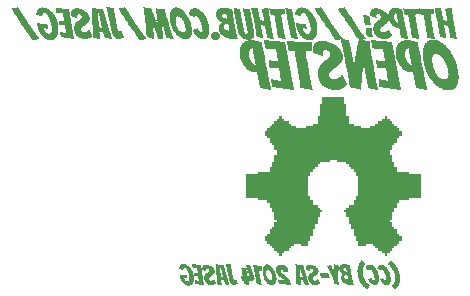
<source format=gbo>
%FSLAX25Y25*%
%MOIN*%
G70*
G01*
G75*
G04 Layer_Color=32896*
%ADD10R,0.03740X0.05315*%
%ADD11R,0.05315X0.03740*%
%ADD12R,0.03543X0.03740*%
%ADD13R,0.03937X0.03937*%
%ADD14R,0.03937X0.03937*%
%ADD15R,0.03543X0.02559*%
%ADD16O,0.06693X0.01378*%
%ADD17R,0.06300X0.05500*%
%ADD18O,0.02362X0.08661*%
%ADD19O,0.09843X0.02756*%
%ADD20R,0.05512X0.04134*%
%ADD21R,0.04134X0.05512*%
%ADD22R,0.02000X0.02000*%
%ADD23C,0.01600*%
%ADD24C,0.01000*%
%ADD25C,0.02000*%
%ADD26C,0.03200*%
%ADD27C,0.02800*%
%ADD28O,0.09843X0.06693*%
%ADD29C,0.05906*%
%ADD30R,0.05906X0.05906*%
%ADD31R,0.07000X0.07000*%
%ADD32C,0.07000*%
%ADD33R,0.05906X0.05906*%
%ADD34C,0.02400*%
%ADD35C,0.03400*%
%ADD36C,0.05000*%
%ADD37R,0.02000X0.02000*%
%ADD38C,0.00787*%
%ADD39C,0.00800*%
%ADD40C,0.00984*%
%ADD41C,0.02362*%
%ADD42C,0.01575*%
%ADD43C,0.00591*%
%ADD44R,0.05906X0.78740*%
%ADD45R,0.02560X0.00730*%
%ADD46R,0.01800X0.06700*%
%ADD47R,0.02300X0.00650*%
%ADD48R,0.00650X0.02300*%
%ADD49R,0.06700X0.01800*%
%ADD50R,0.00730X0.02560*%
%ADD51R,0.04540X0.06115*%
%ADD52R,0.06115X0.04540*%
%ADD53R,0.04343X0.04540*%
%ADD54R,0.04343X0.03359*%
%ADD55O,0.07493X0.02178*%
%ADD56R,0.07100X0.06300*%
%ADD57O,0.03162X0.09461*%
%ADD58O,0.10642X0.03556*%
%ADD59R,0.06312X0.04934*%
%ADD60R,0.04934X0.06312*%
%ADD61R,0.02800X0.02800*%
%ADD62O,0.10642X0.07493*%
%ADD63C,0.06706*%
%ADD64R,0.06706X0.06706*%
%ADD65R,0.07800X0.07800*%
%ADD66C,0.07800*%
%ADD67R,0.06706X0.06706*%
%ADD68R,0.02800X0.02800*%
G36*
X313302Y251721D02*
X313577Y251677D01*
X313701Y251663D01*
X313824Y251641D01*
X313932Y251626D01*
X314034Y251605D01*
X314128Y251590D01*
X314215Y251576D01*
X314288Y251569D01*
X314346Y251561D01*
X314397Y251547D01*
X314433D01*
X314455Y251539D01*
X314462D01*
X314708Y251503D01*
X314948Y251460D01*
X315179Y251424D01*
X315288Y251402D01*
X315390Y251380D01*
X315484Y251365D01*
X315571Y251344D01*
X315651Y251329D01*
X315716Y251322D01*
X315767Y251308D01*
X315803Y251300D01*
X315832Y251293D01*
X315839D01*
X316071Y249647D01*
X316013Y249655D01*
X315933Y249669D01*
X315854Y249683D01*
X315767Y249698D01*
X315687Y249705D01*
X315622Y249720D01*
X315578Y249727D01*
X315564D01*
X315426Y249749D01*
X315303Y249770D01*
X315194Y249785D01*
X315107Y249792D01*
X315035Y249807D01*
X314977D01*
X314948Y249814D01*
X314933D01*
X314969Y249633D01*
X314998Y249459D01*
X315027Y249299D01*
X315056Y249147D01*
X315078Y249016D01*
X315100Y248886D01*
X315122Y248770D01*
X315143Y248669D01*
X315158Y248582D01*
X315172Y248502D01*
X315187Y248436D01*
X315194Y248378D01*
X315209Y248342D01*
Y248306D01*
X315216Y248291D01*
Y248284D01*
X315245Y248132D01*
X315274Y247987D01*
X315303Y247849D01*
X315332Y247733D01*
X315353Y247624D01*
X315368Y247552D01*
X315375Y247516D01*
Y247501D01*
X315383Y247487D01*
Y247480D01*
X315411Y247320D01*
X315448Y247153D01*
X315484Y246987D01*
X315513Y246827D01*
X315542Y246689D01*
X315557Y246631D01*
X315564Y246581D01*
X315571Y246537D01*
X315578Y246508D01*
X315585Y246486D01*
Y246479D01*
X315636Y246247D01*
X315687Y246001D01*
X315738Y245761D01*
X315789Y245529D01*
X315817Y245428D01*
X315839Y245334D01*
X315854Y245247D01*
X315868Y245174D01*
X315883Y245116D01*
X315897Y245073D01*
X315904Y245043D01*
Y245036D01*
X315709Y245073D01*
X315528Y245101D01*
X315353Y245138D01*
X315194Y245167D01*
X315042Y245203D01*
X314904Y245232D01*
X314781Y245261D01*
X314665Y245283D01*
X314563Y245312D01*
X314476Y245334D01*
X314404Y245348D01*
X314338Y245370D01*
X314295Y245384D01*
X314259Y245392D01*
X314237Y245399D01*
X314230D01*
X314179Y245710D01*
X314128Y246008D01*
X314106Y246146D01*
X314085Y246283D01*
X314063Y246407D01*
X314049Y246530D01*
X314027Y246638D01*
X314012Y246733D01*
X313998Y246820D01*
X313990Y246892D01*
X313983Y246950D01*
X313976Y246994D01*
X313969Y247023D01*
Y247030D01*
X313882Y247516D01*
X313802Y247980D01*
X313715Y248436D01*
X313628Y248871D01*
X313548Y249285D01*
X313469Y249676D01*
X313396Y250039D01*
X313352Y250213D01*
X313323Y250379D01*
X313287Y250532D01*
X313251Y250684D01*
X313222Y250822D01*
X313193Y250959D01*
X313164Y251083D01*
X313142Y251199D01*
X313113Y251300D01*
X313091Y251395D01*
X313070Y251482D01*
X313055Y251554D01*
X313041Y251619D01*
X313026Y251677D01*
X313019Y251713D01*
X313012Y251750D01*
X313004Y251764D01*
Y251771D01*
X313302Y251721D01*
D02*
G37*
G36*
X373387Y326853D02*
X373805Y326783D01*
X374205Y326679D01*
X374588Y326539D01*
X374954Y326383D01*
X375320Y326209D01*
X375650Y326035D01*
X375964Y325843D01*
X376242Y325634D01*
X376503Y325460D01*
X376730Y325286D01*
X376921Y325129D01*
X377060Y324990D01*
X377182Y324886D01*
X377252Y324816D01*
X377269Y324798D01*
X377618Y324433D01*
X377948Y324032D01*
X378262Y323632D01*
X378540Y323232D01*
X378819Y322814D01*
X379080Y322413D01*
X379306Y322030D01*
X379515Y321647D01*
X379707Y321299D01*
X379864Y320986D01*
X380003Y320690D01*
X380125Y320446D01*
X380212Y320237D01*
X380281Y320080D01*
X380316Y319993D01*
X380333Y319958D01*
X380542Y319419D01*
X380717Y318897D01*
X380873Y318374D01*
X381013Y317887D01*
X381117Y317417D01*
X381221Y316964D01*
X381291Y316546D01*
X381361Y316146D01*
X381396Y315797D01*
X381430Y315484D01*
X381465Y315206D01*
X381483Y314962D01*
X381500Y314788D01*
Y314649D01*
Y314561D01*
Y314527D01*
X381483Y314109D01*
X381465Y313708D01*
X381413Y313343D01*
X381343Y312995D01*
X381274Y312681D01*
X381187Y312403D01*
X381100Y312141D01*
X381013Y311898D01*
X380925Y311689D01*
X380838Y311515D01*
X380751Y311358D01*
X380682Y311236D01*
X380612Y311132D01*
X380560Y311062D01*
X380542Y311027D01*
X380525Y311010D01*
X380351Y310818D01*
X380177Y310644D01*
X379985Y310505D01*
X379776Y310383D01*
X379585Y310279D01*
X379376Y310174D01*
X378993Y310052D01*
X378645Y309965D01*
X378505Y309948D01*
X378366Y309930D01*
X378262Y309913D01*
X378122D01*
X377792Y309930D01*
X377444Y309983D01*
X377113Y310052D01*
X376782Y310157D01*
X376451Y310261D01*
X376138Y310400D01*
X375842Y310540D01*
X375563Y310679D01*
X375320Y310818D01*
X375076Y310958D01*
X374867Y311097D01*
X374693Y311201D01*
X374553Y311306D01*
X374449Y311375D01*
X374379Y311428D01*
X374362Y311445D01*
X374014Y311741D01*
X373683Y312054D01*
X373370Y312350D01*
X373108Y312646D01*
X372882Y312890D01*
X372708Y313099D01*
X372638Y313169D01*
X372586Y313221D01*
X372569Y313256D01*
X372551Y313273D01*
X372238Y313691D01*
X371942Y314109D01*
X371681Y314527D01*
X371454Y314892D01*
X371367Y315066D01*
X371280Y315223D01*
X371193Y315362D01*
X371141Y315484D01*
X371089Y315571D01*
X371054Y315658D01*
X371019Y315693D01*
Y315710D01*
X370775Y316233D01*
X370584Y316755D01*
X370392Y317260D01*
X370253Y317730D01*
X370183Y317939D01*
X370131Y318113D01*
X370079Y318287D01*
X370044Y318426D01*
X370009Y318548D01*
X369992Y318635D01*
X369975Y318688D01*
Y318705D01*
X369835Y319297D01*
X369748Y319871D01*
X369679Y320376D01*
X369644Y320603D01*
X369626Y320812D01*
X369609Y321003D01*
X369592Y321177D01*
Y321334D01*
X369574Y321456D01*
Y321560D01*
Y321630D01*
Y321682D01*
Y321700D01*
Y322152D01*
X369609Y322570D01*
X369644Y322953D01*
X369679Y323301D01*
X369731Y323632D01*
X369800Y323945D01*
X369853Y324207D01*
X369922Y324450D01*
X369992Y324677D01*
X370044Y324851D01*
X370114Y325007D01*
X370166Y325147D01*
X370201Y325251D01*
X370236Y325321D01*
X370271Y325356D01*
Y325373D01*
X370445Y325634D01*
X370636Y325861D01*
X370828Y326069D01*
X371054Y326243D01*
X371280Y326383D01*
X371507Y326505D01*
X371716Y326609D01*
X371942Y326679D01*
X372151Y326748D01*
X372342Y326783D01*
X372516Y326818D01*
X372673Y326853D01*
X372795D01*
X372882Y326870D01*
X372969D01*
X373387Y326853D01*
D02*
G37*
G36*
X336513Y326452D02*
X336878Y326400D01*
X337226Y326331D01*
X337557Y326261D01*
X337853Y326174D01*
X337975Y326139D01*
X338080Y326104D01*
X338166Y326069D01*
X338236Y326052D01*
X338271Y326035D01*
X338288D01*
X338741Y325861D01*
X339159Y325669D01*
X339559Y325478D01*
X339890Y325303D01*
X340169Y325129D01*
X340290Y325060D01*
X340378Y324990D01*
X340465Y324938D01*
X340517Y324903D01*
X340552Y324886D01*
X340569Y324868D01*
X340935Y324590D01*
X341283Y324294D01*
X341579Y323998D01*
X341823Y323719D01*
X342032Y323493D01*
X342188Y323301D01*
X342241Y323232D01*
X342275Y323179D01*
X342310Y323145D01*
Y323127D01*
X342536Y322744D01*
X342710Y322361D01*
X342832Y321978D01*
X342919Y321630D01*
X342972Y321334D01*
X342989Y321212D01*
Y321108D01*
X343006Y321021D01*
Y320951D01*
Y320916D01*
Y320899D01*
X342989Y320672D01*
X342954Y320446D01*
X342885Y320237D01*
X342815Y320028D01*
X342623Y319628D01*
X342380Y319280D01*
X342153Y319001D01*
X342049Y318879D01*
X341962Y318775D01*
X341892Y318688D01*
X341823Y318635D01*
X341788Y318601D01*
X341770Y318583D01*
X341387Y318235D01*
X341196Y318078D01*
X341022Y317939D01*
X340882Y317817D01*
X340761Y317730D01*
X340691Y317678D01*
X340656Y317660D01*
X340430Y317504D01*
X340221Y317347D01*
X340029Y317208D01*
X339873Y317086D01*
X339733Y316981D01*
X339629Y316894D01*
X339559Y316842D01*
X339542Y316825D01*
X339350Y316668D01*
X339176Y316511D01*
X339037Y316355D01*
X338915Y316233D01*
X338811Y316111D01*
X338741Y316024D01*
X338689Y315954D01*
X338671Y315937D01*
X338549Y315763D01*
X338462Y315589D01*
X338393Y315415D01*
X338358Y315258D01*
X338323Y315119D01*
X338306Y315014D01*
Y314944D01*
Y314910D01*
X338323Y314701D01*
X338393Y314527D01*
X338480Y314370D01*
X338584Y314231D01*
X338689Y314109D01*
X338776Y314022D01*
X338845Y313969D01*
X338863Y313952D01*
X339054Y313830D01*
X339229Y313761D01*
X339298Y313726D01*
X339350Y313708D01*
X339385Y313691D01*
X339403D01*
X339646Y313639D01*
X339890Y313621D01*
X339995Y313604D01*
X340151D01*
X340325Y313621D01*
X340534Y313691D01*
X340761Y313778D01*
X340969Y313865D01*
X341161Y313969D01*
X341318Y314039D01*
X341422Y314109D01*
X341440Y314126D01*
X341457D01*
X341770Y314318D01*
X342014Y314527D01*
X342223Y314718D01*
X342397Y314892D01*
X342519Y315032D01*
X342589Y315153D01*
X342641Y315223D01*
X342658Y315258D01*
X344330Y311967D01*
X344016Y311619D01*
X343720Y311306D01*
X343407Y311045D01*
X343093Y310818D01*
X342780Y310609D01*
X342502Y310453D01*
X342206Y310313D01*
X341945Y310209D01*
X341701Y310139D01*
X341474Y310070D01*
X341283Y310035D01*
X341109Y310000D01*
X340969Y309983D01*
X340865Y309965D01*
X340778D01*
X340290Y309983D01*
X339838Y310035D01*
X339403Y310104D01*
X338985Y310209D01*
X338602Y310313D01*
X338254Y310453D01*
X337923Y310592D01*
X337627Y310731D01*
X337348Y310871D01*
X337122Y311010D01*
X336913Y311149D01*
X336756Y311253D01*
X336617Y311358D01*
X336513Y311428D01*
X336460Y311480D01*
X336443Y311497D01*
X336129Y311811D01*
X335851Y312141D01*
X335607Y312472D01*
X335398Y312803D01*
X335224Y313151D01*
X335068Y313499D01*
X334946Y313813D01*
X334859Y314144D01*
X334789Y314440D01*
X334719Y314701D01*
X334684Y314944D01*
X334667Y315153D01*
X334650Y315328D01*
X334632Y315467D01*
Y315536D01*
Y315571D01*
X334650Y315937D01*
X334684Y316302D01*
X334737Y316633D01*
X334789Y316947D01*
X334876Y317225D01*
X334963Y317504D01*
X335068Y317747D01*
X335155Y317974D01*
X335259Y318165D01*
X335364Y318339D01*
X335451Y318496D01*
X335520Y318618D01*
X335590Y318722D01*
X335642Y318792D01*
X335677Y318827D01*
X335694Y318844D01*
X335868Y319018D01*
X336042Y319193D01*
X336199Y319332D01*
X336356Y319454D01*
X336495Y319541D01*
X336600Y319628D01*
X336669Y319663D01*
X336687Y319680D01*
X337052Y319924D01*
X337226Y320028D01*
X337366Y320133D01*
X337488Y320202D01*
X337575Y320272D01*
X337644Y320307D01*
X337662Y320324D01*
X337975Y320568D01*
X338097Y320672D01*
X338219Y320777D01*
X338306Y320864D01*
X338375Y320934D01*
X338410Y320986D01*
X338428Y321003D01*
X338532Y321142D01*
X338602Y321299D01*
X338654Y321456D01*
X338689Y321613D01*
X338706Y321734D01*
X338724Y321856D01*
Y321926D01*
Y321943D01*
X338689Y322170D01*
X338619Y322361D01*
X338532Y322553D01*
X338410Y322709D01*
X338306Y322849D01*
X338201Y322953D01*
X338132Y323023D01*
X338114Y323040D01*
X337923Y323179D01*
X337749Y323301D01*
X337696Y323336D01*
X337644Y323371D01*
X337609Y323388D01*
X337592D01*
X337383Y323475D01*
X337209Y323510D01*
X337157Y323528D01*
X337052D01*
X336948Y323510D01*
X336861Y323475D01*
X336687Y323371D01*
X336617Y323319D01*
X336565Y323266D01*
X336547Y323232D01*
X336530Y323214D01*
X336443Y323092D01*
X336391Y322970D01*
X336321Y322709D01*
X336304Y322605D01*
X336286Y322518D01*
Y322448D01*
Y322431D01*
X336304Y322082D01*
X336321Y321926D01*
X336338Y321787D01*
X336356Y321682D01*
X336373Y321595D01*
X336391Y321525D01*
Y321508D01*
X333135Y322466D01*
X333100Y322727D01*
X333065Y322936D01*
X333048Y323023D01*
X333031Y323092D01*
Y323127D01*
Y323145D01*
X332996Y323371D01*
X332978Y323580D01*
Y323667D01*
Y323737D01*
Y323771D01*
Y323789D01*
X332996Y324032D01*
X333013Y324276D01*
X333118Y324694D01*
X333240Y325042D01*
X333396Y325338D01*
X333553Y325565D01*
X333692Y325721D01*
X333797Y325826D01*
X333814Y325861D01*
X333831D01*
X334145Y326052D01*
X334301Y326139D01*
X334458Y326191D01*
X334580Y326243D01*
X334684Y326278D01*
X334754Y326313D01*
X334772D01*
X334981Y326365D01*
X335224Y326400D01*
X335451Y326435D01*
X335677Y326452D01*
X335886Y326470D01*
X336182D01*
X336513Y326452D01*
D02*
G37*
G36*
X341584Y251329D02*
X341569Y251126D01*
X341562Y251076D01*
X341555Y250996D01*
X341548Y250902D01*
X341541Y250793D01*
X341533Y250662D01*
X341526Y250532D01*
X341504Y250256D01*
X341497Y250118D01*
X341490Y249988D01*
X341482Y249865D01*
X341475Y249756D01*
X341468Y249669D01*
X341461Y249597D01*
Y249553D01*
Y249546D01*
Y249538D01*
X341446Y249285D01*
X341432Y249038D01*
X341417Y248792D01*
X341403Y248567D01*
X341395Y248342D01*
X341388Y248139D01*
X341381Y247943D01*
Y247762D01*
X341374Y247603D01*
Y247458D01*
X341367Y247327D01*
Y247226D01*
Y247139D01*
Y247074D01*
Y247037D01*
Y247023D01*
X341802Y245130D01*
X340192Y245334D01*
X340141Y245522D01*
X340090Y245696D01*
X340047Y245870D01*
X340003Y246029D01*
X339967Y246182D01*
X339931Y246320D01*
X339895Y246450D01*
X339866Y246573D01*
X339844Y246675D01*
X339822Y246769D01*
X339808Y246849D01*
X339793Y246921D01*
X339779Y246972D01*
X339772Y247016D01*
X339764Y247037D01*
Y247044D01*
X339655Y247276D01*
X339605Y247385D01*
X339561Y247487D01*
X339518Y247574D01*
X339489Y247639D01*
X339467Y247682D01*
X339460Y247690D01*
Y247697D01*
X339394Y247828D01*
X339329Y247958D01*
X339271Y248074D01*
X339220Y248183D01*
X339177Y248277D01*
X339141Y248342D01*
X339126Y248371D01*
X339119Y248393D01*
X339112Y248400D01*
Y248408D01*
X338525Y249618D01*
X338365Y249937D01*
X338213Y250264D01*
X338053Y250575D01*
X337981Y250728D01*
X337915Y250865D01*
X337850Y250996D01*
X337792Y251112D01*
X337741Y251220D01*
X337698Y251308D01*
X337662Y251380D01*
X337633Y251438D01*
X337618Y251467D01*
X337611Y251482D01*
X339075Y251808D01*
X339141Y251619D01*
X339199Y251438D01*
X339257Y251271D01*
X339315Y251104D01*
X339423Y250793D01*
X339518Y250510D01*
X339612Y250256D01*
X339692Y250031D01*
X339764Y249829D01*
X339829Y249647D01*
X339880Y249495D01*
X339931Y249364D01*
X339974Y249256D01*
X340003Y249169D01*
X340033Y249096D01*
X340047Y249053D01*
X340054Y249024D01*
X340061Y249016D01*
Y249364D01*
X340054Y250285D01*
Y251917D01*
X341584Y251329D01*
D02*
G37*
G36*
X295568Y251670D02*
X296794Y244993D01*
X293756Y245457D01*
X293669Y246530D01*
X295032Y246305D01*
X294713Y248045D01*
X294611D01*
X294517Y248052D01*
X294350D01*
X294292Y248060D01*
X294205D01*
X294039Y248067D01*
X293894D01*
X293843Y248074D01*
X293683D01*
X293618Y248081D01*
X293524D01*
X293488Y248089D01*
X293444D01*
X293429Y248190D01*
X293415Y248284D01*
X293401Y248371D01*
X293393Y248444D01*
X293386Y248509D01*
X293379Y248560D01*
X293372Y248589D01*
Y248603D01*
X293342Y248792D01*
X293335Y248879D01*
X293321Y248958D01*
X293314Y249024D01*
X293306Y249082D01*
X293299Y249111D01*
Y249125D01*
X293350D01*
X293408Y249118D01*
X293480D01*
X293560Y249111D01*
X293625D01*
X293683Y249103D01*
X293872D01*
X294017Y249096D01*
X294155Y249089D01*
X294292Y249082D01*
X294408Y249075D01*
X294495D01*
X294531Y249067D01*
X294582D01*
X294256Y250757D01*
X293451D01*
X293299Y250764D01*
X293176D01*
X293067Y250771D01*
X292980Y250778D01*
X292922D01*
X292886Y250785D01*
X292871D01*
X292849Y250902D01*
X292821Y251010D01*
X292813Y251054D01*
X292806Y251097D01*
X292799Y251119D01*
Y251126D01*
X292762Y251271D01*
X292748Y251337D01*
X292734Y251395D01*
X292719Y251445D01*
X292712Y251482D01*
X292705Y251511D01*
Y251518D01*
X292668Y251663D01*
X292654Y251735D01*
X292632Y251793D01*
X292618Y251844D01*
X292603Y251887D01*
X292596Y251917D01*
Y251924D01*
X295568Y251670D01*
D02*
G37*
G36*
X322516Y251837D02*
X322683Y251815D01*
X322850Y251786D01*
X323002Y251750D01*
X323147Y251706D01*
X323285Y251648D01*
X323408Y251597D01*
X323524Y251539D01*
X323633Y251482D01*
X323720Y251431D01*
X323800Y251380D01*
X323872Y251329D01*
X323923Y251293D01*
X323967Y251264D01*
X323988Y251242D01*
X323995Y251235D01*
X324133Y251104D01*
X324249Y250967D01*
X324358Y250822D01*
X324445Y250677D01*
X324517Y250532D01*
X324583Y250387D01*
X324634Y250249D01*
X324677Y250118D01*
X324706Y249988D01*
X324728Y249879D01*
X324749Y249770D01*
X324757Y249683D01*
X324764Y249611D01*
X324771Y249553D01*
Y249524D01*
Y249510D01*
X324764Y249401D01*
X324757Y249299D01*
Y249263D01*
X324749Y249234D01*
Y249212D01*
Y249205D01*
X324605Y249219D01*
X324467Y249234D01*
X324336Y249249D01*
X324220Y249256D01*
X324112Y249270D01*
X324003Y249277D01*
X323908Y249292D01*
X323821Y249299D01*
X323662Y249314D01*
X323532Y249328D01*
X323423Y249336D01*
X323343Y249343D01*
X323271Y249350D01*
X323220Y249357D01*
X323183D01*
X323162Y249364D01*
X323133D01*
X323140Y249372D01*
X323147Y249386D01*
Y249394D01*
Y249401D01*
Y249502D01*
X323140Y249611D01*
X323126Y249712D01*
X323111Y249799D01*
X323082Y249872D01*
X323060Y249930D01*
X323046Y249974D01*
X323031Y250003D01*
X323024Y250010D01*
X322966Y250082D01*
X322915Y250140D01*
X322865Y250169D01*
X322857Y250184D01*
X322850D01*
X322756Y250227D01*
X322669Y250249D01*
X322633Y250256D01*
X322574D01*
X322516Y250249D01*
X322459Y250235D01*
X322415Y250205D01*
X322372Y250184D01*
X322342Y250155D01*
X322321Y250126D01*
X322306Y250111D01*
X322299Y250104D01*
X322263Y250046D01*
X322234Y249981D01*
X322219Y249916D01*
X322205Y249850D01*
X322198Y249799D01*
X322190Y249756D01*
Y249720D01*
Y249712D01*
X322205Y249625D01*
X322234Y249531D01*
X322285Y249444D01*
X322335Y249357D01*
X322386Y249285D01*
X322437Y249227D01*
X322466Y249190D01*
X322480Y249176D01*
X322546Y249118D01*
X322618Y249045D01*
X322705Y248973D01*
X322799Y248886D01*
X323009Y248712D01*
X323227Y248545D01*
X323328Y248458D01*
X323430Y248386D01*
X323517Y248313D01*
X323597Y248255D01*
X323662Y248204D01*
X323713Y248168D01*
X323742Y248139D01*
X323756Y248132D01*
X323901Y248023D01*
X324039Y247915D01*
X324162Y247813D01*
X324286Y247711D01*
X324394Y247610D01*
X324503Y247516D01*
X324684Y247342D01*
X324851Y247175D01*
X324981Y247016D01*
X325097Y246878D01*
X325192Y246755D01*
X325264Y246638D01*
X325322Y246537D01*
X325366Y246457D01*
X325395Y246385D01*
X325409Y246334D01*
X325424Y246290D01*
X325431Y246269D01*
Y246262D01*
X325583Y245080D01*
X325279Y245101D01*
X325003Y245116D01*
X324873Y245123D01*
X324749Y245138D01*
X324641Y245145D01*
X324532Y245152D01*
X324438Y245160D01*
X324351D01*
X324278Y245167D01*
X324220Y245174D01*
X324169D01*
X324133Y245181D01*
X324104D01*
X323974Y245188D01*
X323843Y245203D01*
X323568Y245217D01*
X323292Y245239D01*
X323154Y245247D01*
X323024Y245254D01*
X322908Y245261D01*
X322792Y245268D01*
X322698Y245275D01*
X322611Y245283D01*
X322538D01*
X322487Y245290D01*
X322444D01*
X322248Y245304D01*
X322074Y245319D01*
X321922Y245326D01*
X321792Y245334D01*
X321690Y245348D01*
X321610D01*
X321581Y245355D01*
X321545D01*
X321393Y246711D01*
X321581Y246696D01*
X321784Y246682D01*
X321980Y246668D01*
X322161Y246653D01*
X322241Y246646D01*
X322321D01*
X322386Y246638D01*
X322444Y246631D01*
X322495D01*
X322531Y246624D01*
X322560D01*
X322807Y246609D01*
X323031Y246595D01*
X323241Y246588D01*
X323336Y246581D01*
X323495D01*
X323568Y246573D01*
X323771D01*
X323474Y246733D01*
X323198Y246900D01*
X322944Y247059D01*
X322705Y247211D01*
X322480Y247371D01*
X322270Y247530D01*
X322081Y247682D01*
X321900Y247835D01*
X321741Y247980D01*
X321588Y248125D01*
X321451Y248270D01*
X321327Y248408D01*
X321212Y248538D01*
X321110Y248669D01*
X321023Y248799D01*
X320943Y248915D01*
X320871Y249031D01*
X320806Y249147D01*
X320755Y249249D01*
X320704Y249350D01*
X320639Y249524D01*
X320610Y249604D01*
X320588Y249676D01*
X320573Y249742D01*
X320559Y249799D01*
X320552Y249850D01*
X320545Y249894D01*
X320537Y249923D01*
Y249944D01*
Y249959D01*
Y249966D01*
X320545Y250133D01*
X320559Y250292D01*
X320588Y250437D01*
X320624Y250575D01*
X320668Y250706D01*
X320711Y250822D01*
X320762Y250923D01*
X320813Y251025D01*
X320864Y251112D01*
X320914Y251184D01*
X320958Y251250D01*
X321001Y251300D01*
X321038Y251344D01*
X321066Y251373D01*
X321081Y251387D01*
X321088Y251395D01*
X321182Y251474D01*
X321284Y251539D01*
X321386Y251605D01*
X321487Y251656D01*
X321596Y251699D01*
X321697Y251735D01*
X321900Y251786D01*
X321987Y251808D01*
X322074Y251822D01*
X322147Y251830D01*
X322212Y251837D01*
X322270Y251844D01*
X322342D01*
X322516Y251837D01*
D02*
G37*
G36*
X312852Y326609D02*
X313131Y326574D01*
X313427Y326539D01*
X314019Y326418D01*
X314611Y326296D01*
X314889Y326226D01*
X315133Y326156D01*
X315377Y326104D01*
X315568Y326035D01*
X315742Y326000D01*
X315864Y325965D01*
X315934Y325930D01*
X315969D01*
X316056Y325390D01*
X316143Y324816D01*
X316247Y324224D01*
X316352Y323615D01*
X316578Y322344D01*
X316822Y321038D01*
X317083Y319715D01*
X317344Y318392D01*
X317605Y317086D01*
X317866Y315832D01*
X317988Y315223D01*
X318110Y314631D01*
X318232Y314074D01*
X318354Y313534D01*
X318458Y313012D01*
X318563Y312542D01*
X318650Y312089D01*
X318754Y311671D01*
X318824Y311306D01*
X318894Y310975D01*
X318963Y310679D01*
X319016Y310435D01*
X319068Y310244D01*
X319085Y310104D01*
X319120Y310017D01*
Y309983D01*
X315237Y310749D01*
X315150Y311341D01*
X315063Y311915D01*
X314976Y312437D01*
X314889Y312925D01*
X314820Y313395D01*
X314733Y313813D01*
X314663Y314196D01*
X314593Y314544D01*
X314541Y314840D01*
X314489Y315119D01*
X314437Y315345D01*
X314402Y315536D01*
X314367Y315676D01*
X314350Y315780D01*
X314332Y315850D01*
Y315867D01*
X314089D01*
X313688Y315885D01*
X313305Y315954D01*
X312957Y316041D01*
X312643Y316146D01*
X312382Y316233D01*
X312260Y316285D01*
X312173Y316320D01*
X312104Y316355D01*
X312052Y316389D01*
X312017Y316407D01*
X311999D01*
X311634Y316616D01*
X311303Y316860D01*
X310989Y317103D01*
X310728Y317330D01*
X310519Y317538D01*
X310363Y317695D01*
X310293Y317765D01*
X310258Y317817D01*
X310224Y317834D01*
Y317852D01*
X309945Y318200D01*
X309701Y318566D01*
X309492Y318931D01*
X309318Y319245D01*
X309179Y319541D01*
X309109Y319663D01*
X309074Y319767D01*
X309040Y319837D01*
X309005Y319906D01*
X308987Y319941D01*
Y319958D01*
X308831Y320411D01*
X308709Y320846D01*
X308639Y321247D01*
X308570Y321630D01*
X308552Y321787D01*
X308535Y321943D01*
Y322065D01*
X308517Y322187D01*
Y322274D01*
Y322344D01*
Y322378D01*
Y322396D01*
Y322762D01*
X308552Y323092D01*
X308587Y323406D01*
X308639Y323702D01*
X308691Y323963D01*
X308761Y324207D01*
X308831Y324433D01*
X308900Y324624D01*
X308987Y324816D01*
X309057Y324955D01*
X309127Y325095D01*
X309179Y325199D01*
X309231Y325286D01*
X309266Y325338D01*
X309283Y325373D01*
X309301Y325390D01*
X309475Y325599D01*
X309666Y325774D01*
X309858Y325930D01*
X310032Y326052D01*
X310189Y326156D01*
X310311Y326243D01*
X310398Y326278D01*
X310432Y326296D01*
X310711Y326418D01*
X311024Y326505D01*
X311338Y326557D01*
X311651Y326609D01*
X311930Y326626D01*
X312052D01*
X312139Y326644D01*
X312591D01*
X312852Y326609D01*
D02*
G37*
G36*
X359407Y326017D02*
X362349Y309983D01*
X355054Y311097D01*
X354845Y313673D01*
X358118Y313134D01*
X357352Y317312D01*
X357109D01*
X356882Y317330D01*
X356482D01*
X356343Y317347D01*
X356134D01*
X355733Y317364D01*
X355385D01*
X355263Y317382D01*
X354880D01*
X354723Y317399D01*
X354497D01*
X354410Y317417D01*
X354306D01*
X354271Y317660D01*
X354236Y317887D01*
X354201Y318096D01*
X354184Y318270D01*
X354166Y318426D01*
X354149Y318548D01*
X354132Y318618D01*
Y318653D01*
X354062Y319105D01*
X354044Y319314D01*
X354010Y319506D01*
X353992Y319663D01*
X353975Y319802D01*
X353957Y319871D01*
Y319906D01*
X354079D01*
X354219Y319889D01*
X354393D01*
X354584Y319871D01*
X354741D01*
X354880Y319854D01*
X355333D01*
X355681Y319837D01*
X356012Y319819D01*
X356343Y319802D01*
X356621Y319784D01*
X356830D01*
X356917Y319767D01*
X357039D01*
X356256Y323823D01*
X354323D01*
X353957Y323841D01*
X353661D01*
X353400Y323858D01*
X353191Y323876D01*
X353052D01*
X352965Y323893D01*
X352930D01*
X352878Y324172D01*
X352808Y324433D01*
X352791Y324537D01*
X352773Y324642D01*
X352756Y324694D01*
Y324711D01*
X352669Y325060D01*
X352634Y325216D01*
X352599Y325356D01*
X352565Y325478D01*
X352547Y325565D01*
X352530Y325634D01*
Y325652D01*
X352443Y326000D01*
X352408Y326174D01*
X352356Y326313D01*
X352321Y326435D01*
X352286Y326539D01*
X352269Y326609D01*
Y326626D01*
X359407Y326017D01*
D02*
G37*
G36*
X234903Y337314D02*
X235110Y336988D01*
X235306Y336672D01*
X235480Y336379D01*
X235567Y336248D01*
X235643Y336128D01*
X235708Y336030D01*
X235763Y335943D01*
X235806Y335867D01*
X235839Y335813D01*
X235861Y335780D01*
X235872Y335769D01*
X236427Y334921D01*
X236981Y334094D01*
X237525Y333289D01*
X238059Y332505D01*
X238570Y331755D01*
X239059Y331036D01*
X239299Y330699D01*
X239527Y330362D01*
X239745Y330046D01*
X239963Y329742D01*
X240169Y329448D01*
X240365Y329176D01*
X240550Y328915D01*
X240724Y328665D01*
X240887Y328436D01*
X241040Y328219D01*
X241181Y328023D01*
X241312Y327838D01*
X241431Y327685D01*
X241529Y327533D01*
X241616Y327413D01*
X241692Y327315D01*
X241747Y327239D01*
X241790Y327174D01*
X241812Y327141D01*
X241823Y327131D01*
X239495Y326597D01*
X239059Y327250D01*
X238635Y327881D01*
X238233Y328491D01*
X237830Y329078D01*
X237449Y329644D01*
X237079Y330199D01*
X236731Y330721D01*
X236394Y331232D01*
X236068Y331711D01*
X235752Y332179D01*
X235458Y332625D01*
X235164Y333049D01*
X234893Y333452D01*
X234642Y333833D01*
X234392Y334203D01*
X234163Y334540D01*
X233946Y334866D01*
X233750Y335160D01*
X233554Y335443D01*
X233380Y335704D01*
X233228Y335943D01*
X233075Y336161D01*
X232945Y336357D01*
X232825Y336531D01*
X232716Y336683D01*
X232629Y336825D01*
X232553Y336933D01*
X232488Y337031D01*
X232445Y337097D01*
X232412Y337151D01*
X232390Y337184D01*
X232379Y337195D01*
X232727Y337238D01*
X233043Y337282D01*
X233326Y337325D01*
X233576Y337369D01*
X233794Y337412D01*
X233979Y337445D01*
X234142Y337477D01*
X234283Y337510D01*
X234392Y337543D01*
X234490Y337575D01*
X234555Y337597D01*
X234610Y337619D01*
X234653Y337630D01*
X234675Y337641D01*
X234697Y337651D01*
X234903Y337314D01*
D02*
G37*
G36*
X270622D02*
X270829Y336988D01*
X271025Y336672D01*
X271199Y336379D01*
X271286Y336248D01*
X271362Y336128D01*
X271427Y336030D01*
X271482Y335943D01*
X271525Y335867D01*
X271558Y335813D01*
X271580Y335780D01*
X271591Y335769D01*
X272146Y334921D01*
X272701Y334094D01*
X273245Y333289D01*
X273778Y332505D01*
X274289Y331755D01*
X274779Y331036D01*
X275018Y330699D01*
X275246Y330362D01*
X275464Y330046D01*
X275682Y329742D01*
X275888Y329448D01*
X276084Y329176D01*
X276269Y328915D01*
X276443Y328665D01*
X276606Y328436D01*
X276759Y328219D01*
X276900Y328023D01*
X277031Y327838D01*
X277150Y327685D01*
X277248Y327533D01*
X277335Y327413D01*
X277412Y327315D01*
X277466Y327239D01*
X277509Y327174D01*
X277531Y327141D01*
X277542Y327131D01*
X275214Y326597D01*
X274779Y327250D01*
X274354Y327881D01*
X273952Y328491D01*
X273549Y329078D01*
X273168Y329644D01*
X272798Y330199D01*
X272450Y330721D01*
X272113Y331232D01*
X271787Y331711D01*
X271471Y332179D01*
X271177Y332625D01*
X270883Y333049D01*
X270612Y333452D01*
X270361Y333833D01*
X270111Y334203D01*
X269883Y334540D01*
X269665Y334866D01*
X269469Y335160D01*
X269273Y335443D01*
X269099Y335704D01*
X268947Y335943D01*
X268795Y336161D01*
X268664Y336357D01*
X268544Y336531D01*
X268436Y336683D01*
X268349Y336825D01*
X268272Y336933D01*
X268207Y337031D01*
X268163Y337097D01*
X268131Y337151D01*
X268109Y337184D01*
X268098Y337195D01*
X268446Y337238D01*
X268762Y337282D01*
X269045Y337325D01*
X269295Y337369D01*
X269513Y337412D01*
X269698Y337445D01*
X269861Y337477D01*
X270002Y337510D01*
X270111Y337543D01*
X270209Y337575D01*
X270274Y337597D01*
X270329Y337619D01*
X270372Y337630D01*
X270394Y337641D01*
X270416Y337651D01*
X270622Y337314D01*
D02*
G37*
G36*
X325283Y326313D02*
X326362Y326209D01*
X326867Y326174D01*
X327372Y326139D01*
X327842Y326122D01*
X328278Y326104D01*
X328696Y326087D01*
X329061Y326069D01*
X329392D01*
X329670Y326052D01*
X330628D01*
X331046Y326069D01*
X331429Y326087D01*
X331795Y326104D01*
X332090D01*
X332212Y326122D01*
X332317D01*
X332386Y326139D01*
X332508D01*
X332630Y323249D01*
X332230Y323179D01*
X332056Y323145D01*
X331899D01*
X331760Y323127D01*
X330994D01*
X330837Y323110D01*
X330698Y323092D01*
X330593D01*
X330523Y323075D01*
X330506D01*
X330576Y322622D01*
X330628Y322152D01*
X330785Y321160D01*
X330959Y320115D01*
X331150Y319036D01*
X331342Y317939D01*
X331533Y316860D01*
X331742Y315780D01*
X331934Y314753D01*
X332038Y314265D01*
X332125Y313778D01*
X332230Y313325D01*
X332317Y312873D01*
X332404Y312455D01*
X332473Y312072D01*
X332560Y311706D01*
X332613Y311358D01*
X332682Y311062D01*
X332735Y310783D01*
X332787Y310557D01*
X332839Y310348D01*
X332856Y310191D01*
X332891Y310070D01*
X332909Y310000D01*
Y309983D01*
X328852Y310609D01*
X328817Y310853D01*
X328783Y311114D01*
X328696Y311689D01*
X328608Y312298D01*
X328504Y312942D01*
X328417Y313604D01*
X328312Y314283D01*
X328208Y314944D01*
X328103Y315589D01*
X327999Y316215D01*
X327912Y316790D01*
X327825Y317330D01*
X327790Y317556D01*
X327755Y317782D01*
X327720Y317974D01*
X327703Y318165D01*
X327668Y318322D01*
X327651Y318444D01*
X327634Y318548D01*
Y318618D01*
X327616Y318670D01*
Y318688D01*
X327546Y319158D01*
X327477Y319593D01*
X327407Y320011D01*
X327338Y320411D01*
X327268Y320777D01*
X327198Y321125D01*
X327146Y321456D01*
X327076Y321734D01*
X327024Y321995D01*
X326972Y322239D01*
X326937Y322431D01*
X326902Y322605D01*
X326867Y322727D01*
X326850Y322831D01*
X326833Y322883D01*
Y322901D01*
X326467Y322953D01*
X326310Y322988D01*
X326154Y323005D01*
X326032Y323023D01*
X325927D01*
X325858Y323040D01*
X325840D01*
X325475Y323092D01*
X325301Y323127D01*
X325144Y323162D01*
X325022Y323197D01*
X324918Y323214D01*
X324848Y323232D01*
X324831D01*
X324761Y323545D01*
X324726Y323702D01*
X324709Y323858D01*
X324674Y323980D01*
X324656Y324085D01*
X324639Y324154D01*
Y324172D01*
X324569Y324555D01*
X324535Y324746D01*
X324500Y324903D01*
X324465Y325025D01*
X324447Y325129D01*
X324430Y325199D01*
Y325216D01*
X324186Y326435D01*
X325283Y326313D01*
D02*
G37*
G36*
X364856Y326609D02*
X365135Y326574D01*
X365431Y326539D01*
X366022Y326418D01*
X366614Y326296D01*
X366893Y326226D01*
X367137Y326156D01*
X367380Y326104D01*
X367572Y326035D01*
X367746Y326000D01*
X367868Y325965D01*
X367938Y325930D01*
X367972D01*
X368059Y325390D01*
X368146Y324816D01*
X368251Y324224D01*
X368355Y323615D01*
X368582Y322344D01*
X368826Y321038D01*
X369087Y319715D01*
X369348Y318392D01*
X369609Y317086D01*
X369870Y315832D01*
X369992Y315223D01*
X370114Y314631D01*
X370236Y314074D01*
X370358Y313534D01*
X370462Y313012D01*
X370567Y312542D01*
X370654Y312089D01*
X370758Y311671D01*
X370828Y311306D01*
X370897Y310975D01*
X370967Y310679D01*
X371019Y310435D01*
X371071Y310244D01*
X371089Y310104D01*
X371124Y310017D01*
Y309983D01*
X367241Y310749D01*
X367154Y311341D01*
X367067Y311915D01*
X366980Y312437D01*
X366893Y312925D01*
X366823Y313395D01*
X366736Y313813D01*
X366667Y314196D01*
X366597Y314544D01*
X366545Y314840D01*
X366493Y315119D01*
X366440Y315345D01*
X366406Y315536D01*
X366371Y315676D01*
X366353Y315780D01*
X366336Y315850D01*
Y315867D01*
X366092D01*
X365692Y315885D01*
X365309Y315954D01*
X364961Y316041D01*
X364647Y316146D01*
X364386Y316233D01*
X364264Y316285D01*
X364177Y316320D01*
X364107Y316355D01*
X364055Y316389D01*
X364020Y316407D01*
X364003D01*
X363637Y316616D01*
X363307Y316860D01*
X362993Y317103D01*
X362732Y317330D01*
X362523Y317538D01*
X362366Y317695D01*
X362297Y317765D01*
X362262Y317817D01*
X362227Y317834D01*
Y317852D01*
X361949Y318200D01*
X361705Y318566D01*
X361496Y318931D01*
X361322Y319245D01*
X361182Y319541D01*
X361113Y319663D01*
X361078Y319767D01*
X361043Y319837D01*
X361008Y319906D01*
X360991Y319941D01*
Y319958D01*
X360834Y320411D01*
X360713Y320846D01*
X360643Y321247D01*
X360573Y321630D01*
X360556Y321787D01*
X360538Y321943D01*
Y322065D01*
X360521Y322187D01*
Y322274D01*
Y322344D01*
Y322378D01*
Y322396D01*
Y322762D01*
X360556Y323092D01*
X360591Y323406D01*
X360643Y323702D01*
X360695Y323963D01*
X360765Y324207D01*
X360834Y324433D01*
X360904Y324624D01*
X360991Y324816D01*
X361061Y324955D01*
X361130Y325095D01*
X361182Y325199D01*
X361235Y325286D01*
X361270Y325338D01*
X361287Y325373D01*
X361304Y325390D01*
X361478Y325599D01*
X361670Y325774D01*
X361861Y325930D01*
X362036Y326052D01*
X362192Y326156D01*
X362314Y326243D01*
X362401Y326278D01*
X362436Y326296D01*
X362715Y326418D01*
X363028Y326505D01*
X363341Y326557D01*
X363655Y326609D01*
X363933Y326626D01*
X364055D01*
X364142Y326644D01*
X364595D01*
X364856Y326609D01*
D02*
G37*
G36*
X323647Y326017D02*
X326589Y309983D01*
X319294Y311097D01*
X319085Y313673D01*
X322358Y313134D01*
X321592Y317312D01*
X321349D01*
X321122Y317330D01*
X320722D01*
X320582Y317347D01*
X320374D01*
X319973Y317364D01*
X319625D01*
X319503Y317382D01*
X319120D01*
X318963Y317399D01*
X318737D01*
X318650Y317417D01*
X318545D01*
X318511Y317660D01*
X318476Y317887D01*
X318441Y318096D01*
X318424Y318270D01*
X318406Y318426D01*
X318389Y318548D01*
X318371Y318618D01*
Y318653D01*
X318302Y319105D01*
X318284Y319314D01*
X318250Y319506D01*
X318232Y319663D01*
X318215Y319802D01*
X318197Y319871D01*
Y319906D01*
X318319D01*
X318458Y319889D01*
X318633D01*
X318824Y319871D01*
X318981D01*
X319120Y319854D01*
X319573D01*
X319921Y319837D01*
X320252Y319819D01*
X320582Y319802D01*
X320861Y319784D01*
X321070D01*
X321157Y319767D01*
X321279D01*
X320495Y323823D01*
X318563D01*
X318197Y323841D01*
X317901D01*
X317640Y323858D01*
X317431Y323876D01*
X317292D01*
X317205Y323893D01*
X317170D01*
X317118Y324172D01*
X317048Y324433D01*
X317031Y324537D01*
X317013Y324642D01*
X316996Y324694D01*
Y324711D01*
X316909Y325060D01*
X316874Y325216D01*
X316839Y325356D01*
X316804Y325478D01*
X316787Y325565D01*
X316770Y325634D01*
Y325652D01*
X316683Y326000D01*
X316648Y326174D01*
X316596Y326313D01*
X316561Y326435D01*
X316526Y326539D01*
X316509Y326609D01*
Y326626D01*
X323647Y326017D01*
D02*
G37*
G36*
X310829Y251750D02*
X311105Y251728D01*
X311359Y251706D01*
X311475D01*
X311591Y251699D01*
X311692Y251692D01*
X311779D01*
X311859Y251684D01*
X312062D01*
X312091Y251605D01*
X312120Y251511D01*
X312156Y251402D01*
X312200Y251286D01*
X312243Y251148D01*
X312294Y251003D01*
X312345Y250844D01*
X312396Y250677D01*
X312454Y250503D01*
X312519Y250322D01*
X312642Y249944D01*
X312765Y249560D01*
X312896Y249176D01*
X313019Y248792D01*
X313135Y248436D01*
X313193Y248263D01*
X313244Y248103D01*
X313295Y247951D01*
X313338Y247806D01*
X313382Y247675D01*
X313418Y247559D01*
X313454Y247458D01*
X313483Y247371D01*
X313505Y247305D01*
X313519Y247255D01*
X313527Y247226D01*
X313534Y247211D01*
X313121Y246356D01*
X311511Y246486D01*
X311700Y244986D01*
X309967Y245283D01*
X309887Y246508D01*
X309408D01*
X309024Y248016D01*
X309554D01*
X309546Y248060D01*
X309539Y248103D01*
X309524Y248212D01*
X309517Y248263D01*
X309510Y248299D01*
X309503Y248328D01*
Y248335D01*
X309467Y248509D01*
X309452Y248596D01*
X309437Y248676D01*
X309423Y248741D01*
X309416Y248792D01*
X309408Y248828D01*
Y248843D01*
X309365Y249053D01*
X309350Y249154D01*
X309329Y249249D01*
X309321Y249321D01*
X309307Y249386D01*
X309300Y249423D01*
Y249437D01*
X309278Y249553D01*
X309256Y249669D01*
X309242Y249770D01*
X309220Y249857D01*
X309213Y249930D01*
X309198Y249988D01*
X309191Y250024D01*
Y250039D01*
X309169Y250148D01*
X309155Y250242D01*
X309140Y250329D01*
X309126Y250409D01*
X309119Y250466D01*
X309111Y250517D01*
X309104Y250546D01*
Y250553D01*
X309089Y250633D01*
X309075Y250698D01*
X309068Y250757D01*
X309061Y250800D01*
X309053Y250829D01*
X309046Y250858D01*
Y250865D01*
Y250872D01*
X309358Y250844D01*
X309655Y250807D01*
X309793Y250793D01*
X309923Y250778D01*
X310047Y250757D01*
X310162Y250742D01*
X310271Y250728D01*
X310366Y250720D01*
X310453Y250706D01*
X310525Y250698D01*
X310576Y250691D01*
X310619Y250684D01*
X310648Y250677D01*
X310655D01*
X310692Y250488D01*
X310728Y250314D01*
X310757Y250140D01*
X310793Y249981D01*
X310822Y249836D01*
X310844Y249698D01*
X310866Y249568D01*
X310888Y249451D01*
X310909Y249350D01*
X310924Y249256D01*
X310938Y249176D01*
X310953Y249111D01*
X310960Y249060D01*
X310967Y249024D01*
X310975Y249002D01*
Y248995D01*
X311003Y248835D01*
X311011Y248763D01*
X311025Y248697D01*
X311033Y248647D01*
X311040Y248603D01*
X311047Y248574D01*
Y248567D01*
X311069Y248429D01*
X311083Y248371D01*
X311090Y248321D01*
X311098Y248284D01*
X311105Y248255D01*
X311112Y248234D01*
Y248226D01*
X311120Y248176D01*
X311127Y248132D01*
X311141Y248067D01*
X311149Y248030D01*
Y248016D01*
X311823D01*
X311801Y248096D01*
X311787Y248161D01*
X311779Y248190D01*
X311772Y248212D01*
Y248226D01*
Y248234D01*
X311642Y248639D01*
X311518Y249024D01*
X311402Y249386D01*
X311294Y249727D01*
X311185Y250046D01*
X311083Y250336D01*
X310989Y250604D01*
X310902Y250844D01*
X310829Y251061D01*
X310757Y251250D01*
X310699Y251409D01*
X310648Y251547D01*
X310627Y251597D01*
X310605Y251648D01*
X310590Y251692D01*
X310576Y251728D01*
X310568Y251750D01*
X310561Y251771D01*
X310554Y251779D01*
Y251786D01*
X310829Y251750D01*
D02*
G37*
G36*
X297526Y251851D02*
X297678Y251830D01*
X297823Y251800D01*
X297961Y251771D01*
X298084Y251735D01*
X298135Y251721D01*
X298178Y251706D01*
X298215Y251692D01*
X298243Y251684D01*
X298258Y251677D01*
X298265D01*
X298454Y251605D01*
X298628Y251525D01*
X298795Y251445D01*
X298932Y251373D01*
X299048Y251300D01*
X299099Y251271D01*
X299135Y251242D01*
X299171Y251220D01*
X299193Y251206D01*
X299208Y251199D01*
X299215Y251191D01*
X299367Y251076D01*
X299512Y250952D01*
X299636Y250829D01*
X299737Y250713D01*
X299824Y250619D01*
X299889Y250539D01*
X299911Y250510D01*
X299925Y250488D01*
X299940Y250474D01*
Y250466D01*
X300034Y250307D01*
X300107Y250148D01*
X300157Y249988D01*
X300194Y249843D01*
X300216Y249720D01*
X300223Y249669D01*
Y249625D01*
X300230Y249589D01*
Y249560D01*
Y249546D01*
Y249538D01*
X300223Y249444D01*
X300208Y249350D01*
X300179Y249263D01*
X300150Y249176D01*
X300071Y249009D01*
X299969Y248864D01*
X299875Y248748D01*
X299831Y248697D01*
X299795Y248654D01*
X299766Y248618D01*
X299737Y248596D01*
X299723Y248582D01*
X299715Y248574D01*
X299556Y248429D01*
X299476Y248364D01*
X299404Y248306D01*
X299345Y248255D01*
X299295Y248219D01*
X299266Y248197D01*
X299251Y248190D01*
X299157Y248125D01*
X299070Y248060D01*
X298990Y248002D01*
X298925Y247951D01*
X298867Y247907D01*
X298823Y247871D01*
X298795Y247849D01*
X298787Y247842D01*
X298708Y247777D01*
X298635Y247711D01*
X298577Y247646D01*
X298526Y247596D01*
X298483Y247545D01*
X298454Y247509D01*
X298432Y247480D01*
X298425Y247472D01*
X298374Y247400D01*
X298338Y247327D01*
X298309Y247255D01*
X298294Y247189D01*
X298280Y247131D01*
X298272Y247088D01*
Y247059D01*
Y247044D01*
X298280Y246957D01*
X298309Y246885D01*
X298345Y246820D01*
X298389Y246762D01*
X298432Y246711D01*
X298468Y246675D01*
X298497Y246653D01*
X298504Y246646D01*
X298584Y246595D01*
X298657Y246566D01*
X298686Y246551D01*
X298708Y246544D01*
X298722Y246537D01*
X298729D01*
X298831Y246515D01*
X298932Y246508D01*
X298976Y246501D01*
X299041D01*
X299113Y246508D01*
X299201Y246537D01*
X299295Y246573D01*
X299382Y246609D01*
X299462Y246653D01*
X299527Y246682D01*
X299570Y246711D01*
X299577Y246718D01*
X299585D01*
X299715Y246798D01*
X299817Y246885D01*
X299904Y246965D01*
X299976Y247037D01*
X300027Y247095D01*
X300056Y247146D01*
X300078Y247175D01*
X300085Y247189D01*
X300781Y245819D01*
X300651Y245674D01*
X300527Y245544D01*
X300397Y245435D01*
X300266Y245341D01*
X300136Y245254D01*
X300020Y245188D01*
X299897Y245130D01*
X299788Y245087D01*
X299686Y245058D01*
X299592Y245029D01*
X299512Y245015D01*
X299440Y245000D01*
X299382Y244993D01*
X299338Y244986D01*
X299302D01*
X299099Y244993D01*
X298910Y245015D01*
X298729Y245043D01*
X298555Y245087D01*
X298396Y245130D01*
X298251Y245188D01*
X298113Y245247D01*
X297990Y245304D01*
X297874Y245362D01*
X297779Y245421D01*
X297692Y245479D01*
X297627Y245522D01*
X297569Y245566D01*
X297526Y245595D01*
X297504Y245616D01*
X297497Y245623D01*
X297366Y245754D01*
X297250Y245892D01*
X297149Y246029D01*
X297062Y246167D01*
X296989Y246312D01*
X296924Y246457D01*
X296873Y246588D01*
X296837Y246726D01*
X296808Y246849D01*
X296779Y246957D01*
X296764Y247059D01*
X296757Y247146D01*
X296750Y247218D01*
X296743Y247276D01*
Y247305D01*
Y247320D01*
X296750Y247472D01*
X296764Y247624D01*
X296786Y247762D01*
X296808Y247893D01*
X296844Y248009D01*
X296881Y248125D01*
X296924Y248226D01*
X296960Y248321D01*
X297004Y248400D01*
X297047Y248473D01*
X297083Y248538D01*
X297112Y248589D01*
X297142Y248632D01*
X297163Y248661D01*
X297178Y248676D01*
X297185Y248683D01*
X297257Y248756D01*
X297330Y248828D01*
X297395Y248886D01*
X297461Y248937D01*
X297518Y248973D01*
X297562Y249009D01*
X297591Y249024D01*
X297598Y249031D01*
X297750Y249132D01*
X297823Y249176D01*
X297881Y249219D01*
X297932Y249249D01*
X297968Y249277D01*
X297997Y249292D01*
X298004Y249299D01*
X298135Y249401D01*
X298185Y249444D01*
X298236Y249488D01*
X298272Y249524D01*
X298302Y249553D01*
X298316Y249575D01*
X298323Y249582D01*
X298367Y249640D01*
X298396Y249705D01*
X298417Y249770D01*
X298432Y249836D01*
X298439Y249886D01*
X298446Y249937D01*
Y249966D01*
Y249974D01*
X298432Y250068D01*
X298403Y250148D01*
X298367Y250227D01*
X298316Y250292D01*
X298272Y250350D01*
X298229Y250394D01*
X298200Y250423D01*
X298193Y250430D01*
X298113Y250488D01*
X298041Y250539D01*
X298019Y250553D01*
X297997Y250568D01*
X297983Y250575D01*
X297975D01*
X297888Y250611D01*
X297816Y250626D01*
X297794Y250633D01*
X297750D01*
X297707Y250626D01*
X297671Y250611D01*
X297598Y250568D01*
X297569Y250546D01*
X297548Y250524D01*
X297540Y250510D01*
X297533Y250503D01*
X297497Y250452D01*
X297475Y250401D01*
X297446Y250292D01*
X297439Y250249D01*
X297431Y250213D01*
Y250184D01*
Y250177D01*
X297439Y250031D01*
X297446Y249966D01*
X297453Y249908D01*
X297461Y249865D01*
X297468Y249829D01*
X297475Y249799D01*
Y249792D01*
X296119Y250191D01*
X296105Y250300D01*
X296090Y250387D01*
X296083Y250423D01*
X296076Y250452D01*
Y250466D01*
Y250474D01*
X296061Y250568D01*
X296054Y250655D01*
Y250691D01*
Y250720D01*
Y250735D01*
Y250742D01*
X296061Y250844D01*
X296069Y250945D01*
X296112Y251119D01*
X296163Y251264D01*
X296228Y251387D01*
X296293Y251482D01*
X296351Y251547D01*
X296395Y251590D01*
X296402Y251605D01*
X296409D01*
X296540Y251684D01*
X296605Y251721D01*
X296670Y251743D01*
X296721Y251764D01*
X296764Y251779D01*
X296794Y251793D01*
X296801D01*
X296888Y251815D01*
X296989Y251830D01*
X297083Y251844D01*
X297178Y251851D01*
X297265Y251858D01*
X297388D01*
X297526Y251851D01*
D02*
G37*
G36*
X332152D02*
X332304Y251830D01*
X332449Y251800D01*
X332587Y251771D01*
X332710Y251735D01*
X332761Y251721D01*
X332804Y251706D01*
X332840Y251692D01*
X332870Y251684D01*
X332884Y251677D01*
X332891D01*
X333080Y251605D01*
X333254Y251525D01*
X333420Y251445D01*
X333558Y251373D01*
X333674Y251300D01*
X333725Y251271D01*
X333761Y251242D01*
X333798Y251220D01*
X333819Y251206D01*
X333834Y251199D01*
X333841Y251191D01*
X333993Y251076D01*
X334138Y250952D01*
X334261Y250829D01*
X334363Y250713D01*
X334450Y250619D01*
X334515Y250539D01*
X334537Y250510D01*
X334552Y250488D01*
X334566Y250474D01*
Y250466D01*
X334660Y250307D01*
X334733Y250148D01*
X334784Y249988D01*
X334820Y249843D01*
X334841Y249720D01*
X334849Y249669D01*
Y249625D01*
X334856Y249589D01*
Y249560D01*
Y249546D01*
Y249538D01*
X334849Y249444D01*
X334834Y249350D01*
X334805Y249263D01*
X334776Y249176D01*
X334697Y249009D01*
X334595Y248864D01*
X334501Y248748D01*
X334457Y248697D01*
X334421Y248654D01*
X334392Y248618D01*
X334363Y248596D01*
X334349Y248582D01*
X334341Y248574D01*
X334182Y248429D01*
X334102Y248364D01*
X334030Y248306D01*
X333972Y248255D01*
X333921Y248219D01*
X333892Y248197D01*
X333877Y248190D01*
X333783Y248125D01*
X333696Y248060D01*
X333616Y248002D01*
X333551Y247951D01*
X333493Y247907D01*
X333450Y247871D01*
X333420Y247849D01*
X333413Y247842D01*
X333333Y247777D01*
X333261Y247711D01*
X333203Y247646D01*
X333152Y247596D01*
X333109Y247545D01*
X333080Y247509D01*
X333058Y247480D01*
X333051Y247472D01*
X333000Y247400D01*
X332964Y247327D01*
X332935Y247255D01*
X332920Y247189D01*
X332906Y247131D01*
X332898Y247088D01*
Y247059D01*
Y247044D01*
X332906Y246957D01*
X332935Y246885D01*
X332971Y246820D01*
X333014Y246762D01*
X333058Y246711D01*
X333094Y246675D01*
X333123Y246653D01*
X333131Y246646D01*
X333210Y246595D01*
X333283Y246566D01*
X333312Y246551D01*
X333333Y246544D01*
X333348Y246537D01*
X333355D01*
X333457Y246515D01*
X333558Y246508D01*
X333602Y246501D01*
X333667D01*
X333739Y246508D01*
X333826Y246537D01*
X333921Y246573D01*
X334008Y246609D01*
X334087Y246653D01*
X334153Y246682D01*
X334196Y246711D01*
X334204Y246718D01*
X334211D01*
X334341Y246798D01*
X334443Y246885D01*
X334530Y246965D01*
X334602Y247037D01*
X334653Y247095D01*
X334682Y247146D01*
X334704Y247175D01*
X334711Y247189D01*
X335407Y245819D01*
X335277Y245674D01*
X335153Y245544D01*
X335023Y245435D01*
X334892Y245341D01*
X334762Y245254D01*
X334646Y245188D01*
X334523Y245130D01*
X334414Y245087D01*
X334312Y245058D01*
X334218Y245029D01*
X334138Y245015D01*
X334066Y245000D01*
X334008Y244993D01*
X333964Y244986D01*
X333928D01*
X333725Y244993D01*
X333537Y245015D01*
X333355Y245043D01*
X333181Y245087D01*
X333022Y245130D01*
X332877Y245188D01*
X332739Y245247D01*
X332616Y245304D01*
X332500Y245362D01*
X332405Y245421D01*
X332318Y245479D01*
X332253Y245522D01*
X332195Y245566D01*
X332152Y245595D01*
X332130Y245616D01*
X332123Y245623D01*
X331992Y245754D01*
X331876Y245892D01*
X331775Y246029D01*
X331688Y246167D01*
X331615Y246312D01*
X331550Y246457D01*
X331499Y246588D01*
X331463Y246726D01*
X331434Y246849D01*
X331405Y246957D01*
X331391Y247059D01*
X331383Y247146D01*
X331376Y247218D01*
X331369Y247276D01*
Y247305D01*
Y247320D01*
X331376Y247472D01*
X331391Y247624D01*
X331412Y247762D01*
X331434Y247893D01*
X331470Y248009D01*
X331506Y248125D01*
X331550Y248226D01*
X331586Y248321D01*
X331630Y248400D01*
X331673Y248473D01*
X331710Y248538D01*
X331738Y248589D01*
X331768Y248632D01*
X331789Y248661D01*
X331804Y248676D01*
X331811Y248683D01*
X331884Y248756D01*
X331956Y248828D01*
X332021Y248886D01*
X332086Y248937D01*
X332144Y248973D01*
X332188Y249009D01*
X332217Y249024D01*
X332224Y249031D01*
X332377Y249132D01*
X332449Y249176D01*
X332507Y249219D01*
X332558Y249249D01*
X332594Y249277D01*
X332623Y249292D01*
X332630Y249299D01*
X332761Y249401D01*
X332811Y249444D01*
X332862Y249488D01*
X332898Y249524D01*
X332927Y249553D01*
X332942Y249575D01*
X332949Y249582D01*
X332993Y249640D01*
X333022Y249705D01*
X333044Y249770D01*
X333058Y249836D01*
X333065Y249886D01*
X333072Y249937D01*
Y249966D01*
Y249974D01*
X333058Y250068D01*
X333029Y250148D01*
X332993Y250227D01*
X332942Y250292D01*
X332898Y250350D01*
X332855Y250394D01*
X332826Y250423D01*
X332819Y250430D01*
X332739Y250488D01*
X332666Y250539D01*
X332645Y250553D01*
X332623Y250568D01*
X332609Y250575D01*
X332601D01*
X332514Y250611D01*
X332442Y250626D01*
X332420Y250633D01*
X332377D01*
X332333Y250626D01*
X332297Y250611D01*
X332224Y250568D01*
X332195Y250546D01*
X332173Y250524D01*
X332166Y250510D01*
X332159Y250503D01*
X332123Y250452D01*
X332101Y250401D01*
X332072Y250292D01*
X332065Y250249D01*
X332057Y250213D01*
Y250184D01*
Y250177D01*
X332065Y250031D01*
X332072Y249966D01*
X332079Y249908D01*
X332086Y249865D01*
X332094Y249829D01*
X332101Y249799D01*
Y249792D01*
X330745Y250191D01*
X330731Y250300D01*
X330716Y250387D01*
X330709Y250423D01*
X330702Y250452D01*
Y250466D01*
Y250474D01*
X330687Y250568D01*
X330680Y250655D01*
Y250691D01*
Y250720D01*
Y250735D01*
Y250742D01*
X330687Y250844D01*
X330695Y250945D01*
X330738Y251119D01*
X330789Y251264D01*
X330854Y251387D01*
X330919Y251482D01*
X330977Y251547D01*
X331021Y251590D01*
X331028Y251605D01*
X331035D01*
X331166Y251684D01*
X331231Y251721D01*
X331296Y251743D01*
X331347Y251764D01*
X331391Y251779D01*
X331419Y251793D01*
X331427D01*
X331514Y251815D01*
X331615Y251830D01*
X331710Y251844D01*
X331804Y251851D01*
X331891Y251858D01*
X332014D01*
X332152Y251851D01*
D02*
G37*
G36*
X304167Y252112D02*
X304471Y252047D01*
X304616Y252018D01*
X304754Y251989D01*
X304877Y251967D01*
X305000Y251953D01*
X305109Y251931D01*
X305204Y251924D01*
X305291Y251909D01*
X305363Y251902D01*
X305421Y251895D01*
X305465Y251887D01*
X305501D01*
X305573Y251547D01*
X305646Y251220D01*
X305682Y251068D01*
X305711Y250916D01*
X305740Y250771D01*
X305762Y250641D01*
X305791Y250517D01*
X305805Y250409D01*
X305827Y250314D01*
X305841Y250235D01*
X305856Y250162D01*
X305863Y250118D01*
X305871Y250082D01*
Y250075D01*
X305900Y249908D01*
X305928Y249756D01*
X305950Y249604D01*
X305979Y249466D01*
X306001Y249336D01*
X306023Y249219D01*
X306045Y249111D01*
X306059Y249016D01*
X306073Y248930D01*
X306088Y248850D01*
X306102Y248784D01*
X306110Y248734D01*
X306124Y248690D01*
Y248654D01*
X306132Y248639D01*
Y248632D01*
X306168Y248444D01*
X306197Y248284D01*
X306219Y248147D01*
X306240Y248030D01*
X306255Y247943D01*
X306262Y247885D01*
X306269Y247849D01*
Y247835D01*
X306298Y247646D01*
X306320Y247559D01*
X306334Y247480D01*
X306349Y247414D01*
X306356Y247363D01*
X306371Y247335D01*
Y247320D01*
X306393Y247233D01*
X306421Y247146D01*
X306451Y247074D01*
X306472Y247008D01*
X306494Y246957D01*
X306508Y246921D01*
X306516Y246892D01*
X306523Y246885D01*
X306559Y246820D01*
X306595Y246776D01*
X306632Y246740D01*
X306668Y246718D01*
X306697Y246704D01*
X306726Y246696D01*
X306748D01*
X306849Y246711D01*
X306936Y246733D01*
X306973Y246747D01*
X307001Y246755D01*
X307016Y246769D01*
X307023D01*
X307067Y246798D01*
X307110Y246827D01*
X307139Y246856D01*
X307168Y246878D01*
X307197Y246921D01*
X307205Y246929D01*
Y246936D01*
X307850Y245486D01*
X307727Y245399D01*
X307603Y245326D01*
X307487Y245261D01*
X307371Y245203D01*
X307262Y245152D01*
X307161Y245116D01*
X307067Y245080D01*
X306980Y245058D01*
X306893Y245036D01*
X306827Y245022D01*
X306762Y245007D01*
X306712Y245000D01*
X306668Y244993D01*
X306610D01*
X306480Y245000D01*
X306356Y245029D01*
X306240Y245073D01*
X306132Y245123D01*
X306030Y245181D01*
X305936Y245254D01*
X305849Y245326D01*
X305762Y245406D01*
X305689Y245486D01*
X305631Y245558D01*
X305573Y245631D01*
X305530Y245689D01*
X305493Y245747D01*
X305465Y245783D01*
X305450Y245812D01*
X305443Y245819D01*
X305370Y245957D01*
X305305Y246102D01*
X305247Y246240D01*
X305204Y246363D01*
X305167Y246472D01*
X305153Y246515D01*
X305138Y246559D01*
X305131Y246588D01*
X305124Y246609D01*
X305117Y246624D01*
Y246631D01*
X305073Y246805D01*
X305030Y246987D01*
X304986Y247161D01*
X304950Y247320D01*
X304935Y247393D01*
X304921Y247458D01*
X304906Y247516D01*
X304899Y247567D01*
X304892Y247610D01*
X304885Y247639D01*
X304877Y247661D01*
Y247668D01*
X304863Y247726D01*
X304855Y247798D01*
X304819Y247951D01*
X304783Y248125D01*
X304747Y248321D01*
X304703Y248531D01*
X304660Y248748D01*
X304566Y249183D01*
X304522Y249394D01*
X304479Y249597D01*
X304442Y249778D01*
X304406Y249937D01*
X304392Y250003D01*
X304377Y250068D01*
X304370Y250126D01*
X304355Y250169D01*
X304348Y250205D01*
Y250235D01*
X304341Y250249D01*
Y250256D01*
X304254Y250633D01*
X304210Y250815D01*
X304167Y250989D01*
X304123Y251155D01*
X304087Y251315D01*
X304044Y251467D01*
X304007Y251605D01*
X303971Y251735D01*
X303942Y251851D01*
X303913Y251953D01*
X303884Y252032D01*
X303870Y252098D01*
X303855Y252149D01*
X303840Y252185D01*
Y252192D01*
X304167Y252112D01*
D02*
G37*
G36*
X350581Y252134D02*
X350487Y252062D01*
X350400Y251982D01*
X350320Y251902D01*
X350255Y251822D01*
X350197Y251757D01*
X350161Y251706D01*
X350132Y251670D01*
X350125Y251656D01*
X350023Y251496D01*
X349936Y251322D01*
X349856Y251148D01*
X349791Y250967D01*
X349733Y250785D01*
X349682Y250611D01*
X349646Y250437D01*
X349617Y250271D01*
X349595Y250111D01*
X349573Y249966D01*
X349559Y249843D01*
X349552Y249727D01*
X349545Y249633D01*
Y249568D01*
Y249524D01*
Y249517D01*
Y249510D01*
X349552Y249249D01*
X349573Y248995D01*
X349603Y248748D01*
X349646Y248509D01*
X349690Y248284D01*
X349747Y248060D01*
X349805Y247856D01*
X349864Y247668D01*
X349921Y247494D01*
X349979Y247342D01*
X350038Y247204D01*
X350081Y247088D01*
X350125Y246994D01*
X350153Y246929D01*
X350175Y246885D01*
X350183Y246878D01*
Y246870D01*
X350313Y246631D01*
X350451Y246407D01*
X350603Y246203D01*
X350755Y246015D01*
X350907Y245848D01*
X351060Y245696D01*
X351205Y245558D01*
X351350Y245442D01*
X351487Y245334D01*
X351611Y245247D01*
X351719Y245174D01*
X351821Y245116D01*
X351901Y245073D01*
X351959Y245036D01*
X351995Y245022D01*
X352010Y245015D01*
X351161Y243717D01*
X351060Y243767D01*
X350958Y243818D01*
X350755Y243934D01*
X350567Y244065D01*
X350393Y244195D01*
X350320Y244253D01*
X350248Y244311D01*
X350183Y244362D01*
X350132Y244406D01*
X350088Y244442D01*
X350059Y244471D01*
X350038Y244485D01*
X350030Y244493D01*
X349813Y244703D01*
X349610Y244928D01*
X349421Y245152D01*
X349262Y245362D01*
X349189Y245457D01*
X349131Y245544D01*
X349073Y245623D01*
X349030Y245689D01*
X348993Y245747D01*
X348965Y245783D01*
X348950Y245812D01*
X348943Y245819D01*
X348769Y246116D01*
X348609Y246428D01*
X348471Y246718D01*
X348406Y246863D01*
X348348Y246994D01*
X348305Y247117D01*
X348254Y247233D01*
X348218Y247327D01*
X348189Y247414D01*
X348160Y247487D01*
X348145Y247537D01*
X348131Y247567D01*
Y247581D01*
X348073Y247769D01*
X348022Y247951D01*
X347942Y248328D01*
X347913Y248502D01*
X347884Y248676D01*
X347863Y248843D01*
X347848Y249002D01*
X347833Y249140D01*
X347819Y249270D01*
X347812Y249386D01*
Y249488D01*
X347804Y249568D01*
Y249625D01*
Y249662D01*
Y249676D01*
Y249872D01*
X347819Y250061D01*
X347863Y250430D01*
X347928Y250785D01*
X348007Y251119D01*
X348109Y251431D01*
X348218Y251721D01*
X348334Y251996D01*
X348457Y252243D01*
X348580Y252467D01*
X348696Y252663D01*
X348805Y252830D01*
X348856Y252910D01*
X348906Y252975D01*
X348950Y253033D01*
X348986Y253084D01*
X349023Y253134D01*
X349051Y253171D01*
X349080Y253200D01*
X349095Y253222D01*
X349102Y253229D01*
X349110Y253236D01*
X350581Y252134D01*
D02*
G37*
G36*
X359361Y253011D02*
X359593Y252786D01*
X359810Y252576D01*
X359905Y252475D01*
X359992Y252380D01*
X360071Y252286D01*
X360144Y252206D01*
X360209Y252141D01*
X360260Y252076D01*
X360296Y252025D01*
X360332Y251989D01*
X360347Y251967D01*
X360354Y251960D01*
X360507Y251764D01*
X360644Y251569D01*
X360775Y251365D01*
X360898Y251170D01*
X361014Y250967D01*
X361123Y250764D01*
X361217Y250568D01*
X361311Y250365D01*
X361391Y250169D01*
X361471Y249974D01*
X361601Y249589D01*
X361710Y249227D01*
X361797Y248879D01*
X361870Y248560D01*
X361898Y248408D01*
X361920Y248270D01*
X361942Y248132D01*
X361957Y248009D01*
X361971Y247893D01*
X361978Y247784D01*
X361993Y247690D01*
Y247603D01*
X362000Y247530D01*
X362007Y247472D01*
Y247422D01*
Y247385D01*
Y247363D01*
Y247356D01*
X362000Y247110D01*
X361985Y246870D01*
X361957Y246638D01*
X361928Y246421D01*
X361891Y246211D01*
X361848Y246015D01*
X361797Y245841D01*
X361746Y245674D01*
X361703Y245522D01*
X361652Y245392D01*
X361609Y245275D01*
X361572Y245181D01*
X361543Y245101D01*
X361514Y245043D01*
X361500Y245015D01*
X361492Y245000D01*
X361405Y244833D01*
X361311Y244688D01*
X361210Y244543D01*
X361108Y244420D01*
X361014Y244304D01*
X360912Y244195D01*
X360811Y244101D01*
X360717Y244021D01*
X360630Y243949D01*
X360550Y243883D01*
X360477Y243833D01*
X360412Y243789D01*
X360362Y243760D01*
X360325Y243739D01*
X360296Y243724D01*
X360289Y243717D01*
X359064Y244841D01*
X359158Y244891D01*
X359245Y244956D01*
X359332Y245022D01*
X359419Y245101D01*
X359571Y245261D01*
X359709Y245421D01*
X359825Y245573D01*
X359869Y245638D01*
X359912Y245696D01*
X359941Y245747D01*
X359963Y245783D01*
X359977Y245805D01*
X359984Y245812D01*
X360071Y245964D01*
X360144Y246109D01*
X360209Y246254D01*
X360260Y246399D01*
X360311Y246537D01*
X360347Y246675D01*
X360376Y246798D01*
X360405Y246921D01*
X360420Y247030D01*
X360434Y247124D01*
X360449Y247211D01*
X360456Y247291D01*
X360463Y247349D01*
Y247393D01*
Y247422D01*
Y247429D01*
X360456Y247668D01*
X360434Y247900D01*
X360398Y248132D01*
X360354Y248357D01*
X360296Y248582D01*
X360224Y248799D01*
X360151Y249016D01*
X360064Y249227D01*
X359970Y249437D01*
X359869Y249640D01*
X359651Y250024D01*
X359419Y250387D01*
X359303Y250561D01*
X359180Y250720D01*
X359064Y250880D01*
X358948Y251032D01*
X358824Y251170D01*
X358716Y251300D01*
X358600Y251424D01*
X358498Y251539D01*
X358397Y251648D01*
X358302Y251743D01*
X358215Y251830D01*
X358143Y251902D01*
X358070Y251967D01*
X358013Y252025D01*
X357969Y252062D01*
X357933Y252098D01*
X357911Y252112D01*
X357904Y252119D01*
X359100Y253236D01*
X359361Y253011D01*
D02*
G37*
G36*
X343542Y251938D02*
X343889Y251909D01*
X344237Y251866D01*
X344411Y251844D01*
X344571Y251822D01*
X344730Y251793D01*
X344868Y251771D01*
X344991Y251750D01*
X345108Y251728D01*
X345195Y251706D01*
X345260Y251699D01*
X345303Y251684D01*
X345318D01*
X345412Y251054D01*
X345456Y250749D01*
X345499Y250445D01*
X345550Y250155D01*
X345586Y249879D01*
X345630Y249618D01*
X345666Y249372D01*
X345702Y249147D01*
X345731Y248944D01*
X345760Y248763D01*
X345775Y248690D01*
X345789Y248618D01*
X345796Y248552D01*
X345803Y248495D01*
X345811Y248444D01*
X345818Y248400D01*
X345825Y248371D01*
X345832Y248349D01*
Y248335D01*
Y248328D01*
X345941Y247704D01*
X345999Y247400D01*
X346057Y247110D01*
X346115Y246820D01*
X346173Y246544D01*
X346231Y246290D01*
X346289Y246044D01*
X346340Y245827D01*
X346391Y245623D01*
X346434Y245449D01*
X346449Y245370D01*
X346470Y245297D01*
X346485Y245232D01*
X346499Y245174D01*
X346514Y245130D01*
X346521Y245087D01*
X346529Y245058D01*
X346536Y245036D01*
X346543Y245022D01*
Y245015D01*
X346318Y244986D01*
X346210Y244978D01*
X346108Y244971D01*
X346021Y244964D01*
X345898D01*
X345593Y244978D01*
X345296Y245007D01*
X345158Y245029D01*
X345021Y245051D01*
X344897Y245073D01*
X344781Y245101D01*
X344672Y245123D01*
X344571Y245145D01*
X344491Y245167D01*
X344419Y245188D01*
X344361Y245210D01*
X344317Y245217D01*
X344288Y245232D01*
X344281D01*
X344129Y245290D01*
X343991Y245341D01*
X343861Y245399D01*
X343744Y245457D01*
X343650Y245500D01*
X343578Y245536D01*
X343549Y245551D01*
X343527Y245566D01*
X343520Y245573D01*
X343513D01*
X343382Y245653D01*
X343259Y245732D01*
X343150Y245812D01*
X343063Y245884D01*
X342983Y245942D01*
X342933Y245993D01*
X342896Y246022D01*
X342882Y246037D01*
X342788Y246138D01*
X342701Y246247D01*
X342628Y246349D01*
X342570Y246435D01*
X342519Y246522D01*
X342483Y246581D01*
X342461Y246624D01*
X342454Y246638D01*
X342403Y246762D01*
X342360Y246885D01*
X342331Y246994D01*
X342316Y247095D01*
X342302Y247182D01*
X342295Y247248D01*
Y247291D01*
Y247305D01*
X342302Y247480D01*
X342323Y247646D01*
X342360Y247798D01*
X342410Y247936D01*
X342469Y248067D01*
X342534Y248183D01*
X342599Y248284D01*
X342664Y248378D01*
X342737Y248465D01*
X342802Y248538D01*
X342867Y248596D01*
X342925Y248647D01*
X342969Y248683D01*
X343012Y248712D01*
X343034Y248727D01*
X343041Y248734D01*
X342947Y248770D01*
X342853Y248821D01*
X342679Y248922D01*
X342527Y249038D01*
X342396Y249154D01*
X342287Y249263D01*
X342244Y249314D01*
X342208Y249357D01*
X342179Y249386D01*
X342157Y249415D01*
X342149Y249430D01*
X342142Y249437D01*
X342077Y249538D01*
X342019Y249640D01*
X341968Y249734D01*
X341925Y249821D01*
X341888Y249901D01*
X341867Y249959D01*
X341852Y249995D01*
X341845Y250010D01*
X341809Y250126D01*
X341780Y250249D01*
X341758Y250358D01*
X341743Y250466D01*
X341736Y250553D01*
X341729Y250626D01*
Y250648D01*
Y250670D01*
Y250677D01*
Y250684D01*
X341736Y250815D01*
X341751Y250931D01*
X341780Y251039D01*
X341802Y251126D01*
X341830Y251199D01*
X341860Y251250D01*
X341874Y251278D01*
X341881Y251293D01*
X341954Y251409D01*
X342048Y251511D01*
X342142Y251597D01*
X342244Y251677D01*
X342353Y251735D01*
X342469Y251793D01*
X342577Y251837D01*
X342686Y251873D01*
X342795Y251895D01*
X342889Y251917D01*
X342983Y251931D01*
X343056Y251945D01*
X343121D01*
X343172Y251953D01*
X343375D01*
X343542Y251938D01*
D02*
G37*
G36*
X317790Y251902D02*
X317942Y251873D01*
X318087Y251837D01*
X318232Y251786D01*
X318370Y251721D01*
X318500Y251656D01*
X318623Y251576D01*
X318739Y251503D01*
X318841Y251431D01*
X318935Y251351D01*
X319022Y251286D01*
X319094Y251228D01*
X319145Y251170D01*
X319189Y251133D01*
X319218Y251104D01*
X319225Y251097D01*
X319356Y250952D01*
X319479Y250807D01*
X319602Y250655D01*
X319711Y250496D01*
X319812Y250336D01*
X319906Y250184D01*
X320001Y250031D01*
X320080Y249886D01*
X320146Y249749D01*
X320211Y249618D01*
X320269Y249510D01*
X320312Y249408D01*
X320349Y249328D01*
X320371Y249270D01*
X320385Y249234D01*
X320392Y249219D01*
X320472Y249009D01*
X320537Y248799D01*
X320595Y248603D01*
X320646Y248408D01*
X320690Y248219D01*
X320726Y248038D01*
X320755Y247871D01*
X320777Y247711D01*
X320798Y247567D01*
X320813Y247443D01*
X320820Y247327D01*
X320827Y247233D01*
X320834Y247153D01*
Y247095D01*
Y247066D01*
Y247052D01*
X320827Y246885D01*
X320820Y246733D01*
X320798Y246581D01*
X320777Y246443D01*
X320747Y246312D01*
X320719Y246196D01*
X320682Y246088D01*
X320646Y245986D01*
X320610Y245899D01*
X320573Y245819D01*
X320545Y245754D01*
X320515Y245703D01*
X320494Y245660D01*
X320472Y245623D01*
X320465Y245609D01*
X320458Y245602D01*
X320378Y245508D01*
X320298Y245421D01*
X320211Y245341D01*
X320131Y245283D01*
X320066Y245232D01*
X320008Y245196D01*
X319972Y245174D01*
X319957Y245167D01*
X319834Y245116D01*
X319704Y245073D01*
X319580Y245043D01*
X319457Y245029D01*
X319356Y245015D01*
X319268Y245007D01*
X319196D01*
X319029Y245015D01*
X318877Y245036D01*
X318732Y245073D01*
X318601Y245109D01*
X318500Y245145D01*
X318457Y245167D01*
X318420Y245181D01*
X318384Y245188D01*
X318362Y245203D01*
X318355Y245210D01*
X318348D01*
X318203Y245290D01*
X318065Y245384D01*
X317934Y245486D01*
X317811Y245587D01*
X317695Y245703D01*
X317586Y245812D01*
X317485Y245928D01*
X317398Y246037D01*
X317318Y246138D01*
X317246Y246240D01*
X317188Y246327D01*
X317137Y246407D01*
X317093Y246472D01*
X317064Y246515D01*
X317050Y246551D01*
X317043Y246559D01*
X316905Y246827D01*
X316789Y247102D01*
X316687Y247371D01*
X316600Y247639D01*
X316521Y247900D01*
X316463Y248154D01*
X316412Y248393D01*
X316369Y248625D01*
X316339Y248835D01*
X316318Y249024D01*
X316296Y249198D01*
X316289Y249343D01*
X316282Y249401D01*
Y249459D01*
X316274Y249510D01*
Y249546D01*
Y249575D01*
Y249597D01*
Y249611D01*
Y249618D01*
Y249799D01*
X316289Y249974D01*
X316303Y250140D01*
X316325Y250292D01*
X316347Y250437D01*
X316376Y250568D01*
X316405Y250691D01*
X316434Y250800D01*
X316470Y250902D01*
X316499Y250989D01*
X316528Y251061D01*
X316550Y251126D01*
X316571Y251170D01*
X316586Y251206D01*
X316593Y251228D01*
X316600Y251235D01*
X316673Y251351D01*
X316753Y251460D01*
X316832Y251547D01*
X316919Y251626D01*
X317006Y251692D01*
X317093Y251743D01*
X317173Y251786D01*
X317260Y251822D01*
X317333Y251851D01*
X317405Y251873D01*
X317471Y251887D01*
X317529Y251902D01*
X317572D01*
X317608Y251909D01*
X317637D01*
X317790Y251902D01*
D02*
G37*
G36*
X355729Y251858D02*
X355859Y251851D01*
X355982Y251830D01*
X356106Y251800D01*
X356330Y251735D01*
X356432Y251692D01*
X356526Y251656D01*
X356613Y251619D01*
X356693Y251576D01*
X356758Y251539D01*
X356816Y251511D01*
X356867Y251482D01*
X356896Y251467D01*
X356918Y251452D01*
X356925Y251445D01*
X357142Y251278D01*
X357346Y251097D01*
X357527Y250909D01*
X357679Y250735D01*
X357744Y250655D01*
X357802Y250575D01*
X357853Y250510D01*
X357896Y250452D01*
X357933Y250401D01*
X357955Y250365D01*
X357969Y250343D01*
X357976Y250336D01*
X358136Y250075D01*
X358274Y249807D01*
X358389Y249546D01*
X358440Y249423D01*
X358484Y249307D01*
X358527Y249198D01*
X358563Y249103D01*
X358593Y249016D01*
X358622Y248937D01*
X358636Y248879D01*
X358650Y248828D01*
X358665Y248799D01*
Y248792D01*
X358745Y248473D01*
X358803Y248154D01*
X358846Y247849D01*
X358861Y247711D01*
X358875Y247581D01*
X358882Y247458D01*
X358890Y247349D01*
X358897Y247248D01*
Y247168D01*
X358904Y247102D01*
Y247052D01*
Y247016D01*
Y247008D01*
X358897Y246842D01*
X358890Y246675D01*
X358868Y246522D01*
X358846Y246385D01*
X358817Y246247D01*
X358781Y246124D01*
X358745Y246015D01*
X358709Y245914D01*
X358680Y245819D01*
X358643Y245740D01*
X358607Y245667D01*
X358578Y245609D01*
X358556Y245566D01*
X358535Y245536D01*
X358527Y245515D01*
X358520Y245508D01*
X358448Y245413D01*
X358375Y245334D01*
X358295Y245268D01*
X358215Y245203D01*
X358136Y245152D01*
X358056Y245116D01*
X357976Y245080D01*
X357904Y245051D01*
X357766Y245015D01*
X357708Y245000D01*
X357657Y244993D01*
X357621D01*
X357592Y244986D01*
X357563D01*
X357447Y244993D01*
X357331Y245007D01*
X357222Y245029D01*
X357106Y245065D01*
X356903Y245145D01*
X356809Y245188D01*
X356722Y245239D01*
X356642Y245283D01*
X356562Y245326D01*
X356505Y245370D01*
X356447Y245406D01*
X356403Y245442D01*
X356374Y245464D01*
X356352Y245479D01*
X356345Y245486D01*
X356222Y245595D01*
X356106Y245710D01*
X355888Y245964D01*
X355794Y246095D01*
X355707Y246218D01*
X355620Y246341D01*
X355547Y246464D01*
X355482Y246573D01*
X355424Y246682D01*
X355374Y246776D01*
X355330Y246856D01*
X355301Y246921D01*
X355279Y246972D01*
X355265Y247008D01*
X355258Y247016D01*
X356330Y247443D01*
X356367Y247327D01*
X356417Y247218D01*
X356468Y247117D01*
X356526Y247023D01*
X356577Y246950D01*
X356621Y246892D01*
X356649Y246856D01*
X356664Y246842D01*
X356758Y246747D01*
X356845Y246675D01*
X356932Y246631D01*
X357005Y246595D01*
X357063Y246573D01*
X357106Y246566D01*
X357142Y246559D01*
X357150D01*
X357201Y246566D01*
X357244Y246581D01*
X357280Y246602D01*
X357316Y246631D01*
X357360Y246711D01*
X357396Y246798D01*
X357418Y246878D01*
X357425Y246957D01*
X357433Y246987D01*
Y247008D01*
Y247023D01*
Y247030D01*
X357418Y247218D01*
X357389Y247422D01*
X357353Y247632D01*
X357302Y247828D01*
X357280Y247915D01*
X357259Y248002D01*
X357237Y248074D01*
X357215Y248139D01*
X357201Y248197D01*
X357186Y248234D01*
X357179Y248263D01*
Y248270D01*
X357135Y248400D01*
X357092Y248523D01*
X357048Y248639D01*
X357012Y248748D01*
X356976Y248835D01*
X356947Y248901D01*
X356932Y248944D01*
X356925Y248951D01*
Y248958D01*
X356867Y249089D01*
X356809Y249205D01*
X356758Y249307D01*
X356715Y249401D01*
X356671Y249473D01*
X356642Y249531D01*
X356621Y249568D01*
X356613Y249582D01*
X356555Y249683D01*
X356497Y249770D01*
X356439Y249843D01*
X356388Y249908D01*
X356345Y249959D01*
X356316Y250003D01*
X356294Y250024D01*
X356287Y250031D01*
X356229Y250090D01*
X356171Y250133D01*
X356113Y250162D01*
X356069Y250184D01*
X356033Y250198D01*
X355997Y250205D01*
X355975D01*
X355917Y250198D01*
X355867Y250169D01*
X355823Y250133D01*
X355787Y250097D01*
X355750Y250053D01*
X355729Y250017D01*
X355714Y249988D01*
X355707Y249981D01*
X354482Y250307D01*
X354474Y250350D01*
Y250394D01*
Y250423D01*
Y250430D01*
Y250546D01*
Y250655D01*
X354489Y250757D01*
X354525Y250945D01*
X354576Y251112D01*
X354634Y251250D01*
X354663Y251308D01*
X354692Y251365D01*
X354721Y251409D01*
X354743Y251445D01*
X354765Y251474D01*
X354779Y251496D01*
X354786Y251503D01*
X354794Y251511D01*
X354859Y251576D01*
X354924Y251626D01*
X354989Y251677D01*
X355054Y251713D01*
X355192Y251779D01*
X355315Y251822D01*
X355424Y251844D01*
X355475Y251858D01*
X355511D01*
X355547Y251866D01*
X355591D01*
X355729Y251858D01*
D02*
G37*
G36*
X335451Y248901D02*
X335733Y248893D01*
X336009Y248879D01*
X336371D01*
X336473Y248871D01*
X337017D01*
X337111Y248879D01*
X337212D01*
X337321Y248886D01*
X337539Y248893D01*
X337741D01*
X337836Y248901D01*
X337915D01*
X337988Y248908D01*
X338082D01*
X338532Y247248D01*
X338242D01*
X338155Y247255D01*
X337959D01*
X337828Y247262D01*
X337684D01*
X337539Y247269D01*
X336842D01*
X336726Y247262D01*
X336596D01*
X336458Y247255D01*
X336183D01*
X336045Y247248D01*
X335922D01*
X335799Y247240D01*
X335697D01*
X335610Y247233D01*
X335487D01*
X335168Y248915D01*
X335451Y248901D01*
D02*
G37*
G36*
X290022Y252011D02*
X290203Y251982D01*
X290377Y251931D01*
X290544Y251880D01*
X290624Y251851D01*
X290689Y251822D01*
X290754Y251800D01*
X290805Y251771D01*
X290848Y251757D01*
X290878Y251743D01*
X290899Y251728D01*
X290907D01*
X291022Y251670D01*
X291131Y251605D01*
X291341Y251467D01*
X291537Y251322D01*
X291704Y251177D01*
X291776Y251104D01*
X291842Y251039D01*
X291900Y250989D01*
X291950Y250938D01*
X291994Y250894D01*
X292023Y250865D01*
X292038Y250844D01*
X292045Y250836D01*
X292233Y250597D01*
X292407Y250350D01*
X292552Y250097D01*
X292683Y249857D01*
X292734Y249749D01*
X292784Y249655D01*
X292828Y249560D01*
X292857Y249488D01*
X292886Y249423D01*
X292908Y249379D01*
X292915Y249343D01*
X292922Y249336D01*
X292980Y249162D01*
X293038Y248988D01*
X293125Y248632D01*
X293183Y248277D01*
X293205Y248110D01*
X293227Y247951D01*
X293241Y247806D01*
X293248Y247668D01*
X293263Y247545D01*
Y247443D01*
X293270Y247356D01*
Y247291D01*
Y247255D01*
Y247240D01*
X293263Y247023D01*
X293248Y246820D01*
X293227Y246624D01*
X293190Y246443D01*
X293154Y246283D01*
X293110Y246131D01*
X293067Y245986D01*
X293023Y245863D01*
X292980Y245754D01*
X292929Y245660D01*
X292893Y245573D01*
X292857Y245508D01*
X292821Y245457D01*
X292799Y245413D01*
X292784Y245392D01*
X292777Y245384D01*
X292690Y245275D01*
X292596Y245181D01*
X292501Y245101D01*
X292414Y245036D01*
X292342Y244993D01*
X292284Y244956D01*
X292248Y244935D01*
X292233Y244928D01*
X292110Y244877D01*
X291994Y244841D01*
X291871Y244812D01*
X291762Y244797D01*
X291668Y244782D01*
X291588Y244775D01*
X291523D01*
X291371Y244782D01*
X291211Y244812D01*
X291066Y244848D01*
X290921Y244891D01*
X290805Y244935D01*
X290754Y244956D01*
X290711Y244971D01*
X290674Y244986D01*
X290646Y245000D01*
X290631Y245007D01*
X290624D01*
X290435Y245109D01*
X290261Y245217D01*
X290102Y245341D01*
X289964Y245449D01*
X289848Y245558D01*
X289797Y245602D01*
X289754Y245638D01*
X289725Y245674D01*
X289703Y245696D01*
X289688Y245710D01*
X289681Y245718D01*
X289522Y245906D01*
X289377Y246109D01*
X289246Y246305D01*
X289138Y246494D01*
X289094Y246581D01*
X289051Y246660D01*
X289014Y246726D01*
X288985Y246791D01*
X288956Y246842D01*
X288942Y246878D01*
X288927Y246900D01*
Y246907D01*
X288819Y247182D01*
X288739Y247465D01*
X288673Y247748D01*
X288645Y247878D01*
X288623Y248009D01*
X288608Y248125D01*
X288594Y248234D01*
X288579Y248328D01*
X288572Y248415D01*
X288565Y248480D01*
X288558Y248531D01*
Y248567D01*
Y248574D01*
X288949Y248509D01*
X289348Y248444D01*
X289551Y248415D01*
X289739Y248386D01*
X289928Y248357D01*
X290102Y248335D01*
X290261Y248306D01*
X290413Y248291D01*
X290544Y248270D01*
X290660Y248255D01*
X290754Y248241D01*
X290820Y248234D01*
X290863Y248226D01*
X290878D01*
X291052Y247298D01*
X290051Y247443D01*
X290058Y247349D01*
X290073Y247255D01*
X290116Y247081D01*
X290181Y246929D01*
X290247Y246798D01*
X290319Y246689D01*
X290348Y246646D01*
X290377Y246602D01*
X290399Y246573D01*
X290421Y246551D01*
X290428Y246544D01*
X290435Y246537D01*
X290493Y246479D01*
X290559Y246428D01*
X290616Y246385D01*
X290674Y246341D01*
X290725Y246312D01*
X290761Y246290D01*
X290791Y246283D01*
X290798Y246276D01*
X290870Y246247D01*
X290950Y246225D01*
X291022Y246203D01*
X291088Y246196D01*
X291139Y246189D01*
X291189Y246182D01*
X291226D01*
X291305Y246189D01*
X291385Y246218D01*
X291450Y246262D01*
X291515Y246305D01*
X291559Y246349D01*
X291602Y246392D01*
X291624Y246421D01*
X291632Y246428D01*
X291660Y246479D01*
X291689Y246537D01*
X291733Y246660D01*
X291762Y246798D01*
X291784Y246936D01*
X291798Y247066D01*
Y247117D01*
X291806Y247168D01*
Y247204D01*
Y247233D01*
Y247255D01*
Y247262D01*
X291791Y247480D01*
X291769Y247704D01*
X291733Y247922D01*
X291697Y248132D01*
X291653Y248335D01*
X291602Y248538D01*
X291545Y248727D01*
X291494Y248901D01*
X291436Y249060D01*
X291385Y249205D01*
X291334Y249336D01*
X291291Y249444D01*
X291254Y249531D01*
X291226Y249597D01*
X291211Y249640D01*
X291204Y249655D01*
X291109Y249843D01*
X291015Y250010D01*
X290928Y250162D01*
X290848Y250285D01*
X290783Y250387D01*
X290725Y250459D01*
X290711Y250481D01*
X290696Y250503D01*
X290682Y250510D01*
Y250517D01*
X290631Y250575D01*
X290580Y250626D01*
X290479Y250713D01*
X290392Y250771D01*
X290312Y250807D01*
X290247Y250836D01*
X290203Y250844D01*
X290167Y250851D01*
X290160D01*
X290087Y250844D01*
X290029Y250822D01*
X289964Y250785D01*
X289913Y250742D01*
X289862Y250691D01*
X289819Y250633D01*
X289746Y250503D01*
X289688Y250372D01*
X289667Y250314D01*
X289645Y250264D01*
X289631Y250220D01*
X289623Y250184D01*
X289616Y250162D01*
Y250155D01*
X288326Y250401D01*
X288333Y250532D01*
X288340Y250655D01*
X288354Y250771D01*
X288376Y250880D01*
X288405Y250981D01*
X288434Y251076D01*
X288463Y251163D01*
X288499Y251242D01*
X288528Y251308D01*
X288565Y251365D01*
X288594Y251424D01*
X288615Y251460D01*
X288645Y251496D01*
X288659Y251518D01*
X288666Y251532D01*
X288673Y251539D01*
X288746Y251619D01*
X288819Y251684D01*
X288891Y251743D01*
X288964Y251793D01*
X289029Y251837D01*
X289079Y251866D01*
X289108Y251880D01*
X289123Y251887D01*
X289232Y251931D01*
X289355Y251967D01*
X289471Y251989D01*
X289587Y252011D01*
X289688Y252018D01*
X289775Y252025D01*
X289848D01*
X290022Y252011D01*
D02*
G37*
G36*
X300788Y251931D02*
X300984Y251895D01*
X301187Y251866D01*
X301397Y251844D01*
X301825Y251793D01*
X302035Y251771D01*
X302245Y251750D01*
X302434Y251735D01*
X302615Y251713D01*
X302782Y251699D01*
X302920Y251692D01*
X303043Y251684D01*
X303086Y251677D01*
X303130D01*
X303159Y251670D01*
X303203D01*
X303246Y251511D01*
X303297Y251344D01*
X303340Y251184D01*
X303384Y251039D01*
X303420Y250916D01*
X303442Y250865D01*
X303449Y250822D01*
X303464Y250785D01*
X303471Y250757D01*
X303478Y250742D01*
Y250735D01*
X303536Y250546D01*
X303587Y250358D01*
X303638Y250177D01*
X303688Y250017D01*
X303710Y249944D01*
X303732Y249879D01*
X303746Y249821D01*
X303761Y249770D01*
X303775Y249734D01*
X303783Y249698D01*
X303790Y249683D01*
Y249676D01*
X303848Y249473D01*
X303906Y249277D01*
X303964Y249089D01*
X304014Y248922D01*
X304036Y248850D01*
X304058Y248777D01*
X304072Y248719D01*
X304087Y248669D01*
X304101Y248632D01*
X304109Y248596D01*
X304116Y248582D01*
Y248574D01*
X304145Y248465D01*
X304181Y248357D01*
X304246Y248125D01*
X304319Y247885D01*
X304384Y247661D01*
X304413Y247559D01*
X304442Y247465D01*
X304471Y247378D01*
X304493Y247305D01*
X304515Y247248D01*
X304522Y247197D01*
X304537Y247168D01*
Y247161D01*
X304587Y246994D01*
X304638Y246820D01*
X304747Y246464D01*
X304848Y246116D01*
X304899Y245942D01*
X304950Y245783D01*
X304993Y245631D01*
X305037Y245493D01*
X305073Y245370D01*
X305102Y245261D01*
X305131Y245174D01*
X305153Y245109D01*
X305160Y245065D01*
X305167Y245058D01*
Y245051D01*
X304957Y245080D01*
X304863Y245087D01*
X304783Y245094D01*
X304711Y245109D01*
X304660D01*
X304624Y245116D01*
X304609D01*
X304406Y245145D01*
X304312Y245152D01*
X304232Y245167D01*
X304159Y245174D01*
X304101Y245181D01*
X304072Y245188D01*
X304058D01*
X303957Y245203D01*
X303862Y245217D01*
X303775Y245225D01*
X303703Y245232D01*
X303645Y245247D01*
X303601D01*
X303572Y245254D01*
X303565D01*
X303188Y246602D01*
X302369D01*
X302398Y246334D01*
X302427Y246059D01*
X302456Y245790D01*
X302470Y245667D01*
X302485Y245544D01*
X302492Y245435D01*
X302506Y245334D01*
X302514Y245239D01*
X302528Y245167D01*
X302536Y245101D01*
Y245051D01*
X302543Y245022D01*
Y245015D01*
X302369Y245043D01*
X302282Y245058D01*
X302202Y245065D01*
X302137Y245080D01*
X302079Y245087D01*
X302050Y245094D01*
X302035D01*
X301934Y245116D01*
X301832Y245130D01*
X301738Y245145D01*
X301658Y245160D01*
X301586Y245167D01*
X301535Y245174D01*
X301506Y245181D01*
X301491D01*
X301296Y245210D01*
X301209Y245225D01*
X301122Y245232D01*
X301057Y245247D01*
X300998Y245254D01*
X300970Y245261D01*
X300955D01*
X300940Y245660D01*
X300926Y246059D01*
X300904Y246457D01*
X300890Y246856D01*
X300875Y247240D01*
X300853Y247617D01*
X300839Y247980D01*
X300824Y248321D01*
X300810Y248639D01*
X300803Y248784D01*
X300796Y248922D01*
X300788Y249053D01*
X300781Y249176D01*
X300774Y249292D01*
Y249394D01*
X300766Y249488D01*
Y249575D01*
X300759Y249647D01*
Y249705D01*
X300752Y249749D01*
Y249785D01*
Y249807D01*
Y249814D01*
X300745Y250046D01*
X300730Y250264D01*
X300723Y250474D01*
X300709Y250670D01*
X300694Y250858D01*
X300687Y251039D01*
X300672Y251199D01*
X300665Y251351D01*
X300651Y251489D01*
X300643Y251605D01*
X300636Y251713D01*
X300629Y251800D01*
X300622Y251866D01*
X300614Y251917D01*
Y251953D01*
Y251960D01*
X300788Y251931D01*
D02*
G37*
G36*
X327309D02*
X327504Y251895D01*
X327708Y251866D01*
X327918Y251844D01*
X328345Y251793D01*
X328556Y251771D01*
X328766Y251750D01*
X328955Y251735D01*
X329136Y251713D01*
X329303Y251699D01*
X329440Y251692D01*
X329563Y251684D01*
X329607Y251677D01*
X329650D01*
X329679Y251670D01*
X329723D01*
X329767Y251511D01*
X329817Y251344D01*
X329861Y251184D01*
X329904Y251039D01*
X329941Y250916D01*
X329962Y250865D01*
X329970Y250822D01*
X329984Y250785D01*
X329991Y250757D01*
X329998Y250742D01*
Y250735D01*
X330057Y250546D01*
X330107Y250358D01*
X330158Y250177D01*
X330209Y250017D01*
X330230Y249944D01*
X330252Y249879D01*
X330267Y249821D01*
X330281Y249770D01*
X330296Y249734D01*
X330303Y249698D01*
X330310Y249683D01*
Y249676D01*
X330368Y249473D01*
X330426Y249277D01*
X330484Y249089D01*
X330535Y248922D01*
X330557Y248850D01*
X330578Y248777D01*
X330593Y248719D01*
X330608Y248669D01*
X330622Y248632D01*
X330629Y248596D01*
X330637Y248582D01*
Y248574D01*
X330665Y248465D01*
X330702Y248357D01*
X330767Y248125D01*
X330839Y247885D01*
X330905Y247661D01*
X330934Y247559D01*
X330963Y247465D01*
X330992Y247378D01*
X331013Y247305D01*
X331035Y247248D01*
X331043Y247197D01*
X331057Y247168D01*
Y247161D01*
X331108Y246994D01*
X331158Y246820D01*
X331267Y246464D01*
X331369Y246116D01*
X331419Y245942D01*
X331470Y245783D01*
X331514Y245631D01*
X331557Y245493D01*
X331593Y245370D01*
X331623Y245261D01*
X331651Y245174D01*
X331673Y245109D01*
X331680Y245065D01*
X331688Y245058D01*
Y245051D01*
X331477Y245080D01*
X331383Y245087D01*
X331304Y245094D01*
X331231Y245109D01*
X331180D01*
X331144Y245116D01*
X331130D01*
X330926Y245145D01*
X330832Y245152D01*
X330752Y245167D01*
X330680Y245174D01*
X330622Y245181D01*
X330593Y245188D01*
X330578D01*
X330477Y245203D01*
X330383Y245217D01*
X330296Y245225D01*
X330223Y245232D01*
X330165Y245247D01*
X330122D01*
X330093Y245254D01*
X330085D01*
X329709Y246602D01*
X328889D01*
X328918Y246334D01*
X328947Y246059D01*
X328976Y245790D01*
X328991Y245667D01*
X329005Y245544D01*
X329012Y245435D01*
X329027Y245334D01*
X329034Y245239D01*
X329049Y245167D01*
X329056Y245101D01*
Y245051D01*
X329063Y245022D01*
Y245015D01*
X328889Y245043D01*
X328802Y245058D01*
X328723Y245065D01*
X328657Y245080D01*
X328599Y245087D01*
X328570Y245094D01*
X328556D01*
X328454Y245116D01*
X328353Y245130D01*
X328258Y245145D01*
X328179Y245160D01*
X328106Y245167D01*
X328056Y245174D01*
X328027Y245181D01*
X328012D01*
X327816Y245210D01*
X327729Y245225D01*
X327642Y245232D01*
X327577Y245247D01*
X327519Y245254D01*
X327490Y245261D01*
X327476D01*
X327461Y245660D01*
X327447Y246059D01*
X327425Y246457D01*
X327410Y246856D01*
X327396Y247240D01*
X327374Y247617D01*
X327360Y247980D01*
X327345Y248321D01*
X327330Y248639D01*
X327323Y248784D01*
X327316Y248922D01*
X327309Y249053D01*
X327302Y249176D01*
X327294Y249292D01*
Y249394D01*
X327287Y249488D01*
Y249575D01*
X327280Y249647D01*
Y249705D01*
X327273Y249749D01*
Y249785D01*
Y249807D01*
Y249814D01*
X327265Y250046D01*
X327251Y250264D01*
X327243Y250474D01*
X327229Y250670D01*
X327215Y250858D01*
X327207Y251039D01*
X327193Y251199D01*
X327186Y251351D01*
X327171Y251489D01*
X327164Y251605D01*
X327156Y251713D01*
X327149Y251800D01*
X327142Y251866D01*
X327135Y251917D01*
Y251953D01*
Y251960D01*
X327309Y251931D01*
D02*
G37*
G36*
X351835Y251858D02*
X351966Y251851D01*
X352089Y251830D01*
X352213Y251800D01*
X352437Y251735D01*
X352539Y251692D01*
X352633Y251656D01*
X352720Y251619D01*
X352800Y251576D01*
X352865Y251539D01*
X352923Y251511D01*
X352974Y251482D01*
X353003Y251467D01*
X353025Y251452D01*
X353032Y251445D01*
X353249Y251278D01*
X353452Y251097D01*
X353633Y250909D01*
X353786Y250735D01*
X353851Y250655D01*
X353909Y250575D01*
X353960Y250510D01*
X354003Y250452D01*
X354040Y250401D01*
X354061Y250365D01*
X354076Y250343D01*
X354083Y250336D01*
X354242Y250075D01*
X354380Y249807D01*
X354496Y249546D01*
X354547Y249423D01*
X354591Y249307D01*
X354634Y249198D01*
X354670Y249103D01*
X354699Y249016D01*
X354728Y248937D01*
X354743Y248879D01*
X354757Y248828D01*
X354772Y248799D01*
Y248792D01*
X354852Y248473D01*
X354909Y248154D01*
X354953Y247849D01*
X354967Y247711D01*
X354982Y247581D01*
X354989Y247458D01*
X354996Y247349D01*
X355004Y247248D01*
Y247168D01*
X355011Y247102D01*
Y247052D01*
Y247016D01*
Y247008D01*
X355004Y246842D01*
X354996Y246675D01*
X354975Y246522D01*
X354953Y246385D01*
X354924Y246247D01*
X354888Y246124D01*
X354852Y246015D01*
X354815Y245914D01*
X354786Y245819D01*
X354750Y245740D01*
X354714Y245667D01*
X354685Y245609D01*
X354663Y245566D01*
X354641Y245536D01*
X354634Y245515D01*
X354627Y245508D01*
X354554Y245413D01*
X354482Y245334D01*
X354402Y245268D01*
X354322Y245203D01*
X354242Y245152D01*
X354163Y245116D01*
X354083Y245080D01*
X354011Y245051D01*
X353873Y245015D01*
X353815Y245000D01*
X353764Y244993D01*
X353728D01*
X353699Y244986D01*
X353670D01*
X353554Y244993D01*
X353438Y245007D01*
X353329Y245029D01*
X353213Y245065D01*
X353010Y245145D01*
X352916Y245188D01*
X352829Y245239D01*
X352749Y245283D01*
X352669Y245326D01*
X352611Y245370D01*
X352553Y245406D01*
X352510Y245442D01*
X352481Y245464D01*
X352459Y245479D01*
X352452Y245486D01*
X352328Y245595D01*
X352213Y245710D01*
X351995Y245964D01*
X351901Y246095D01*
X351814Y246218D01*
X351727Y246341D01*
X351654Y246464D01*
X351589Y246573D01*
X351531Y246682D01*
X351480Y246776D01*
X351437Y246856D01*
X351408Y246921D01*
X351386Y246972D01*
X351372Y247008D01*
X351364Y247016D01*
X352437Y247443D01*
X352473Y247327D01*
X352524Y247218D01*
X352575Y247117D01*
X352633Y247023D01*
X352684Y246950D01*
X352727Y246892D01*
X352756Y246856D01*
X352771Y246842D01*
X352865Y246747D01*
X352952Y246675D01*
X353039Y246631D01*
X353112Y246595D01*
X353169Y246573D01*
X353213Y246566D01*
X353249Y246559D01*
X353257D01*
X353307Y246566D01*
X353351Y246581D01*
X353387Y246602D01*
X353423Y246631D01*
X353467Y246711D01*
X353503Y246798D01*
X353525Y246878D01*
X353532Y246957D01*
X353539Y246987D01*
Y247008D01*
Y247023D01*
Y247030D01*
X353525Y247218D01*
X353496Y247422D01*
X353460Y247632D01*
X353409Y247828D01*
X353387Y247915D01*
X353365Y248002D01*
X353344Y248074D01*
X353322Y248139D01*
X353307Y248197D01*
X353293Y248234D01*
X353286Y248263D01*
Y248270D01*
X353242Y248400D01*
X353199Y248523D01*
X353155Y248639D01*
X353119Y248748D01*
X353082Y248835D01*
X353053Y248901D01*
X353039Y248944D01*
X353032Y248951D01*
Y248958D01*
X352974Y249089D01*
X352916Y249205D01*
X352865Y249307D01*
X352821Y249401D01*
X352778Y249473D01*
X352749Y249531D01*
X352727Y249568D01*
X352720Y249582D01*
X352662Y249683D01*
X352604Y249770D01*
X352546Y249843D01*
X352495Y249908D01*
X352452Y249959D01*
X352423Y250003D01*
X352401Y250024D01*
X352394Y250031D01*
X352336Y250090D01*
X352278Y250133D01*
X352220Y250162D01*
X352176Y250184D01*
X352140Y250198D01*
X352104Y250205D01*
X352082D01*
X352024Y250198D01*
X351973Y250169D01*
X351930Y250133D01*
X351893Y250097D01*
X351857Y250053D01*
X351835Y250017D01*
X351821Y249988D01*
X351814Y249981D01*
X350588Y250307D01*
X350581Y250350D01*
Y250394D01*
Y250423D01*
Y250430D01*
Y250546D01*
Y250655D01*
X350596Y250757D01*
X350632Y250945D01*
X350683Y251112D01*
X350741Y251250D01*
X350770Y251308D01*
X350799Y251365D01*
X350828Y251409D01*
X350850Y251445D01*
X350871Y251474D01*
X350886Y251496D01*
X350893Y251503D01*
X350900Y251511D01*
X350965Y251576D01*
X351031Y251626D01*
X351096Y251677D01*
X351161Y251713D01*
X351299Y251779D01*
X351422Y251822D01*
X351531Y251844D01*
X351582Y251858D01*
X351618D01*
X351654Y251866D01*
X351698D01*
X351835Y251858D01*
D02*
G37*
G36*
X335979Y337314D02*
X336185Y336988D01*
X336381Y336672D01*
X336555Y336379D01*
X336642Y336248D01*
X336718Y336128D01*
X336784Y336030D01*
X336838Y335943D01*
X336882Y335867D01*
X336914Y335813D01*
X336936Y335780D01*
X336947Y335769D01*
X337502Y334921D01*
X338057Y334094D01*
X338601Y333289D01*
X339134Y332505D01*
X339645Y331755D01*
X340135Y331036D01*
X340374Y330699D01*
X340603Y330362D01*
X340820Y330046D01*
X341038Y329742D01*
X341245Y329448D01*
X341440Y329176D01*
X341625Y328915D01*
X341799Y328665D01*
X341963Y328436D01*
X342115Y328219D01*
X342256Y328023D01*
X342387Y327838D01*
X342507Y327685D01*
X342604Y327533D01*
X342691Y327413D01*
X342768Y327315D01*
X342822Y327239D01*
X342866Y327174D01*
X342887Y327141D01*
X342898Y327131D01*
X340570Y326597D01*
X340135Y327250D01*
X339710Y327881D01*
X339308Y328491D01*
X338905Y329078D01*
X338525Y329644D01*
X338155Y330199D01*
X337806Y330721D01*
X337469Y331232D01*
X337143Y331711D01*
X336827Y332179D01*
X336533Y332625D01*
X336240Y333049D01*
X335968Y333452D01*
X335717Y333833D01*
X335467Y334203D01*
X335239Y334540D01*
X335021Y334866D01*
X334825Y335160D01*
X334629Y335443D01*
X334455Y335704D01*
X334303Y335943D01*
X334151Y336161D01*
X334020Y336357D01*
X333900Y336531D01*
X333792Y336683D01*
X333705Y336825D01*
X333629Y336933D01*
X333563Y337031D01*
X333520Y337097D01*
X333487Y337151D01*
X333465Y337184D01*
X333454Y337195D01*
X333803Y337238D01*
X334118Y337282D01*
X334401Y337325D01*
X334651Y337369D01*
X334869Y337412D01*
X335054Y337445D01*
X335217Y337477D01*
X335358Y337510D01*
X335467Y337543D01*
X335565Y337575D01*
X335630Y337597D01*
X335685Y337619D01*
X335728Y337630D01*
X335750Y337641D01*
X335772Y337651D01*
X335979Y337314D01*
D02*
G37*
G36*
X309769Y337227D02*
X309921Y337205D01*
X310062Y337195D01*
X310182Y337184D01*
X310280Y337173D01*
X310367D01*
X310411Y337162D01*
X310432D01*
X310726Y337140D01*
X310857Y337118D01*
X310976Y337107D01*
X311085Y337097D01*
X311161D01*
X311216Y337086D01*
X311237D01*
X311379Y337075D01*
X311520Y337053D01*
X311629Y337042D01*
X311738D01*
X311814Y337031D01*
X311879Y337020D01*
X311934D01*
X311945Y336955D01*
X311966Y336868D01*
X311988Y336759D01*
X312010Y336629D01*
X312043Y336487D01*
X312075Y336335D01*
X312130Y336019D01*
X312162Y335867D01*
X312195Y335715D01*
X312217Y335573D01*
X312249Y335454D01*
X312260Y335345D01*
X312282Y335269D01*
X312293Y335225D01*
Y335204D01*
X312347Y334921D01*
X312402Y334638D01*
X312456Y334366D01*
X312499Y334116D01*
X312521Y333996D01*
X312543Y333898D01*
X312554Y333800D01*
X312565Y333724D01*
X312576Y333659D01*
X312587Y333615D01*
X312597Y333582D01*
Y333572D01*
X312663Y333234D01*
X312717Y332919D01*
X312772Y332614D01*
X312815Y332342D01*
X312837Y332222D01*
X312859Y332114D01*
X312869Y332027D01*
X312891Y331940D01*
X312902Y331874D01*
Y331831D01*
X312913Y331798D01*
Y331787D01*
X312967Y331461D01*
X313011Y331145D01*
X313065Y330862D01*
X313098Y330601D01*
X313120Y330492D01*
X313131Y330384D01*
X313152Y330297D01*
X313163Y330221D01*
X313174Y330166D01*
Y330112D01*
X313185Y330090D01*
Y330079D01*
X313207Y329938D01*
X313229Y329796D01*
X313239Y329677D01*
X313261Y329557D01*
X313283Y329361D01*
X313305Y329209D01*
X313316Y329089D01*
X313326Y329013D01*
X313337Y328958D01*
Y328947D01*
X313348Y328839D01*
X313359Y328752D01*
Y328697D01*
X313370Y328643D01*
Y328610D01*
Y328589D01*
Y328578D01*
Y328501D01*
Y328480D01*
Y328469D01*
X313359Y328316D01*
X313348Y328175D01*
X313272Y327925D01*
X313174Y327696D01*
X313065Y327511D01*
X312957Y327359D01*
X312859Y327250D01*
X312815Y327218D01*
X312782Y327185D01*
X312772Y327174D01*
X312761Y327163D01*
X312554Y327033D01*
X312336Y326935D01*
X312119Y326859D01*
X311923Y326815D01*
X311749Y326782D01*
X311673Y326771D01*
X311607D01*
X311564Y326761D01*
X311488D01*
X311259Y326771D01*
X311042Y326793D01*
X310835Y326826D01*
X310639Y326869D01*
X310454Y326913D01*
X310269Y326978D01*
X310106Y327033D01*
X309954Y327098D01*
X309823Y327163D01*
X309703Y327218D01*
X309595Y327283D01*
X309507Y327326D01*
X309442Y327370D01*
X309388Y327403D01*
X309355Y327424D01*
X309344Y327435D01*
X309170Y327577D01*
X309007Y327740D01*
X308866Y327892D01*
X308746Y328045D01*
X308648Y328175D01*
X308572Y328273D01*
X308539Y328316D01*
X308517Y328349D01*
X308507Y328360D01*
Y328371D01*
X308376Y328599D01*
X308256Y328839D01*
X308158Y329089D01*
X308082Y329317D01*
X308017Y329524D01*
X307984Y329611D01*
X307963Y329687D01*
X307952Y329753D01*
X307941Y329796D01*
X307930Y329829D01*
Y329840D01*
X307886Y330025D01*
X307843Y330231D01*
X307799Y330460D01*
X307745Y330699D01*
X307636Y331200D01*
X307538Y331700D01*
X307484Y331940D01*
X307440Y332157D01*
X307408Y332364D01*
X307364Y332538D01*
X307342Y332679D01*
X307321Y332788D01*
X307310Y332832D01*
X307299Y332864D01*
Y332875D01*
Y332886D01*
X307234Y333212D01*
X307168Y333539D01*
X307114Y333865D01*
X307060Y334181D01*
X307038Y334311D01*
X307005Y334442D01*
X306994Y334562D01*
X306973Y334660D01*
X306962Y334736D01*
X306951Y334790D01*
X306940Y334834D01*
Y334844D01*
X306864Y335258D01*
X306798Y335639D01*
X306766Y335813D01*
X306733Y335987D01*
X306700Y336139D01*
X306679Y336281D01*
X306657Y336411D01*
X306635Y336520D01*
X306613Y336618D01*
X306603Y336705D01*
X306581Y336770D01*
Y336814D01*
X306570Y336846D01*
Y336857D01*
X306494Y337216D01*
X308637Y337075D01*
X308702Y336672D01*
X308779Y336281D01*
X308844Y335911D01*
X308898Y335563D01*
X308963Y335236D01*
X309018Y334942D01*
X309072Y334660D01*
X309116Y334409D01*
X309159Y334181D01*
X309203Y333985D01*
X309236Y333811D01*
X309257Y333669D01*
X309279Y333561D01*
X309301Y333474D01*
X309312Y333430D01*
Y333408D01*
X309355Y333202D01*
X309388Y332995D01*
X309431Y332810D01*
X309464Y332647D01*
X309486Y332505D01*
X309507Y332397D01*
X309518Y332353D01*
X309529Y332320D01*
Y332309D01*
Y332299D01*
X309562Y332103D01*
X309605Y331907D01*
X309638Y331733D01*
X309671Y331570D01*
X309693Y331439D01*
X309714Y331341D01*
X309736Y331276D01*
Y331265D01*
Y331254D01*
X309769Y331080D01*
X309801Y330917D01*
X309834Y330786D01*
X309856Y330677D01*
X309877Y330590D01*
X309888Y330525D01*
X309899Y330482D01*
Y330471D01*
X309943Y330264D01*
X309954Y330166D01*
X309975Y330090D01*
X309986Y330014D01*
X309997Y329959D01*
X310008Y329927D01*
Y329916D01*
X310051Y329720D01*
X310084Y329622D01*
X310106Y329546D01*
X310139Y329470D01*
X310149Y329415D01*
X310171Y329383D01*
Y329372D01*
X310258Y329187D01*
X310302Y329111D01*
X310334Y329045D01*
X310378Y328991D01*
X310400Y328947D01*
X310421Y328926D01*
X310432Y328915D01*
X310487Y328850D01*
X310552Y328806D01*
X310617Y328773D01*
X310672Y328752D01*
X310715Y328741D01*
X310759Y328730D01*
X310791D01*
X310857Y328741D01*
X310922Y328752D01*
X311020Y328806D01*
X311085Y328850D01*
X311096Y328860D01*
X311107Y328871D01*
X311150Y328937D01*
X311172Y329002D01*
X311216Y329143D01*
Y329198D01*
X311227Y329252D01*
Y329285D01*
Y329296D01*
Y329350D01*
X311216Y329426D01*
X311205Y329513D01*
X311194Y329600D01*
X311161Y329807D01*
X311118Y330014D01*
X311085Y330210D01*
X311063Y330297D01*
X311052Y330373D01*
X311042Y330438D01*
X311031Y330482D01*
X311020Y330514D01*
Y330525D01*
X311009Y330590D01*
X310987Y330677D01*
X310965Y330765D01*
X310944Y330873D01*
X310889Y331091D01*
X310846Y331319D01*
X310802Y331537D01*
X310781Y331635D01*
X310759Y331722D01*
X310748Y331787D01*
X310737Y331842D01*
X310726Y331874D01*
Y331885D01*
X310650Y332255D01*
X310617Y332440D01*
X310585Y332603D01*
X310552Y332755D01*
X310530Y332864D01*
X310519Y332908D01*
X310508Y332941D01*
Y332951D01*
Y332962D01*
X310454Y333202D01*
X310400Y333463D01*
X310345Y333724D01*
X310291Y333985D01*
X310269Y334094D01*
X310247Y334203D01*
X310226Y334300D01*
X310204Y334387D01*
X310193Y334453D01*
X310182Y334507D01*
X310171Y334540D01*
Y334551D01*
X310128Y334747D01*
X310084Y334953D01*
X309997Y335388D01*
X309899Y335835D01*
X309856Y336052D01*
X309812Y336270D01*
X309769Y336466D01*
X309725Y336651D01*
X309693Y336814D01*
X309660Y336955D01*
X309638Y337075D01*
X309616Y337162D01*
X309605Y337216D01*
Y337238D01*
X309769Y337227D01*
D02*
G37*
G36*
X293612Y337293D02*
X293808Y337282D01*
X293993Y337249D01*
X294178Y337205D01*
X294515Y337107D01*
X294667Y337042D01*
X294809Y336988D01*
X294939Y336933D01*
X295059Y336868D01*
X295157Y336814D01*
X295244Y336770D01*
X295320Y336727D01*
X295363Y336705D01*
X295396Y336683D01*
X295407Y336672D01*
X295733Y336422D01*
X296038Y336150D01*
X296310Y335867D01*
X296539Y335606D01*
X296637Y335486D01*
X296724Y335367D01*
X296800Y335269D01*
X296865Y335182D01*
X296919Y335106D01*
X296952Y335051D01*
X296974Y335019D01*
X296985Y335008D01*
X297224Y334616D01*
X297431Y334213D01*
X297605Y333822D01*
X297681Y333637D01*
X297746Y333463D01*
X297812Y333299D01*
X297866Y333158D01*
X297909Y333028D01*
X297953Y332908D01*
X297975Y332821D01*
X297996Y332745D01*
X298018Y332701D01*
Y332690D01*
X298138Y332211D01*
X298225Y331733D01*
X298290Y331276D01*
X298312Y331069D01*
X298334Y330873D01*
X298345Y330688D01*
X298356Y330525D01*
X298366Y330373D01*
Y330253D01*
X298377Y330155D01*
Y330079D01*
Y330025D01*
Y330014D01*
X298366Y329764D01*
X298356Y329513D01*
X298323Y329285D01*
X298290Y329078D01*
X298247Y328871D01*
X298192Y328686D01*
X298138Y328523D01*
X298083Y328371D01*
X298040Y328229D01*
X297986Y328110D01*
X297931Y328001D01*
X297888Y327914D01*
X297855Y327849D01*
X297822Y327805D01*
X297812Y327772D01*
X297801Y327762D01*
X297692Y327620D01*
X297583Y327501D01*
X297463Y327403D01*
X297344Y327305D01*
X297224Y327228D01*
X297104Y327174D01*
X296985Y327120D01*
X296876Y327076D01*
X296669Y327022D01*
X296582Y327000D01*
X296506Y326989D01*
X296451D01*
X296408Y326978D01*
X296364D01*
X296190Y326989D01*
X296016Y327011D01*
X295853Y327044D01*
X295679Y327098D01*
X295374Y327218D01*
X295233Y327283D01*
X295102Y327359D01*
X294983Y327424D01*
X294863Y327490D01*
X294776Y327555D01*
X294689Y327609D01*
X294624Y327664D01*
X294580Y327696D01*
X294548Y327718D01*
X294537Y327729D01*
X294352Y327892D01*
X294178Y328066D01*
X293851Y328447D01*
X293710Y328643D01*
X293579Y328828D01*
X293449Y329013D01*
X293340Y329198D01*
X293242Y329361D01*
X293155Y329524D01*
X293079Y329666D01*
X293013Y329785D01*
X292970Y329883D01*
X292937Y329959D01*
X292916Y330014D01*
X292905Y330025D01*
X294515Y330667D01*
X294569Y330492D01*
X294645Y330329D01*
X294722Y330177D01*
X294809Y330035D01*
X294885Y329927D01*
X294950Y329840D01*
X294994Y329785D01*
X295015Y329764D01*
X295157Y329622D01*
X295287Y329513D01*
X295418Y329448D01*
X295527Y329394D01*
X295614Y329361D01*
X295679Y329350D01*
X295733Y329339D01*
X295744D01*
X295820Y329350D01*
X295886Y329372D01*
X295940Y329404D01*
X295995Y329448D01*
X296060Y329568D01*
X296114Y329698D01*
X296147Y329818D01*
X296158Y329938D01*
X296169Y329981D01*
Y330014D01*
Y330035D01*
Y330046D01*
X296147Y330329D01*
X296103Y330634D01*
X296049Y330949D01*
X295973Y331243D01*
X295940Y331374D01*
X295907Y331504D01*
X295875Y331613D01*
X295842Y331711D01*
X295820Y331798D01*
X295799Y331853D01*
X295788Y331896D01*
Y331907D01*
X295723Y332103D01*
X295657Y332288D01*
X295592Y332462D01*
X295538Y332625D01*
X295483Y332755D01*
X295440Y332853D01*
X295418Y332919D01*
X295407Y332930D01*
Y332941D01*
X295320Y333136D01*
X295233Y333310D01*
X295157Y333463D01*
X295092Y333604D01*
X295026Y333713D01*
X294983Y333800D01*
X294950Y333854D01*
X294939Y333876D01*
X294852Y334029D01*
X294765Y334159D01*
X294678Y334268D01*
X294602Y334366D01*
X294537Y334442D01*
X294493Y334507D01*
X294461Y334540D01*
X294450Y334551D01*
X294363Y334638D01*
X294275Y334703D01*
X294188Y334747D01*
X294123Y334779D01*
X294069Y334801D01*
X294014Y334812D01*
X293982D01*
X293895Y334801D01*
X293819Y334757D01*
X293753Y334703D01*
X293699Y334649D01*
X293644Y334583D01*
X293612Y334529D01*
X293590Y334485D01*
X293579Y334475D01*
X291740Y334964D01*
X291730Y335029D01*
Y335095D01*
Y335138D01*
Y335149D01*
Y335323D01*
Y335486D01*
X291751Y335639D01*
X291806Y335922D01*
X291882Y336172D01*
X291969Y336379D01*
X292013Y336466D01*
X292056Y336553D01*
X292099Y336618D01*
X292132Y336672D01*
X292165Y336716D01*
X292187Y336749D01*
X292197Y336759D01*
X292208Y336770D01*
X292306Y336868D01*
X292404Y336944D01*
X292502Y337020D01*
X292600Y337075D01*
X292807Y337173D01*
X292992Y337238D01*
X293155Y337271D01*
X293231Y337293D01*
X293285D01*
X293340Y337303D01*
X293405D01*
X293612Y337293D01*
D02*
G37*
G36*
X243259Y337521D02*
X243531Y337477D01*
X243792Y337401D01*
X244043Y337325D01*
X244162Y337282D01*
X244260Y337238D01*
X244358Y337205D01*
X244434Y337162D01*
X244499Y337140D01*
X244543Y337118D01*
X244576Y337097D01*
X244587D01*
X244761Y337010D01*
X244924Y336912D01*
X245239Y336705D01*
X245533Y336487D01*
X245783Y336270D01*
X245892Y336161D01*
X245990Y336063D01*
X246077Y335987D01*
X246153Y335911D01*
X246219Y335845D01*
X246262Y335802D01*
X246284Y335769D01*
X246295Y335758D01*
X246578Y335399D01*
X246839Y335029D01*
X247056Y334649D01*
X247252Y334290D01*
X247328Y334126D01*
X247405Y333985D01*
X247470Y333843D01*
X247513Y333735D01*
X247557Y333637D01*
X247589Y333572D01*
X247600Y333517D01*
X247611Y333506D01*
X247698Y333245D01*
X247785Y332984D01*
X247916Y332451D01*
X248003Y331918D01*
X248036Y331667D01*
X248068Y331428D01*
X248090Y331211D01*
X248101Y331004D01*
X248123Y330819D01*
Y330667D01*
X248133Y330536D01*
Y330438D01*
Y330384D01*
Y330362D01*
X248123Y330035D01*
X248101Y329731D01*
X248068Y329437D01*
X248014Y329165D01*
X247959Y328926D01*
X247894Y328697D01*
X247829Y328480D01*
X247763Y328295D01*
X247698Y328132D01*
X247622Y327990D01*
X247568Y327859D01*
X247513Y327762D01*
X247459Y327685D01*
X247426Y327620D01*
X247405Y327588D01*
X247394Y327577D01*
X247263Y327413D01*
X247122Y327272D01*
X246980Y327152D01*
X246850Y327054D01*
X246741Y326989D01*
X246654Y326935D01*
X246599Y326902D01*
X246578Y326891D01*
X246393Y326815D01*
X246219Y326761D01*
X246034Y326717D01*
X245870Y326695D01*
X245729Y326674D01*
X245609Y326663D01*
X245511D01*
X245283Y326674D01*
X245043Y326717D01*
X244826Y326771D01*
X244608Y326837D01*
X244434Y326902D01*
X244358Y326935D01*
X244293Y326957D01*
X244238Y326978D01*
X244195Y327000D01*
X244173Y327011D01*
X244162D01*
X243879Y327163D01*
X243618Y327326D01*
X243379Y327511D01*
X243172Y327675D01*
X242998Y327838D01*
X242922Y327903D01*
X242857Y327957D01*
X242813Y328012D01*
X242780Y328045D01*
X242759Y328066D01*
X242748Y328077D01*
X242509Y328360D01*
X242291Y328665D01*
X242095Y328958D01*
X241932Y329241D01*
X241867Y329372D01*
X241801Y329491D01*
X241747Y329589D01*
X241703Y329687D01*
X241660Y329764D01*
X241638Y329818D01*
X241616Y329851D01*
Y329861D01*
X241453Y330275D01*
X241333Y330699D01*
X241235Y331123D01*
X241192Y331319D01*
X241159Y331515D01*
X241138Y331689D01*
X241116Y331853D01*
X241094Y331994D01*
X241083Y332124D01*
X241072Y332222D01*
X241061Y332299D01*
Y332353D01*
Y332364D01*
X241649Y332266D01*
X242247Y332168D01*
X242552Y332124D01*
X242835Y332081D01*
X243118Y332037D01*
X243379Y332005D01*
X243618Y331961D01*
X243847Y331940D01*
X244043Y331907D01*
X244217Y331885D01*
X244358Y331863D01*
X244456Y331853D01*
X244521Y331842D01*
X244543D01*
X244804Y330449D01*
X243303Y330667D01*
X243314Y330525D01*
X243335Y330384D01*
X243401Y330123D01*
X243499Y329894D01*
X243597Y329698D01*
X243705Y329535D01*
X243749Y329470D01*
X243792Y329404D01*
X243825Y329361D01*
X243858Y329328D01*
X243868Y329317D01*
X243879Y329307D01*
X243966Y329220D01*
X244064Y329143D01*
X244151Y329078D01*
X244238Y329013D01*
X244315Y328969D01*
X244369Y328937D01*
X244412Y328926D01*
X244423Y328915D01*
X244532Y328871D01*
X244652Y328839D01*
X244761Y328806D01*
X244859Y328795D01*
X244935Y328784D01*
X245011Y328773D01*
X245065D01*
X245185Y328784D01*
X245305Y328828D01*
X245403Y328893D01*
X245500Y328958D01*
X245566Y329024D01*
X245631Y329089D01*
X245664Y329133D01*
X245675Y329143D01*
X245718Y329220D01*
X245762Y329307D01*
X245827Y329491D01*
X245870Y329698D01*
X245903Y329905D01*
X245925Y330101D01*
Y330177D01*
X245936Y330253D01*
Y330308D01*
Y330351D01*
Y330384D01*
Y330395D01*
X245914Y330721D01*
X245881Y331058D01*
X245827Y331385D01*
X245773Y331700D01*
X245707Y332005D01*
X245631Y332309D01*
X245544Y332592D01*
X245468Y332853D01*
X245381Y333093D01*
X245305Y333310D01*
X245229Y333506D01*
X245163Y333669D01*
X245109Y333800D01*
X245065Y333898D01*
X245043Y333963D01*
X245033Y333985D01*
X244891Y334268D01*
X244750Y334518D01*
X244619Y334747D01*
X244499Y334931D01*
X244402Y335084D01*
X244315Y335193D01*
X244293Y335225D01*
X244271Y335258D01*
X244249Y335269D01*
Y335280D01*
X244173Y335367D01*
X244097Y335443D01*
X243945Y335573D01*
X243814Y335661D01*
X243694Y335715D01*
X243597Y335758D01*
X243531Y335769D01*
X243477Y335780D01*
X243466D01*
X243357Y335769D01*
X243270Y335737D01*
X243172Y335682D01*
X243096Y335617D01*
X243020Y335541D01*
X242955Y335454D01*
X242846Y335258D01*
X242759Y335062D01*
X242726Y334975D01*
X242693Y334899D01*
X242672Y334834D01*
X242661Y334779D01*
X242650Y334747D01*
Y334736D01*
X240713Y335106D01*
X240724Y335301D01*
X240735Y335486D01*
X240757Y335661D01*
X240789Y335824D01*
X240833Y335976D01*
X240877Y336117D01*
X240920Y336248D01*
X240974Y336368D01*
X241018Y336466D01*
X241072Y336553D01*
X241116Y336640D01*
X241148Y336694D01*
X241192Y336749D01*
X241214Y336781D01*
X241225Y336803D01*
X241235Y336814D01*
X241344Y336933D01*
X241453Y337031D01*
X241562Y337118D01*
X241671Y337195D01*
X241769Y337260D01*
X241845Y337303D01*
X241888Y337325D01*
X241910Y337336D01*
X242073Y337401D01*
X242258Y337456D01*
X242432Y337488D01*
X242606Y337521D01*
X242759Y337532D01*
X242889Y337543D01*
X242998D01*
X243259Y337521D01*
D02*
G37*
G36*
X259416Y337401D02*
X259710Y337347D01*
X260014Y337303D01*
X260330Y337271D01*
X260972Y337195D01*
X261287Y337162D01*
X261603Y337129D01*
X261886Y337107D01*
X262158Y337075D01*
X262408Y337053D01*
X262615Y337042D01*
X262800Y337031D01*
X262865Y337020D01*
X262930D01*
X262974Y337010D01*
X263039D01*
X263104Y336770D01*
X263180Y336520D01*
X263246Y336281D01*
X263311Y336063D01*
X263365Y335878D01*
X263398Y335802D01*
X263409Y335737D01*
X263431Y335682D01*
X263442Y335639D01*
X263453Y335617D01*
Y335606D01*
X263540Y335323D01*
X263616Y335040D01*
X263692Y334768D01*
X263768Y334529D01*
X263801Y334420D01*
X263833Y334322D01*
X263855Y334235D01*
X263877Y334159D01*
X263899Y334105D01*
X263909Y334050D01*
X263920Y334029D01*
Y334018D01*
X264007Y333713D01*
X264094Y333419D01*
X264181Y333136D01*
X264258Y332886D01*
X264290Y332777D01*
X264323Y332668D01*
X264345Y332581D01*
X264366Y332505D01*
X264388Y332451D01*
X264399Y332397D01*
X264410Y332375D01*
Y332364D01*
X264453Y332201D01*
X264508Y332037D01*
X264606Y331689D01*
X264715Y331330D01*
X264812Y330993D01*
X264856Y330841D01*
X264899Y330699D01*
X264943Y330569D01*
X264976Y330460D01*
X265008Y330373D01*
X265019Y330297D01*
X265041Y330253D01*
Y330242D01*
X265117Y329992D01*
X265193Y329731D01*
X265356Y329198D01*
X265509Y328676D01*
X265585Y328414D01*
X265661Y328175D01*
X265726Y327947D01*
X265792Y327740D01*
X265846Y327555D01*
X265890Y327392D01*
X265933Y327261D01*
X265966Y327163D01*
X265977Y327098D01*
X265987Y327087D01*
Y327076D01*
X265672Y327120D01*
X265531Y327131D01*
X265411Y327141D01*
X265302Y327163D01*
X265226D01*
X265172Y327174D01*
X265150D01*
X264845Y327218D01*
X264704Y327228D01*
X264584Y327250D01*
X264475Y327261D01*
X264388Y327272D01*
X264345Y327283D01*
X264323D01*
X264171Y327305D01*
X264029Y327326D01*
X263899Y327337D01*
X263790Y327348D01*
X263703Y327370D01*
X263637D01*
X263594Y327381D01*
X263583D01*
X263017Y329404D01*
X261788D01*
X261831Y329002D01*
X261875Y328589D01*
X261918Y328186D01*
X261940Y328001D01*
X261962Y327816D01*
X261973Y327653D01*
X261995Y327501D01*
X262005Y327359D01*
X262027Y327250D01*
X262038Y327152D01*
Y327076D01*
X262049Y327033D01*
Y327022D01*
X261788Y327065D01*
X261657Y327087D01*
X261538Y327098D01*
X261440Y327120D01*
X261353Y327131D01*
X261309Y327141D01*
X261287D01*
X261135Y327174D01*
X260983Y327196D01*
X260841Y327218D01*
X260722Y327239D01*
X260613Y327250D01*
X260537Y327261D01*
X260493Y327272D01*
X260471D01*
X260178Y327315D01*
X260047Y327337D01*
X259916Y327348D01*
X259819Y327370D01*
X259732Y327381D01*
X259688Y327392D01*
X259666D01*
X259645Y327990D01*
X259623Y328589D01*
X259590Y329187D01*
X259568Y329785D01*
X259547Y330362D01*
X259514Y330928D01*
X259492Y331472D01*
X259470Y331983D01*
X259449Y332462D01*
X259438Y332679D01*
X259427Y332886D01*
X259416Y333082D01*
X259405Y333267D01*
X259394Y333441D01*
Y333593D01*
X259383Y333735D01*
Y333865D01*
X259372Y333974D01*
Y334061D01*
X259362Y334126D01*
Y334181D01*
Y334213D01*
Y334224D01*
X259351Y334573D01*
X259329Y334899D01*
X259318Y335214D01*
X259296Y335508D01*
X259275Y335791D01*
X259264Y336063D01*
X259242Y336302D01*
X259231Y336531D01*
X259209Y336738D01*
X259198Y336912D01*
X259188Y337075D01*
X259177Y337205D01*
X259166Y337303D01*
X259155Y337380D01*
Y337434D01*
Y337445D01*
X259416Y337401D01*
D02*
G37*
G36*
X276574Y337619D02*
X276704Y337597D01*
X276824Y337575D01*
X276922Y337554D01*
X277009Y337543D01*
X277074Y337532D01*
X277118Y337521D01*
X277129D01*
X277248Y337499D01*
X277379Y337488D01*
X277509Y337467D01*
X277629Y337445D01*
X277727Y337423D01*
X277814Y337412D01*
X277869Y337401D01*
X277890D01*
X278064Y337380D01*
X278260Y337347D01*
X278456Y337325D01*
X278630Y337303D01*
X278793Y337282D01*
X278869Y337271D01*
X278924Y337260D01*
X278978D01*
X279011Y337249D01*
X279044D01*
X279098Y337140D01*
X279152Y337010D01*
X279218Y336868D01*
X279283Y336716D01*
X279348Y336542D01*
X279424Y336368D01*
X279588Y335965D01*
X279751Y335541D01*
X279925Y335095D01*
X280110Y334638D01*
X280284Y334192D01*
X280447Y333746D01*
X280610Y333332D01*
X280676Y333136D01*
X280752Y332951D01*
X280817Y332777D01*
X280882Y332614D01*
X280937Y332462D01*
X280980Y332331D01*
X281024Y332211D01*
X281067Y332114D01*
X281089Y332037D01*
X281111Y331972D01*
X281133Y331940D01*
Y331929D01*
X281328D01*
X281274Y332309D01*
X281220Y332647D01*
X281198Y332810D01*
X281176Y332951D01*
X281154Y333082D01*
X281133Y333202D01*
X281122Y333310D01*
X281111Y333408D01*
X281100Y333495D01*
X281089Y333561D01*
X281078Y333615D01*
X281067Y333659D01*
Y333680D01*
Y333691D01*
X281024Y333941D01*
X280991Y334170D01*
X280969Y334366D01*
X280937Y334529D01*
X280915Y334670D01*
X280904Y334768D01*
X280893Y334823D01*
Y334844D01*
X280860Y335019D01*
X280839Y335171D01*
X280817Y335323D01*
X280795Y335454D01*
X280784Y335563D01*
X280773Y335650D01*
X280763Y335704D01*
Y335726D01*
X280741Y335878D01*
X280719Y336030D01*
X280697Y336172D01*
X280686Y336292D01*
X280676Y336389D01*
X280665Y336466D01*
X280654Y336509D01*
Y336531D01*
X280632Y336672D01*
X280610Y336803D01*
X280599Y336923D01*
X280589Y337031D01*
X280567Y337107D01*
Y337173D01*
X280556Y337216D01*
Y337227D01*
X280850Y337205D01*
X281122Y337173D01*
X281372Y337151D01*
X281600Y337129D01*
X281698Y337118D01*
X281785Y337107D01*
X281861Y337097D01*
X281927Y337086D01*
X281981D01*
X282014Y337075D01*
X282046D01*
X282308Y337042D01*
X282569Y337020D01*
X282808Y337010D01*
X283036Y336999D01*
X283232Y336988D01*
X283515D01*
X283591Y336683D01*
X283678Y336357D01*
X283776Y336019D01*
X283874Y335661D01*
X283983Y335291D01*
X284092Y334910D01*
X284320Y334116D01*
X284571Y333299D01*
X284821Y332473D01*
X285082Y331657D01*
X285332Y330862D01*
X285452Y330471D01*
X285572Y330101D01*
X285691Y329731D01*
X285800Y329383D01*
X285909Y329056D01*
X286007Y328741D01*
X286105Y328458D01*
X286192Y328186D01*
X286268Y327936D01*
X286333Y327718D01*
X286398Y327533D01*
X286453Y327370D01*
X286496Y327250D01*
X286529Y327152D01*
X286540Y327098D01*
X286551Y327076D01*
X284233Y327228D01*
X284211Y327305D01*
X284190Y327381D01*
X284135Y327566D01*
X284070Y327772D01*
X284016Y327979D01*
X283961Y328164D01*
X283940Y328240D01*
X283918Y328316D01*
X283896Y328371D01*
X283885Y328414D01*
X283874Y328447D01*
Y328458D01*
X283755Y328839D01*
X283700Y329024D01*
X283657Y329198D01*
X283613Y329339D01*
X283580Y329459D01*
X283570Y329502D01*
X283559Y329535D01*
X283548Y329546D01*
Y329557D01*
X283483Y329785D01*
X283428Y329992D01*
X283374Y330188D01*
X283319Y330373D01*
X283287Y330514D01*
X283254Y330623D01*
X283243Y330667D01*
Y330699D01*
X283232Y330710D01*
Y330721D01*
X283178Y330928D01*
X283134Y331113D01*
X283091Y331276D01*
X283047Y331428D01*
X283015Y331548D01*
X282993Y331635D01*
X282971Y331689D01*
Y331711D01*
X282928Y331863D01*
X282895Y331994D01*
X282873Y332092D01*
X282852Y332179D01*
X282841Y332244D01*
X282830Y332288D01*
Y332309D01*
Y332320D01*
X282623D01*
X283080Y327087D01*
X282253Y327131D01*
X282112Y327141D01*
X281970Y327152D01*
X281829Y327163D01*
X281698D01*
X281579Y327174D01*
X281404D01*
X281263Y327620D01*
X281198Y327827D01*
X281133Y328012D01*
X281078Y328175D01*
X281056Y328240D01*
X281035Y328306D01*
X281013Y328349D01*
X281002Y328382D01*
X280991Y328403D01*
Y328414D01*
X280904Y328665D01*
X280817Y328904D01*
X280730Y329133D01*
X280654Y329328D01*
X280589Y329502D01*
X280567Y329579D01*
X280545Y329633D01*
X280523Y329687D01*
X280512Y329720D01*
X280501Y329742D01*
Y329753D01*
X280403Y330003D01*
X280316Y330242D01*
X280240Y330471D01*
X280164Y330667D01*
X280099Y330841D01*
X280077Y330906D01*
X280055Y330971D01*
X280034Y331015D01*
X280023Y331047D01*
X280012Y331069D01*
Y331080D01*
X279925Y331319D01*
X279838Y331548D01*
X279772Y331755D01*
X279707Y331950D01*
X279653Y332103D01*
X279609Y332222D01*
X279598Y332266D01*
X279588Y332299D01*
X279577Y332309D01*
Y332320D01*
X279457D01*
X279479Y332190D01*
X279501Y332037D01*
X279544Y331733D01*
X279588Y331406D01*
X279631Y331091D01*
X279653Y330949D01*
X279664Y330819D01*
X279685Y330699D01*
X279696Y330590D01*
X279707Y330503D01*
Y330438D01*
X279718Y330395D01*
Y330384D01*
X279903Y328730D01*
X279925Y328534D01*
X279947Y328349D01*
X279968Y328175D01*
X279979Y328012D01*
X279990Y327870D01*
X280001Y327740D01*
X280012Y327620D01*
Y327522D01*
X280023Y327424D01*
Y327348D01*
X280034Y327283D01*
Y327228D01*
Y327185D01*
Y327152D01*
Y327141D01*
Y327131D01*
X277564Y327577D01*
X277520Y328142D01*
X277477Y328686D01*
X277433Y329230D01*
X277390Y329753D01*
X277335Y330264D01*
X277292Y330765D01*
X277248Y331243D01*
X277194Y331711D01*
X277150Y332168D01*
X277107Y332603D01*
X277052Y333028D01*
X277009Y333430D01*
X276965Y333822D01*
X276922Y334192D01*
X276878Y334551D01*
X276835Y334888D01*
X276791Y335204D01*
X276748Y335508D01*
X276704Y335791D01*
X276672Y336052D01*
X276639Y336302D01*
X276606Y336531D01*
X276574Y336738D01*
X276541Y336923D01*
X276519Y337086D01*
X276498Y337227D01*
X276476Y337358D01*
X276465Y337456D01*
X276454Y337532D01*
X276443Y337597D01*
X276432Y337630D01*
Y337641D01*
X276574Y337619D01*
D02*
G37*
G36*
X351950Y330732D02*
X352114D01*
X352266Y330721D01*
X352375D01*
X352418Y330710D01*
X352484D01*
X352538Y330362D01*
X352581Y330025D01*
X352636Y329709D01*
X352679Y329415D01*
X352723Y329133D01*
X352766Y328871D01*
X352810Y328643D01*
X352843Y328425D01*
X352886Y328240D01*
X352908Y328066D01*
X352941Y327925D01*
X352962Y327805D01*
X352984Y327707D01*
X352995Y327642D01*
X353006Y327598D01*
Y327588D01*
X352668Y327675D01*
X352320Y327740D01*
X351983Y327794D01*
X351657Y327838D01*
X351504Y327859D01*
X351374Y327870D01*
X351243Y327881D01*
X351145Y327892D01*
X351058D01*
X350993Y327903D01*
X350939D01*
X350851Y328469D01*
X350808Y328730D01*
X350764Y328991D01*
X350732Y329241D01*
X350688Y329470D01*
X350656Y329687D01*
X350623Y329883D01*
X350590Y330068D01*
X350558Y330231D01*
X350536Y330373D01*
X350514Y330492D01*
X350493Y330590D01*
X350482Y330667D01*
X350471Y330710D01*
Y330721D01*
X350612Y330732D01*
X350732Y330743D01*
X351776D01*
X351950Y330732D01*
D02*
G37*
G36*
X360796Y337380D02*
X360970Y337358D01*
X361155Y337336D01*
X361525Y337260D01*
X361895Y337184D01*
X362069Y337140D01*
X362221Y337097D01*
X362373Y337064D01*
X362493Y337020D01*
X362602Y336999D01*
X362678Y336977D01*
X362722Y336955D01*
X362743D01*
X362798Y336618D01*
X362852Y336259D01*
X362917Y335889D01*
X362983Y335508D01*
X363124Y334714D01*
X363277Y333898D01*
X363440Y333071D01*
X363603Y332244D01*
X363766Y331428D01*
X363929Y330645D01*
X364005Y330264D01*
X364082Y329894D01*
X364158Y329546D01*
X364234Y329209D01*
X364299Y328882D01*
X364365Y328589D01*
X364419Y328306D01*
X364484Y328045D01*
X364528Y327816D01*
X364571Y327609D01*
X364615Y327424D01*
X364647Y327272D01*
X364680Y327152D01*
X364691Y327065D01*
X364713Y327011D01*
Y326989D01*
X362286Y327468D01*
X362232Y327838D01*
X362178Y328197D01*
X362123Y328523D01*
X362069Y328828D01*
X362025Y329122D01*
X361971Y329383D01*
X361927Y329622D01*
X361884Y329840D01*
X361851Y330025D01*
X361819Y330199D01*
X361786Y330340D01*
X361764Y330460D01*
X361742Y330547D01*
X361732Y330612D01*
X361721Y330656D01*
Y330667D01*
X361568D01*
X361318Y330677D01*
X361079Y330721D01*
X360861Y330775D01*
X360665Y330841D01*
X360502Y330895D01*
X360426Y330928D01*
X360371Y330949D01*
X360328Y330971D01*
X360295Y330993D01*
X360274Y331004D01*
X360263D01*
X360034Y331134D01*
X359827Y331287D01*
X359632Y331439D01*
X359469Y331580D01*
X359338Y331711D01*
X359240Y331809D01*
X359196Y331853D01*
X359175Y331885D01*
X359153Y331896D01*
Y331907D01*
X358979Y332124D01*
X358827Y332353D01*
X358696Y332581D01*
X358587Y332777D01*
X358500Y332962D01*
X358457Y333038D01*
X358435Y333104D01*
X358413Y333147D01*
X358391Y333191D01*
X358381Y333212D01*
Y333223D01*
X358284Y333501D01*
X358250Y333397D01*
X358206Y333267D01*
X358087Y333017D01*
X357934Y332799D01*
X357793Y332625D01*
X357728Y332549D01*
X357673Y332484D01*
X357630Y332429D01*
X357586Y332397D01*
X357564Y332375D01*
X357554Y332364D01*
X357314Y332146D01*
X357195Y332048D01*
X357086Y331961D01*
X356999Y331885D01*
X356923Y331831D01*
X356879Y331798D01*
X356857Y331787D01*
X356716Y331689D01*
X356585Y331591D01*
X356466Y331504D01*
X356368Y331428D01*
X356281Y331363D01*
X356215Y331309D01*
X356172Y331276D01*
X356161Y331265D01*
X356041Y331167D01*
X355932Y331069D01*
X355845Y330971D01*
X355769Y330895D01*
X355704Y330819D01*
X355661Y330765D01*
X355628Y330721D01*
X355617Y330710D01*
X355541Y330601D01*
X355486Y330492D01*
X355443Y330384D01*
X355421Y330286D01*
X355399Y330199D01*
X355388Y330133D01*
Y330090D01*
Y330068D01*
X355399Y329938D01*
X355443Y329829D01*
X355497Y329731D01*
X355563Y329644D01*
X355628Y329568D01*
X355682Y329513D01*
X355726Y329481D01*
X355737Y329470D01*
X355856Y329394D01*
X355965Y329350D01*
X356009Y329328D01*
X356041Y329317D01*
X356063Y329307D01*
X356074D01*
X356226Y329274D01*
X356379Y329263D01*
X356444Y329252D01*
X356542D01*
X356651Y329263D01*
X356781Y329307D01*
X356923Y329361D01*
X357053Y329415D01*
X357173Y329481D01*
X357271Y329524D01*
X357336Y329568D01*
X357347Y329579D01*
X357358D01*
X357554Y329698D01*
X357706Y329829D01*
X357837Y329948D01*
X357945Y330057D01*
X358021Y330144D01*
X358065Y330221D01*
X358098Y330264D01*
X358108Y330286D01*
X359153Y328229D01*
X358957Y328012D01*
X358772Y327816D01*
X358576Y327653D01*
X358381Y327511D01*
X358185Y327381D01*
X358011Y327283D01*
X357826Y327196D01*
X357662Y327131D01*
X357510Y327087D01*
X357369Y327044D01*
X357249Y327022D01*
X357140Y327000D01*
X357053Y326989D01*
X356988Y326978D01*
X356933D01*
X356629Y326989D01*
X356346Y327022D01*
X356074Y327065D01*
X355813Y327131D01*
X355573Y327196D01*
X355356Y327283D01*
X355149Y327370D01*
X354964Y327457D01*
X354790Y327544D01*
X354649Y327631D01*
X354518Y327718D01*
X354420Y327783D01*
X354333Y327849D01*
X354268Y327892D01*
X354235Y327925D01*
X354224Y327936D01*
X354029Y328132D01*
X353854Y328338D01*
X353702Y328545D01*
X353572Y328752D01*
X353463Y328969D01*
X353365Y329187D01*
X353289Y329383D01*
X353234Y329589D01*
X353191Y329774D01*
X353147Y329938D01*
X353125Y330090D01*
X353115Y330221D01*
X353104Y330329D01*
X353093Y330416D01*
Y330460D01*
Y330482D01*
X353104Y330710D01*
X353125Y330939D01*
X353158Y331145D01*
X353191Y331341D01*
X353245Y331515D01*
X353299Y331689D01*
X353365Y331842D01*
X353419Y331983D01*
X353485Y332103D01*
X353550Y332211D01*
X353604Y332309D01*
X353648Y332386D01*
X353691Y332451D01*
X353724Y332494D01*
X353746Y332516D01*
X353756Y332527D01*
X353865Y332636D01*
X353974Y332745D01*
X354072Y332832D01*
X354170Y332908D01*
X354257Y332962D01*
X354322Y333017D01*
X354366Y333038D01*
X354377Y333049D01*
X354605Y333202D01*
X354714Y333267D01*
X354801Y333332D01*
X354877Y333376D01*
X354931Y333419D01*
X354975Y333441D01*
X354986Y333452D01*
X355182Y333604D01*
X355258Y333669D01*
X355334Y333735D01*
X355388Y333789D01*
X355432Y333833D01*
X355454Y333865D01*
X355465Y333876D01*
X355530Y333963D01*
X355573Y334061D01*
X355606Y334159D01*
X355628Y334257D01*
X355639Y334333D01*
X355650Y334409D01*
Y334453D01*
Y334464D01*
X355628Y334605D01*
X355584Y334725D01*
X355530Y334844D01*
X355454Y334942D01*
X355388Y335029D01*
X355323Y335095D01*
X355280Y335138D01*
X355269Y335149D01*
X355149Y335236D01*
X355040Y335312D01*
X355008Y335334D01*
X354975Y335356D01*
X354953Y335367D01*
X354942D01*
X354812Y335421D01*
X354703Y335443D01*
X354670Y335454D01*
X354605D01*
X354540Y335443D01*
X354485Y335421D01*
X354377Y335356D01*
X354333Y335323D01*
X354300Y335291D01*
X354290Y335269D01*
X354279Y335258D01*
X354224Y335182D01*
X354192Y335106D01*
X354148Y334942D01*
X354137Y334877D01*
X354126Y334823D01*
Y334779D01*
Y334768D01*
X354137Y334551D01*
X354148Y334453D01*
X354159Y334366D01*
X354170Y334300D01*
X354181Y334246D01*
X354192Y334203D01*
Y334192D01*
X352157Y334790D01*
X352135Y334953D01*
X352114Y335084D01*
X352103Y335138D01*
X352092Y335182D01*
Y335204D01*
Y335214D01*
X352070Y335356D01*
X352059Y335486D01*
Y335541D01*
Y335584D01*
Y335606D01*
Y335617D01*
X352070Y335769D01*
X352081Y335922D01*
X352146Y336183D01*
X352222Y336400D01*
X352320Y336585D01*
X352418Y336727D01*
X352505Y336825D01*
X352571Y336890D01*
X352581Y336912D01*
X352592D01*
X352788Y337031D01*
X352886Y337086D01*
X352984Y337118D01*
X353060Y337151D01*
X353125Y337173D01*
X353169Y337195D01*
X353180D01*
X353310Y337227D01*
X353463Y337249D01*
X353604Y337271D01*
X353746Y337282D01*
X353876Y337293D01*
X354061D01*
X354268Y337282D01*
X354496Y337249D01*
X354714Y337205D01*
X354921Y337162D01*
X355106Y337107D01*
X355182Y337086D01*
X355247Y337064D01*
X355301Y337042D01*
X355345Y337031D01*
X355367Y337020D01*
X355378D01*
X355661Y336912D01*
X355922Y336792D01*
X356172Y336672D01*
X356379Y336563D01*
X356553Y336455D01*
X356629Y336411D01*
X356683Y336368D01*
X356738Y336335D01*
X356770Y336313D01*
X356792Y336302D01*
X356803Y336292D01*
X357031Y336117D01*
X357249Y335932D01*
X357434Y335748D01*
X357586Y335573D01*
X357717Y335432D01*
X357815Y335312D01*
X357847Y335269D01*
X357869Y335236D01*
X357891Y335214D01*
Y335204D01*
X358032Y334964D01*
X358087Y334844D01*
Y334975D01*
X358108Y335182D01*
X358130Y335378D01*
X358163Y335563D01*
X358195Y335726D01*
X358239Y335878D01*
X358283Y336019D01*
X358326Y336139D01*
X358381Y336259D01*
X358424Y336346D01*
X358468Y336433D01*
X358500Y336498D01*
X358533Y336553D01*
X358555Y336585D01*
X358565Y336607D01*
X358576Y336618D01*
X358685Y336749D01*
X358805Y336857D01*
X358925Y336955D01*
X359033Y337031D01*
X359131Y337097D01*
X359207Y337151D01*
X359262Y337173D01*
X359283Y337184D01*
X359458Y337260D01*
X359653Y337314D01*
X359849Y337347D01*
X360045Y337380D01*
X360219Y337390D01*
X360295D01*
X360350Y337401D01*
X360633D01*
X360796Y337380D01*
D02*
G37*
G36*
X368858Y337195D02*
X369532Y337129D01*
X369848Y337107D01*
X370163Y337086D01*
X370457Y337075D01*
X370729Y337064D01*
X370990Y337053D01*
X371219Y337042D01*
X371426D01*
X371600Y337031D01*
X372198D01*
X372459Y337042D01*
X372699Y337053D01*
X372927Y337064D01*
X373112D01*
X373188Y337075D01*
X373253D01*
X373297Y337086D01*
X373373D01*
X373449Y335280D01*
X373199Y335236D01*
X373090Y335214D01*
X372992D01*
X372905Y335204D01*
X372427D01*
X372329Y335193D01*
X372242Y335182D01*
X372176D01*
X372133Y335171D01*
X372122D01*
X372165Y334888D01*
X372198Y334594D01*
X372296Y333974D01*
X372405Y333321D01*
X372524Y332647D01*
X372644Y331961D01*
X372764Y331287D01*
X372894Y330612D01*
X373014Y329970D01*
X373079Y329666D01*
X373134Y329361D01*
X373199Y329078D01*
X373253Y328795D01*
X373308Y328534D01*
X373351Y328295D01*
X373406Y328066D01*
X373438Y327849D01*
X373482Y327664D01*
X373515Y327490D01*
X373547Y327348D01*
X373580Y327218D01*
X373591Y327120D01*
X373612Y327044D01*
X373623Y327000D01*
Y326989D01*
X371088Y327381D01*
X371067Y327533D01*
X371045Y327696D01*
X370990Y328055D01*
X370936Y328436D01*
X370871Y328839D01*
X370816Y329252D01*
X370751Y329677D01*
X370686Y330090D01*
X370620Y330492D01*
X370555Y330884D01*
X370501Y331243D01*
X370446Y331580D01*
X370425Y331722D01*
X370403Y331863D01*
X370381Y331983D01*
X370370Y332103D01*
X370349Y332201D01*
X370338Y332277D01*
X370327Y332342D01*
Y332386D01*
X370316Y332418D01*
Y332429D01*
X370272Y332723D01*
X370229Y332995D01*
X370185Y333256D01*
X370142Y333506D01*
X370098Y333735D01*
X370055Y333952D01*
X370022Y334159D01*
X369979Y334333D01*
X369946Y334496D01*
X369913Y334649D01*
X369892Y334768D01*
X369870Y334877D01*
X369848Y334953D01*
X369837Y335019D01*
X369826Y335051D01*
Y335062D01*
X369598Y335095D01*
X369500Y335117D01*
X369402Y335127D01*
X369326Y335138D01*
X369261D01*
X369217Y335149D01*
X369206D01*
X368978Y335182D01*
X368869Y335204D01*
X368771Y335225D01*
X368695Y335247D01*
X368629Y335258D01*
X368586Y335269D01*
X368575D01*
X368531Y335465D01*
X368510Y335563D01*
X368499Y335661D01*
X368477Y335737D01*
X368466Y335802D01*
X368455Y335845D01*
Y335856D01*
X368412Y336096D01*
X368390Y336215D01*
X368368Y336313D01*
X368347Y336389D01*
X368336Y336455D01*
X368325Y336498D01*
Y336509D01*
X368287Y336700D01*
X368347Y335280D01*
X368096Y335236D01*
X367987Y335214D01*
X367890D01*
X367803Y335204D01*
X367324D01*
X367226Y335193D01*
X367139Y335182D01*
X367074D01*
X367030Y335171D01*
X367019D01*
X367063Y334888D01*
X367095Y334594D01*
X367193Y333974D01*
X367302Y333321D01*
X367422Y332647D01*
X367541Y331961D01*
X367661Y331287D01*
X367792Y330612D01*
X367911Y329970D01*
X367977Y329666D01*
X368031Y329361D01*
X368096Y329078D01*
X368151Y328795D01*
X368205Y328534D01*
X368249Y328295D01*
X368303Y328066D01*
X368336Y327849D01*
X368379Y327664D01*
X368412Y327490D01*
X368444Y327348D01*
X368477Y327218D01*
X368488Y327120D01*
X368510Y327044D01*
X368521Y327000D01*
Y326989D01*
X365986Y327381D01*
X365964Y327533D01*
X365942Y327696D01*
X365888Y328055D01*
X365833Y328436D01*
X365768Y328839D01*
X365714Y329252D01*
X365648Y329677D01*
X365583Y330090D01*
X365518Y330492D01*
X365453Y330884D01*
X365398Y331243D01*
X365344Y331580D01*
X365322Y331722D01*
X365300Y331863D01*
X365278Y331983D01*
X365267Y332103D01*
X365246Y332201D01*
X365235Y332277D01*
X365224Y332342D01*
Y332386D01*
X365213Y332418D01*
Y332429D01*
X365170Y332723D01*
X365126Y332995D01*
X365083Y333256D01*
X365039Y333506D01*
X364996Y333735D01*
X364952Y333952D01*
X364919Y334159D01*
X364876Y334333D01*
X364843Y334496D01*
X364811Y334649D01*
X364789Y334768D01*
X364767Y334877D01*
X364745Y334953D01*
X364734Y335019D01*
X364723Y335051D01*
Y335062D01*
X364495Y335095D01*
X364397Y335117D01*
X364299Y335127D01*
X364223Y335138D01*
X364158D01*
X364114Y335149D01*
X364103D01*
X363875Y335182D01*
X363766Y335204D01*
X363668Y335225D01*
X363592Y335247D01*
X363527Y335258D01*
X363483Y335269D01*
X363472D01*
X363429Y335465D01*
X363407Y335563D01*
X363396Y335661D01*
X363374Y335737D01*
X363364Y335802D01*
X363353Y335845D01*
Y335856D01*
X363309Y336096D01*
X363287Y336215D01*
X363266Y336313D01*
X363244Y336389D01*
X363233Y336455D01*
X363222Y336498D01*
Y336509D01*
X363070Y337271D01*
X363755Y337195D01*
X364430Y337129D01*
X364745Y337107D01*
X365061Y337086D01*
X365355Y337075D01*
X365627Y337064D01*
X365888Y337053D01*
X366116Y337042D01*
X366323D01*
X366497Y337031D01*
X367095D01*
X367356Y337042D01*
X367596Y337053D01*
X367824Y337064D01*
X368009D01*
X368085Y337075D01*
X368151D01*
X368194Y337086D01*
X368210D01*
X368173Y337271D01*
X368858Y337195D01*
D02*
G37*
G36*
X343300Y306800D02*
Y306000D01*
Y305200D01*
X344100D01*
Y304400D01*
Y303600D01*
Y302800D01*
Y302000D01*
Y301200D01*
X344900D01*
Y300400D01*
Y299600D01*
Y298800D01*
X346500D01*
Y298000D01*
X348900D01*
Y297200D01*
X352100D01*
Y298000D01*
X353700D01*
Y298800D01*
X354500D01*
Y299600D01*
X356100D01*
Y300400D01*
X356900D01*
Y301200D01*
X357700D01*
Y300400D01*
X358500D01*
Y299600D01*
X359300D01*
Y298800D01*
X360100D01*
Y298000D01*
X360900D01*
Y297200D01*
X361700D01*
Y296400D01*
X362500D01*
Y295600D01*
Y294800D01*
X361700D01*
Y294000D01*
X360900D01*
Y293200D01*
Y292400D01*
X360100D01*
Y291600D01*
X359300D01*
Y290800D01*
Y290000D01*
X358500D01*
Y289200D01*
Y288400D01*
X359300D01*
Y287600D01*
Y286800D01*
Y286000D01*
X360100D01*
Y285200D01*
Y284400D01*
X360900D01*
Y283600D01*
Y282800D01*
X364900D01*
Y282000D01*
X368900D01*
Y281200D01*
Y280400D01*
Y279600D01*
Y278800D01*
Y278000D01*
Y277200D01*
Y276400D01*
Y275600D01*
Y274800D01*
Y274000D01*
X364900D01*
Y273200D01*
X361700D01*
Y272400D01*
X360900D01*
Y271600D01*
Y270800D01*
X360100D01*
Y270000D01*
Y269200D01*
X359300D01*
Y268400D01*
Y267600D01*
Y266800D01*
X358500D01*
Y266000D01*
X359300D01*
Y265200D01*
Y264400D01*
X360100D01*
Y263600D01*
X360900D01*
Y262800D01*
Y262000D01*
X361700D01*
Y261200D01*
X362500D01*
Y260400D01*
Y259600D01*
X361700D01*
Y258800D01*
X360900D01*
Y258000D01*
X360100D01*
Y257200D01*
X359300D01*
Y256400D01*
X358500D01*
Y255600D01*
X357700D01*
Y254800D01*
X356900D01*
Y255600D01*
X356100D01*
Y256400D01*
X354500D01*
Y257200D01*
X353700D01*
Y258000D01*
X352900D01*
Y258800D01*
X350500D01*
Y258000D01*
X348100D01*
Y258800D01*
Y259600D01*
X347300D01*
Y260400D01*
Y261200D01*
X346500D01*
Y262000D01*
Y262800D01*
Y263600D01*
X345700D01*
Y264400D01*
Y265200D01*
X344900D01*
Y266000D01*
Y266800D01*
Y267600D01*
X344100D01*
Y268400D01*
Y269200D01*
X343300D01*
Y270000D01*
X344100D01*
Y270800D01*
X344900D01*
Y271600D01*
X346500D01*
Y272400D01*
Y273200D01*
X347300D01*
Y274000D01*
Y274800D01*
X348100D01*
Y275600D01*
Y276400D01*
Y277200D01*
Y278000D01*
Y278800D01*
Y279600D01*
Y280400D01*
Y281200D01*
X347300D01*
Y282000D01*
Y282800D01*
X346500D01*
Y283600D01*
X345700D01*
Y284400D01*
X344900D01*
Y285200D01*
X344100D01*
Y286000D01*
X340900D01*
Y286800D01*
X338500D01*
Y286000D01*
X335300D01*
Y285200D01*
X334500D01*
Y284400D01*
X333700D01*
Y283600D01*
X332900D01*
Y282800D01*
X332100D01*
Y282000D01*
Y281200D01*
X331300D01*
Y280400D01*
Y279600D01*
Y278800D01*
Y278000D01*
Y277200D01*
Y276400D01*
Y275600D01*
Y274800D01*
X332100D01*
Y274000D01*
Y273200D01*
X332900D01*
Y272400D01*
Y271600D01*
X334500D01*
Y270800D01*
X335300D01*
Y270000D01*
X336100D01*
Y269200D01*
X335300D01*
Y268400D01*
Y267600D01*
X334500D01*
Y266800D01*
Y266000D01*
Y265200D01*
X333700D01*
Y264400D01*
Y263600D01*
X332900D01*
Y262800D01*
Y262000D01*
Y261200D01*
X332100D01*
Y260400D01*
Y259600D01*
X331300D01*
Y258800D01*
Y258000D01*
X328900D01*
Y258800D01*
X326500D01*
Y258000D01*
X325700D01*
Y257200D01*
X324900D01*
Y256400D01*
X323300D01*
Y255600D01*
X322500D01*
Y254800D01*
X321700D01*
Y255600D01*
X320900D01*
Y256400D01*
X320100D01*
Y257200D01*
X319300D01*
Y258000D01*
X318500D01*
Y258800D01*
X317700D01*
Y259600D01*
X316900D01*
Y260400D01*
Y261200D01*
X317700D01*
Y262000D01*
X318500D01*
Y262800D01*
Y263600D01*
X319300D01*
Y264400D01*
X320100D01*
Y265200D01*
Y266000D01*
X320900D01*
Y266800D01*
X320100D01*
Y267600D01*
Y268400D01*
Y269200D01*
X319300D01*
Y270000D01*
Y270800D01*
X318500D01*
Y271600D01*
Y272400D01*
X317700D01*
Y273200D01*
X314500D01*
Y274000D01*
X310500D01*
Y274800D01*
Y275600D01*
Y276400D01*
Y277200D01*
Y278000D01*
Y278800D01*
Y279600D01*
Y280400D01*
Y281200D01*
Y282000D01*
X314500D01*
Y282800D01*
X318500D01*
Y283600D01*
Y284400D01*
X319300D01*
Y285200D01*
Y286000D01*
X320100D01*
Y286800D01*
Y287600D01*
Y288400D01*
X320900D01*
Y289200D01*
Y290000D01*
X320100D01*
Y290800D01*
Y291600D01*
X319300D01*
Y292400D01*
X318500D01*
Y293200D01*
Y294000D01*
X317700D01*
Y294800D01*
X316900D01*
Y295600D01*
Y296400D01*
X317700D01*
Y297200D01*
X318500D01*
Y298000D01*
X319300D01*
Y298800D01*
X320100D01*
Y299600D01*
X320900D01*
Y300400D01*
X321700D01*
Y301200D01*
X322500D01*
Y300400D01*
X323300D01*
Y299600D01*
X324900D01*
Y298800D01*
X325700D01*
Y298000D01*
X327300D01*
Y297200D01*
X330500D01*
Y298000D01*
X332900D01*
Y298800D01*
X334500D01*
Y299600D01*
Y300400D01*
Y301200D01*
X335300D01*
Y302000D01*
Y302800D01*
Y303600D01*
Y304400D01*
Y305200D01*
X336100D01*
Y306000D01*
Y306800D01*
Y307600D01*
X343300D01*
Y306800D01*
D02*
G37*
G36*
X329527Y337521D02*
X329799Y337477D01*
X330060Y337401D01*
X330310Y337325D01*
X330430Y337282D01*
X330528Y337238D01*
X330626Y337205D01*
X330702Y337162D01*
X330767Y337140D01*
X330811Y337118D01*
X330843Y337097D01*
X330854D01*
X331028Y337010D01*
X331191Y336912D01*
X331507Y336705D01*
X331801Y336487D01*
X332051Y336270D01*
X332160Y336161D01*
X332258Y336063D01*
X332345Y335987D01*
X332421Y335911D01*
X332486Y335845D01*
X332530Y335802D01*
X332551Y335769D01*
X332562Y335758D01*
X332845Y335399D01*
X333106Y335029D01*
X333324Y334649D01*
X333520Y334290D01*
X333596Y334126D01*
X333672Y333985D01*
X333737Y333843D01*
X333781Y333735D01*
X333824Y333637D01*
X333857Y333572D01*
X333868Y333517D01*
X333879Y333506D01*
X333966Y333245D01*
X334053Y332984D01*
X334183Y332451D01*
X334270Y331918D01*
X334303Y331667D01*
X334336Y331428D01*
X334357Y331211D01*
X334368Y331004D01*
X334390Y330819D01*
Y330667D01*
X334401Y330536D01*
Y330438D01*
Y330384D01*
Y330362D01*
X334390Y330035D01*
X334368Y329731D01*
X334336Y329437D01*
X334281Y329165D01*
X334227Y328926D01*
X334162Y328697D01*
X334096Y328480D01*
X334031Y328295D01*
X333966Y328132D01*
X333890Y327990D01*
X333835Y327859D01*
X333781Y327762D01*
X333726Y327685D01*
X333694Y327620D01*
X333672Y327588D01*
X333661Y327577D01*
X333531Y327413D01*
X333389Y327272D01*
X333248Y327152D01*
X333117Y327054D01*
X333008Y326989D01*
X332921Y326935D01*
X332867Y326902D01*
X332845Y326891D01*
X332660Y326815D01*
X332486Y326761D01*
X332301Y326717D01*
X332138Y326695D01*
X331996Y326674D01*
X331877Y326663D01*
X331779D01*
X331550Y326674D01*
X331311Y326717D01*
X331093Y326771D01*
X330876Y326837D01*
X330702Y326902D01*
X330626Y326935D01*
X330560Y326957D01*
X330506Y326978D01*
X330462Y327000D01*
X330441Y327011D01*
X330430D01*
X330147Y327163D01*
X329886Y327326D01*
X329646Y327511D01*
X329440Y327675D01*
X329266Y327838D01*
X329189Y327903D01*
X329124Y327957D01*
X329081Y328012D01*
X329048Y328045D01*
X329026Y328066D01*
X329015Y328077D01*
X328776Y328360D01*
X328558Y328665D01*
X328363Y328958D01*
X328199Y329241D01*
X328134Y329372D01*
X328069Y329491D01*
X328014Y329589D01*
X327971Y329687D01*
X327927Y329764D01*
X327906Y329818D01*
X327884Y329851D01*
Y329861D01*
X327721Y330275D01*
X327601Y330699D01*
X327503Y331123D01*
X327460Y331319D01*
X327427Y331515D01*
X327405Y331689D01*
X327383Y331853D01*
X327362Y331994D01*
X327351Y332124D01*
X327340Y332222D01*
X327329Y332299D01*
Y332353D01*
Y332364D01*
X327917Y332266D01*
X328515Y332168D01*
X328819Y332124D01*
X329102Y332081D01*
X329385Y332037D01*
X329646Y332005D01*
X329886Y331961D01*
X330114Y331940D01*
X330310Y331907D01*
X330484Y331885D01*
X330626Y331863D01*
X330724Y331853D01*
X330789Y331842D01*
X330811D01*
X331072Y330449D01*
X329570Y330667D01*
X329581Y330525D01*
X329603Y330384D01*
X329668Y330123D01*
X329766Y329894D01*
X329864Y329698D01*
X329973Y329535D01*
X330016Y329470D01*
X330060Y329404D01*
X330093Y329361D01*
X330125Y329328D01*
X330136Y329317D01*
X330147Y329307D01*
X330234Y329220D01*
X330332Y329143D01*
X330419Y329078D01*
X330506Y329013D01*
X330582Y328969D01*
X330637Y328937D01*
X330680Y328926D01*
X330691Y328915D01*
X330800Y328871D01*
X330919Y328839D01*
X331028Y328806D01*
X331126Y328795D01*
X331202Y328784D01*
X331278Y328773D01*
X331333D01*
X331452Y328784D01*
X331572Y328828D01*
X331670Y328893D01*
X331768Y328958D01*
X331833Y329024D01*
X331899Y329089D01*
X331931Y329133D01*
X331942Y329143D01*
X331986Y329220D01*
X332029Y329307D01*
X332094Y329491D01*
X332138Y329698D01*
X332171Y329905D01*
X332192Y330101D01*
Y330177D01*
X332203Y330253D01*
Y330308D01*
Y330351D01*
Y330384D01*
Y330395D01*
X332181Y330721D01*
X332149Y331058D01*
X332094Y331385D01*
X332040Y331700D01*
X331975Y332005D01*
X331899Y332309D01*
X331811Y332592D01*
X331735Y332853D01*
X331648Y333093D01*
X331572Y333310D01*
X331496Y333506D01*
X331431Y333669D01*
X331376Y333800D01*
X331333Y333898D01*
X331311Y333963D01*
X331300Y333985D01*
X331159Y334268D01*
X331017Y334518D01*
X330887Y334747D01*
X330767Y334931D01*
X330669Y335084D01*
X330582Y335193D01*
X330560Y335225D01*
X330539Y335258D01*
X330517Y335269D01*
Y335280D01*
X330441Y335367D01*
X330364Y335443D01*
X330212Y335573D01*
X330082Y335661D01*
X329962Y335715D01*
X329864Y335758D01*
X329799Y335769D01*
X329744Y335780D01*
X329733D01*
X329625Y335769D01*
X329538Y335737D01*
X329440Y335682D01*
X329363Y335617D01*
X329287Y335541D01*
X329222Y335454D01*
X329113Y335258D01*
X329026Y335062D01*
X328994Y334975D01*
X328961Y334899D01*
X328939Y334834D01*
X328928Y334779D01*
X328917Y334747D01*
Y334736D01*
X326981Y335106D01*
X326992Y335301D01*
X327003Y335486D01*
X327024Y335661D01*
X327057Y335824D01*
X327100Y335976D01*
X327144Y336117D01*
X327187Y336248D01*
X327242Y336368D01*
X327285Y336466D01*
X327340Y336553D01*
X327383Y336640D01*
X327416Y336694D01*
X327460Y336749D01*
X327481Y336781D01*
X327492Y336803D01*
X327503Y336814D01*
X327612Y336933D01*
X327721Y337031D01*
X327829Y337118D01*
X327938Y337195D01*
X328036Y337260D01*
X328112Y337303D01*
X328156Y337325D01*
X328178Y337336D01*
X328341Y337401D01*
X328526Y337456D01*
X328700Y337488D01*
X328874Y337521D01*
X329026Y337532D01*
X329157Y337543D01*
X329266D01*
X329527Y337521D01*
D02*
G37*
G36*
X350101Y335008D02*
X350493Y334931D01*
X350677Y334899D01*
X350851Y334866D01*
X351015Y334844D01*
X351167Y334834D01*
X351298Y334823D01*
X351428Y334812D01*
X351526Y334801D01*
X351624D01*
X351689Y334790D01*
X351787D01*
X351831Y334507D01*
X351874Y334235D01*
X351918Y333974D01*
X351961Y333746D01*
X351972Y333637D01*
X351994Y333550D01*
X352005Y333463D01*
X352016Y333397D01*
X352027Y333343D01*
Y333299D01*
X352037Y333278D01*
Y333267D01*
X352081Y332984D01*
X352125Y332712D01*
X352157Y332451D01*
X352201Y332222D01*
X352211Y332114D01*
X352222Y332016D01*
X352233Y331940D01*
X352244Y331863D01*
X352255Y331809D01*
X352266Y331765D01*
Y331744D01*
Y331733D01*
X351765D01*
X351439Y331744D01*
X351134Y331755D01*
X350862Y331765D01*
X350634D01*
X350536Y331776D01*
X350449D01*
X350384Y331787D01*
X350297D01*
X350242Y332157D01*
X350188Y332505D01*
X350133Y332832D01*
X350079Y333147D01*
X350025Y333441D01*
X349970Y333713D01*
X349927Y333963D01*
X349883Y334203D01*
X349840Y334409D01*
X349807Y334583D01*
X349774Y334747D01*
X349742Y334877D01*
X349720Y334975D01*
X349698Y335051D01*
X349687Y335106D01*
Y335117D01*
X350101Y335008D01*
D02*
G37*
G36*
X251582Y337010D02*
X253421Y326989D01*
X248862Y327685D01*
X248732Y329296D01*
X250777Y328958D01*
X250299Y331570D01*
X250146D01*
X250005Y331580D01*
X249755D01*
X249668Y331591D01*
X249537D01*
X249287Y331602D01*
X249069D01*
X248993Y331613D01*
X248754D01*
X248656Y331624D01*
X248514D01*
X248460Y331635D01*
X248395D01*
X248373Y331787D01*
X248351Y331929D01*
X248329Y332059D01*
X248318Y332168D01*
X248307Y332266D01*
X248297Y332342D01*
X248286Y332386D01*
Y332407D01*
X248242Y332690D01*
X248231Y332821D01*
X248210Y332941D01*
X248199Y333038D01*
X248188Y333125D01*
X248177Y333169D01*
Y333191D01*
X248253D01*
X248340Y333180D01*
X248449D01*
X248569Y333169D01*
X248667D01*
X248754Y333158D01*
X249037D01*
X249254Y333147D01*
X249461Y333136D01*
X249668Y333125D01*
X249842Y333115D01*
X249972D01*
X250027Y333104D01*
X250103D01*
X249613Y335639D01*
X248405D01*
X248177Y335650D01*
X247992D01*
X247829Y335661D01*
X247698Y335671D01*
X247611D01*
X247557Y335682D01*
X247535D01*
X247502Y335856D01*
X247459Y336019D01*
X247448Y336085D01*
X247437Y336150D01*
X247426Y336183D01*
Y336194D01*
X247372Y336411D01*
X247350Y336509D01*
X247328Y336596D01*
X247307Y336672D01*
X247296Y336727D01*
X247285Y336770D01*
Y336781D01*
X247230Y336999D01*
X247209Y337107D01*
X247176Y337195D01*
X247154Y337271D01*
X247132Y337336D01*
X247122Y337380D01*
Y337390D01*
X251582Y337010D01*
D02*
G37*
G36*
X326012Y336868D02*
X326045Y336672D01*
X326089Y336455D01*
X326165Y335998D01*
X326252Y335508D01*
X326350Y334997D01*
X326448Y334475D01*
X326556Y333941D01*
X326654Y333419D01*
X326752Y332908D01*
X326839Y332418D01*
X326937Y331961D01*
X326970Y331755D01*
X327013Y331559D01*
X327046Y331374D01*
X327079Y331200D01*
X327111Y331047D01*
X327144Y330906D01*
X327166Y330786D01*
X327187Y330677D01*
X327198Y330601D01*
X327209Y330547D01*
X327220Y330503D01*
Y330492D01*
X327362Y329807D01*
X327438Y329470D01*
X327503Y329154D01*
X327579Y328850D01*
X327644Y328567D01*
X327710Y328295D01*
X327764Y328045D01*
X327819Y327816D01*
X327873Y327620D01*
X327917Y327435D01*
X327949Y327294D01*
X327982Y327174D01*
X328004Y327087D01*
X328025Y327033D01*
Y327011D01*
X328014D01*
X327982Y327022D01*
X327927Y327033D01*
X327862D01*
X327710Y327054D01*
X327536Y327076D01*
X327362Y327098D01*
X327275Y327109D01*
X327209Y327120D01*
X327144Y327131D01*
X327100Y327141D01*
X327057D01*
X326883Y327163D01*
X326731Y327185D01*
X326578Y327207D01*
X326448Y327218D01*
X326328Y327228D01*
X326219Y327239D01*
X326121Y327250D01*
X326034Y327261D01*
X325893D01*
X325795Y327272D01*
X325719D01*
X325686Y327468D01*
X325643Y327707D01*
X325588Y327968D01*
X325545Y328262D01*
X325479Y328578D01*
X325414Y328915D01*
X325349Y329274D01*
X325284Y329655D01*
X325207Y330046D01*
X325131Y330449D01*
X324968Y331276D01*
X324805Y332135D01*
X324642Y332984D01*
X324478Y333800D01*
X324402Y334203D01*
X324326Y334583D01*
X324261Y334953D01*
X324185Y335301D01*
X324119Y335639D01*
X324065Y335943D01*
X324011Y336215D01*
X323956Y336466D01*
X323923Y336683D01*
X323880Y336868D01*
X323858Y337020D01*
X323836Y337129D01*
X323826Y337162D01*
X323815Y337195D01*
Y337205D01*
Y337216D01*
X326012Y336868D01*
D02*
G37*
G36*
X287573Y337532D02*
X287835Y337488D01*
X288085Y337423D01*
X288324Y337336D01*
X288553Y337238D01*
X288781Y337129D01*
X288988Y337020D01*
X289184Y336901D01*
X289358Y336770D01*
X289521Y336661D01*
X289662Y336553D01*
X289782Y336455D01*
X289869Y336368D01*
X289945Y336302D01*
X289989Y336259D01*
X290000Y336248D01*
X290217Y336019D01*
X290424Y335769D01*
X290620Y335519D01*
X290794Y335269D01*
X290968Y335008D01*
X291131Y334757D01*
X291273Y334518D01*
X291403Y334279D01*
X291523Y334061D01*
X291621Y333865D01*
X291708Y333680D01*
X291784Y333528D01*
X291838Y333397D01*
X291882Y333299D01*
X291904Y333245D01*
X291915Y333223D01*
X292045Y332886D01*
X292154Y332560D01*
X292252Y332233D01*
X292339Y331929D01*
X292404Y331635D01*
X292469Y331352D01*
X292513Y331091D01*
X292557Y330841D01*
X292578Y330623D01*
X292600Y330427D01*
X292622Y330253D01*
X292633Y330101D01*
X292643Y329992D01*
Y329905D01*
Y329851D01*
Y329829D01*
X292633Y329568D01*
X292622Y329317D01*
X292589Y329089D01*
X292546Y328871D01*
X292502Y328676D01*
X292448Y328501D01*
X292393Y328338D01*
X292339Y328186D01*
X292284Y328055D01*
X292230Y327947D01*
X292176Y327849D01*
X292132Y327772D01*
X292089Y327707D01*
X292056Y327664D01*
X292045Y327642D01*
X292034Y327631D01*
X291925Y327511D01*
X291817Y327403D01*
X291697Y327315D01*
X291566Y327239D01*
X291447Y327174D01*
X291316Y327109D01*
X291077Y327033D01*
X290859Y326978D01*
X290772Y326967D01*
X290685Y326957D01*
X290620Y326946D01*
X290533D01*
X290326Y326957D01*
X290108Y326989D01*
X289902Y327033D01*
X289695Y327098D01*
X289488Y327163D01*
X289293Y327250D01*
X289107Y327337D01*
X288933Y327424D01*
X288781Y327511D01*
X288629Y327598D01*
X288498Y327685D01*
X288389Y327751D01*
X288302Y327816D01*
X288237Y327859D01*
X288194Y327892D01*
X288183Y327903D01*
X287965Y328088D01*
X287758Y328284D01*
X287563Y328469D01*
X287399Y328654D01*
X287258Y328806D01*
X287149Y328937D01*
X287106Y328980D01*
X287073Y329013D01*
X287062Y329035D01*
X287051Y329045D01*
X286855Y329307D01*
X286670Y329568D01*
X286507Y329829D01*
X286366Y330057D01*
X286311Y330166D01*
X286257Y330264D01*
X286203Y330351D01*
X286170Y330427D01*
X286137Y330482D01*
X286116Y330536D01*
X286094Y330558D01*
Y330569D01*
X285941Y330895D01*
X285822Y331221D01*
X285702Y331537D01*
X285615Y331831D01*
X285572Y331961D01*
X285539Y332070D01*
X285506Y332179D01*
X285485Y332266D01*
X285463Y332342D01*
X285452Y332397D01*
X285441Y332429D01*
Y332440D01*
X285354Y332810D01*
X285299Y333169D01*
X285256Y333485D01*
X285234Y333626D01*
X285223Y333756D01*
X285212Y333876D01*
X285202Y333985D01*
Y334083D01*
X285191Y334159D01*
Y334224D01*
Y334268D01*
Y334300D01*
Y334311D01*
Y334594D01*
X285212Y334855D01*
X285234Y335095D01*
X285256Y335312D01*
X285289Y335519D01*
X285332Y335715D01*
X285365Y335878D01*
X285408Y336030D01*
X285452Y336172D01*
X285485Y336281D01*
X285528Y336379D01*
X285561Y336466D01*
X285582Y336531D01*
X285604Y336574D01*
X285626Y336596D01*
Y336607D01*
X285735Y336770D01*
X285854Y336912D01*
X285974Y337042D01*
X286116Y337151D01*
X286257Y337238D01*
X286398Y337314D01*
X286529Y337380D01*
X286670Y337423D01*
X286801Y337467D01*
X286921Y337488D01*
X287029Y337510D01*
X287127Y337532D01*
X287204D01*
X287258Y337543D01*
X287312D01*
X287573Y337532D01*
D02*
G37*
G36*
X300825Y329372D02*
X300934Y329350D01*
X301021Y329328D01*
X301097Y329307D01*
X301152Y329285D01*
X301184Y329274D01*
X301195Y329263D01*
X301337Y329187D01*
X301456Y329100D01*
X301554Y329013D01*
X301652Y328915D01*
X301728Y328806D01*
X301783Y328697D01*
X301837Y328599D01*
X301881Y328491D01*
X301935Y328306D01*
X301957Y328219D01*
X301968Y328142D01*
Y328088D01*
X301979Y328045D01*
Y328012D01*
Y328001D01*
X301968Y327816D01*
X301935Y327642D01*
X301881Y327479D01*
X301826Y327348D01*
X301772Y327228D01*
X301717Y327152D01*
X301685Y327098D01*
X301674Y327076D01*
X301554Y326967D01*
X301424Y326869D01*
X301369Y326837D01*
X301326Y326815D01*
X301304Y326804D01*
X301293Y326793D01*
X301195Y326750D01*
X301097Y326728D01*
X300989Y326706D01*
X300891Y326684D01*
X300803D01*
X300738Y326674D01*
X300673D01*
X300401Y326695D01*
X300151Y326739D01*
X299933Y326815D01*
X299748Y326902D01*
X299607Y326978D01*
X299487Y327054D01*
X299454Y327076D01*
X299422Y327098D01*
X299411Y327120D01*
X299400D01*
X299248Y327283D01*
X299139Y327446D01*
X299052Y327620D01*
X298997Y327772D01*
X298965Y327914D01*
X298954Y328023D01*
X298943Y328066D01*
Y328099D01*
Y328110D01*
Y328121D01*
X298965Y328306D01*
X299008Y328469D01*
X299074Y328621D01*
X299150Y328752D01*
X299226Y328860D01*
X299291Y328937D01*
X299335Y328980D01*
X299357Y329002D01*
X299520Y329133D01*
X299715Y329230D01*
X299922Y329296D01*
X300118Y329350D01*
X300303Y329372D01*
X300379Y329383D01*
X300455D01*
X300510Y329394D01*
X300716D01*
X300825Y329372D01*
D02*
G37*
G36*
X303404Y337412D02*
X303926Y337369D01*
X304448Y337303D01*
X304709Y337271D01*
X304949Y337238D01*
X305188Y337195D01*
X305395Y337162D01*
X305580Y337129D01*
X305754Y337097D01*
X305885Y337064D01*
X305982Y337053D01*
X306048Y337031D01*
X306069D01*
X306211Y336085D01*
X306276Y335628D01*
X306341Y335171D01*
X306418Y334736D01*
X306472Y334322D01*
X306537Y333931D01*
X306592Y333561D01*
X306646Y333223D01*
X306690Y332919D01*
X306733Y332647D01*
X306755Y332538D01*
X306777Y332429D01*
X306787Y332331D01*
X306798Y332244D01*
X306809Y332168D01*
X306820Y332103D01*
X306831Y332059D01*
X306842Y332027D01*
Y332005D01*
Y331994D01*
X307005Y331058D01*
X307092Y330601D01*
X307179Y330166D01*
X307266Y329731D01*
X307353Y329317D01*
X307440Y328937D01*
X307527Y328567D01*
X307604Y328240D01*
X307680Y327936D01*
X307745Y327675D01*
X307767Y327555D01*
X307799Y327446D01*
X307821Y327348D01*
X307843Y327261D01*
X307865Y327196D01*
X307875Y327131D01*
X307886Y327087D01*
X307897Y327054D01*
X307908Y327033D01*
Y327022D01*
X307571Y326978D01*
X307408Y326967D01*
X307255Y326957D01*
X307125Y326946D01*
X306940D01*
X306483Y326967D01*
X306037Y327011D01*
X305830Y327044D01*
X305623Y327076D01*
X305438Y327109D01*
X305264Y327152D01*
X305101Y327185D01*
X304949Y327218D01*
X304829Y327250D01*
X304720Y327283D01*
X304633Y327315D01*
X304568Y327326D01*
X304524Y327348D01*
X304514D01*
X304285Y327435D01*
X304078Y327511D01*
X303883Y327598D01*
X303709Y327685D01*
X303567Y327751D01*
X303458Y327805D01*
X303415Y327827D01*
X303382Y327849D01*
X303371Y327859D01*
X303360D01*
X303165Y327979D01*
X302979Y328099D01*
X302816Y328219D01*
X302686Y328327D01*
X302566Y328414D01*
X302490Y328491D01*
X302435Y328534D01*
X302414Y328556D01*
X302272Y328708D01*
X302142Y328871D01*
X302033Y329024D01*
X301946Y329154D01*
X301870Y329285D01*
X301815Y329372D01*
X301783Y329437D01*
X301772Y329459D01*
X301696Y329644D01*
X301630Y329829D01*
X301587Y329992D01*
X301565Y330144D01*
X301543Y330275D01*
X301533Y330373D01*
Y330438D01*
Y330460D01*
X301543Y330721D01*
X301576Y330971D01*
X301630Y331200D01*
X301707Y331406D01*
X301794Y331602D01*
X301891Y331776D01*
X301989Y331929D01*
X302087Y332070D01*
X302196Y332201D01*
X302294Y332309D01*
X302392Y332397D01*
X302479Y332473D01*
X302544Y332527D01*
X302610Y332571D01*
X302642Y332592D01*
X302653Y332603D01*
X302512Y332658D01*
X302370Y332734D01*
X302109Y332886D01*
X301881Y333060D01*
X301685Y333234D01*
X301522Y333397D01*
X301456Y333474D01*
X301402Y333539D01*
X301358Y333582D01*
X301326Y333626D01*
X301315Y333648D01*
X301304Y333659D01*
X301206Y333811D01*
X301119Y333963D01*
X301043Y334105D01*
X300978Y334235D01*
X300923Y334355D01*
X300891Y334442D01*
X300869Y334496D01*
X300858Y334518D01*
X300803Y334692D01*
X300760Y334877D01*
X300727Y335040D01*
X300706Y335204D01*
X300695Y335334D01*
X300684Y335443D01*
Y335475D01*
Y335508D01*
Y335519D01*
Y335530D01*
X300695Y335726D01*
X300716Y335900D01*
X300760Y336063D01*
X300793Y336194D01*
X300836Y336302D01*
X300880Y336379D01*
X300901Y336422D01*
X300912Y336444D01*
X301021Y336618D01*
X301163Y336770D01*
X301304Y336901D01*
X301456Y337020D01*
X301620Y337107D01*
X301794Y337195D01*
X301957Y337260D01*
X302120Y337314D01*
X302283Y337347D01*
X302425Y337380D01*
X302566Y337401D01*
X302675Y337423D01*
X302773D01*
X302849Y337434D01*
X303154D01*
X303404Y337412D01*
D02*
G37*
G36*
X254520Y337282D02*
X254749Y337249D01*
X254966Y337205D01*
X255173Y337162D01*
X255358Y337107D01*
X255434Y337086D01*
X255499Y337064D01*
X255554Y337042D01*
X255597Y337031D01*
X255619Y337020D01*
X255630D01*
X255913Y336912D01*
X256174Y336792D01*
X256424Y336672D01*
X256631Y336563D01*
X256805Y336455D01*
X256881Y336411D01*
X256935Y336368D01*
X256990Y336335D01*
X257022Y336313D01*
X257044Y336302D01*
X257055Y336292D01*
X257283Y336117D01*
X257501Y335932D01*
X257686Y335748D01*
X257838Y335573D01*
X257969Y335432D01*
X258067Y335312D01*
X258100Y335269D01*
X258121Y335236D01*
X258143Y335214D01*
Y335204D01*
X258284Y334964D01*
X258393Y334725D01*
X258469Y334485D01*
X258524Y334268D01*
X258557Y334083D01*
X258567Y334007D01*
Y333941D01*
X258578Y333887D01*
Y333843D01*
Y333822D01*
Y333811D01*
X258567Y333669D01*
X258546Y333528D01*
X258502Y333397D01*
X258459Y333267D01*
X258339Y333017D01*
X258187Y332799D01*
X258045Y332625D01*
X257980Y332549D01*
X257925Y332484D01*
X257882Y332429D01*
X257838Y332397D01*
X257817Y332375D01*
X257806Y332364D01*
X257566Y332146D01*
X257447Y332048D01*
X257338Y331961D01*
X257251Y331885D01*
X257175Y331831D01*
X257131Y331798D01*
X257109Y331787D01*
X256968Y331689D01*
X256837Y331591D01*
X256718Y331504D01*
X256620Y331428D01*
X256533Y331363D01*
X256468Y331309D01*
X256424Y331276D01*
X256413Y331265D01*
X256293Y331167D01*
X256185Y331069D01*
X256098Y330971D01*
X256021Y330895D01*
X255956Y330819D01*
X255913Y330765D01*
X255880Y330721D01*
X255869Y330710D01*
X255793Y330601D01*
X255739Y330492D01*
X255695Y330384D01*
X255673Y330286D01*
X255651Y330199D01*
X255641Y330133D01*
Y330090D01*
Y330068D01*
X255651Y329938D01*
X255695Y329829D01*
X255749Y329731D01*
X255815Y329644D01*
X255880Y329568D01*
X255934Y329513D01*
X255978Y329481D01*
X255989Y329470D01*
X256108Y329394D01*
X256217Y329350D01*
X256261Y329328D01*
X256293Y329317D01*
X256315Y329307D01*
X256326D01*
X256478Y329274D01*
X256631Y329263D01*
X256696Y329252D01*
X256794D01*
X256903Y329263D01*
X257033Y329307D01*
X257175Y329361D01*
X257305Y329415D01*
X257425Y329481D01*
X257523Y329524D01*
X257588Y329568D01*
X257599Y329579D01*
X257610D01*
X257806Y329698D01*
X257958Y329829D01*
X258089Y329948D01*
X258197Y330057D01*
X258274Y330144D01*
X258317Y330221D01*
X258350Y330264D01*
X258361Y330286D01*
X259405Y328229D01*
X259209Y328012D01*
X259024Y327816D01*
X258828Y327653D01*
X258633Y327511D01*
X258437Y327381D01*
X258263Y327283D01*
X258078Y327196D01*
X257915Y327131D01*
X257762Y327087D01*
X257621Y327044D01*
X257501Y327022D01*
X257392Y327000D01*
X257305Y326989D01*
X257240Y326978D01*
X257186D01*
X256881Y326989D01*
X256598Y327022D01*
X256326Y327065D01*
X256065Y327131D01*
X255826Y327196D01*
X255608Y327283D01*
X255401Y327370D01*
X255216Y327457D01*
X255042Y327544D01*
X254901Y327631D01*
X254770Y327718D01*
X254672Y327783D01*
X254585Y327849D01*
X254520Y327892D01*
X254487Y327925D01*
X254476Y327936D01*
X254281Y328132D01*
X254107Y328338D01*
X253954Y328545D01*
X253824Y328752D01*
X253715Y328969D01*
X253617Y329187D01*
X253541Y329383D01*
X253486Y329589D01*
X253443Y329774D01*
X253399Y329938D01*
X253378Y330090D01*
X253367Y330221D01*
X253356Y330329D01*
X253345Y330416D01*
Y330460D01*
Y330482D01*
X253356Y330710D01*
X253378Y330939D01*
X253410Y331145D01*
X253443Y331341D01*
X253497Y331515D01*
X253552Y331689D01*
X253617Y331842D01*
X253671Y331983D01*
X253737Y332103D01*
X253802Y332211D01*
X253856Y332309D01*
X253900Y332386D01*
X253943Y332451D01*
X253976Y332494D01*
X253998Y332516D01*
X254009Y332527D01*
X254117Y332636D01*
X254226Y332745D01*
X254324Y332832D01*
X254422Y332908D01*
X254509Y332962D01*
X254574Y333017D01*
X254618Y333038D01*
X254629Y333049D01*
X254857Y333202D01*
X254966Y333267D01*
X255053Y333332D01*
X255129Y333376D01*
X255184Y333419D01*
X255227Y333441D01*
X255238Y333452D01*
X255434Y333604D01*
X255510Y333669D01*
X255586Y333735D01*
X255641Y333789D01*
X255684Y333833D01*
X255706Y333865D01*
X255717Y333876D01*
X255782Y333963D01*
X255826Y334061D01*
X255858Y334159D01*
X255880Y334257D01*
X255891Y334333D01*
X255902Y334409D01*
Y334453D01*
Y334464D01*
X255880Y334605D01*
X255837Y334725D01*
X255782Y334844D01*
X255706Y334942D01*
X255641Y335029D01*
X255575Y335095D01*
X255532Y335138D01*
X255521Y335149D01*
X255401Y335236D01*
X255293Y335312D01*
X255260Y335334D01*
X255227Y335356D01*
X255205Y335367D01*
X255195D01*
X255064Y335421D01*
X254955Y335443D01*
X254923Y335454D01*
X254857D01*
X254792Y335443D01*
X254738Y335421D01*
X254629Y335356D01*
X254585Y335323D01*
X254553Y335291D01*
X254542Y335269D01*
X254531Y335258D01*
X254476Y335182D01*
X254444Y335106D01*
X254400Y334942D01*
X254389Y334877D01*
X254379Y334823D01*
Y334779D01*
Y334768D01*
X254389Y334551D01*
X254400Y334453D01*
X254411Y334366D01*
X254422Y334300D01*
X254433Y334246D01*
X254444Y334203D01*
Y334192D01*
X252409Y334790D01*
X252387Y334953D01*
X252366Y335084D01*
X252355Y335138D01*
X252344Y335182D01*
Y335204D01*
Y335214D01*
X252322Y335356D01*
X252311Y335486D01*
Y335541D01*
Y335584D01*
Y335606D01*
Y335617D01*
X252322Y335769D01*
X252333Y335922D01*
X252398Y336183D01*
X252475Y336400D01*
X252572Y336585D01*
X252670Y336727D01*
X252757Y336825D01*
X252823Y336890D01*
X252834Y336912D01*
X252845D01*
X253040Y337031D01*
X253138Y337086D01*
X253236Y337118D01*
X253312Y337151D01*
X253378Y337173D01*
X253421Y337195D01*
X253432D01*
X253563Y337227D01*
X253715Y337249D01*
X253856Y337271D01*
X253998Y337282D01*
X254128Y337293D01*
X254313D01*
X254520Y337282D01*
D02*
G37*
G36*
X312576Y337401D02*
X312674Y337390D01*
X312804D01*
X312946Y337380D01*
X313087Y337369D01*
X313218Y337358D01*
X313326Y337347D01*
X313370Y337336D01*
X313424D01*
X313653Y337314D01*
X313870Y337293D01*
X314066Y337271D01*
X314240Y337249D01*
X314393Y337227D01*
X314501Y337216D01*
X314545Y337205D01*
X314578Y337195D01*
X314599D01*
X314686Y336825D01*
X314763Y336476D01*
X314828Y336150D01*
X314861Y335998D01*
X314893Y335856D01*
X314915Y335726D01*
X314937Y335606D01*
X314958Y335508D01*
X314969Y335421D01*
X314980Y335356D01*
X314991Y335301D01*
X315002Y335269D01*
Y335258D01*
X315056Y334910D01*
X315122Y334562D01*
X315176Y334235D01*
X315209Y334083D01*
X315230Y333941D01*
X315252Y333811D01*
X315285Y333691D01*
X315296Y333593D01*
X315317Y333506D01*
X315328Y333430D01*
X315339Y333376D01*
X315350Y333343D01*
Y333332D01*
X316743Y333169D01*
X316699Y333408D01*
X316645Y333669D01*
X316580Y333963D01*
X316514Y334279D01*
X316438Y334616D01*
X316362Y334942D01*
X316286Y335280D01*
X316210Y335606D01*
X316144Y335922D01*
X316079Y336215D01*
X316014Y336487D01*
X315959Y336716D01*
X315938Y336825D01*
X315916Y336912D01*
X315894Y336988D01*
X315883Y337064D01*
X315872Y337107D01*
X315861Y337151D01*
X315851Y337173D01*
Y337184D01*
X316220D01*
X316612Y337205D01*
X316993Y337216D01*
X317178Y337227D01*
X317352Y337238D01*
X317515Y337249D01*
X317668Y337260D01*
X317798Y337271D01*
X317918D01*
X318005Y337282D01*
X318081Y337293D01*
X318135D01*
X318168Y336988D01*
X318212Y336672D01*
X318255Y336324D01*
X318299Y335965D01*
X318353Y335584D01*
X318418Y335193D01*
X318483Y334790D01*
X318549Y334387D01*
X318690Y333539D01*
X318843Y332679D01*
X318995Y331820D01*
X319147Y330982D01*
X319223Y330579D01*
X319300Y330177D01*
X319365Y329796D01*
X319441Y329426D01*
X319506Y329078D01*
X319571Y328752D01*
X319626Y328447D01*
X319680Y328153D01*
X319735Y327903D01*
X319778Y327664D01*
X319822Y327468D01*
X319854Y327294D01*
X319887Y327163D01*
X319898Y327065D01*
X319920Y327000D01*
Y326978D01*
X317744Y327424D01*
X317657Y327859D01*
X317581Y328273D01*
X317493Y328676D01*
X317428Y329056D01*
X317352Y329415D01*
X317287Y329753D01*
X317232Y330068D01*
X317178Y330362D01*
X317124Y330612D01*
X317080Y330852D01*
X317047Y331047D01*
X317015Y331221D01*
X316993Y331352D01*
X316971Y331450D01*
X316960Y331504D01*
Y331526D01*
X315589Y331646D01*
X315622Y331439D01*
X315666Y331232D01*
X315709Y331026D01*
X315742Y330830D01*
X315774Y330656D01*
X315796Y330579D01*
X315807Y330514D01*
X315818Y330471D01*
Y330427D01*
X315829Y330405D01*
Y330395D01*
X315883Y330123D01*
X315938Y329861D01*
X315981Y329611D01*
X316025Y329383D01*
X316068Y329187D01*
X316079Y329111D01*
X316101Y329045D01*
X316112Y328991D01*
Y328947D01*
X316123Y328926D01*
Y328915D01*
X316177Y328632D01*
X316231Y328360D01*
X316286Y328088D01*
X316329Y327849D01*
X316351Y327740D01*
X316373Y327642D01*
X316395Y327555D01*
X316405Y327479D01*
X316416Y327424D01*
X316427Y327370D01*
X316438Y327348D01*
Y327337D01*
X314240Y327588D01*
X314142Y328284D01*
X314088Y328621D01*
X314044Y328947D01*
X313990Y329263D01*
X313947Y329568D01*
X313892Y329861D01*
X313849Y330123D01*
X313816Y330373D01*
X313773Y330590D01*
X313740Y330786D01*
X313718Y330949D01*
X313696Y331080D01*
X313675Y331178D01*
X313664Y331232D01*
Y331254D01*
X313544Y331983D01*
X313413Y332658D01*
X313294Y333299D01*
X313239Y333604D01*
X313185Y333898D01*
X313120Y334181D01*
X313065Y334453D01*
X313011Y334703D01*
X312957Y334953D01*
X312902Y335193D01*
X312848Y335421D01*
X312804Y335628D01*
X312750Y335835D01*
X312706Y336019D01*
X312663Y336205D01*
X312619Y336368D01*
X312587Y336531D01*
X312543Y336672D01*
X312510Y336803D01*
X312478Y336923D01*
X312456Y337031D01*
X312423Y337118D01*
X312402Y337205D01*
X312380Y337271D01*
X312369Y337336D01*
X312358Y337380D01*
X312347Y337412D01*
X312336Y337423D01*
Y337434D01*
X312576Y337401D01*
D02*
G37*
G36*
X319104Y337195D02*
X319778Y337129D01*
X320094Y337107D01*
X320409Y337086D01*
X320703Y337075D01*
X320975Y337064D01*
X321236Y337053D01*
X321465Y337042D01*
X321671D01*
X321845Y337031D01*
X322444D01*
X322705Y337042D01*
X322944Y337053D01*
X323173Y337064D01*
X323358D01*
X323434Y337075D01*
X323499D01*
X323543Y337086D01*
X323619D01*
X323695Y335280D01*
X323445Y335236D01*
X323336Y335214D01*
X323238D01*
X323151Y335204D01*
X322672D01*
X322574Y335193D01*
X322487Y335182D01*
X322422D01*
X322379Y335171D01*
X322368D01*
X322411Y334888D01*
X322444Y334594D01*
X322542Y333974D01*
X322651Y333321D01*
X322770Y332647D01*
X322890Y331961D01*
X323010Y331287D01*
X323140Y330612D01*
X323260Y329970D01*
X323325Y329666D01*
X323379Y329361D01*
X323445Y329078D01*
X323499Y328795D01*
X323554Y328534D01*
X323597Y328295D01*
X323652Y328066D01*
X323684Y327849D01*
X323728Y327664D01*
X323760Y327490D01*
X323793Y327348D01*
X323826Y327218D01*
X323836Y327120D01*
X323858Y327044D01*
X323869Y327000D01*
Y326989D01*
X321334Y327381D01*
X321312Y327533D01*
X321291Y327696D01*
X321236Y328055D01*
X321182Y328436D01*
X321116Y328839D01*
X321062Y329252D01*
X320997Y329677D01*
X320932Y330090D01*
X320866Y330492D01*
X320801Y330884D01*
X320747Y331243D01*
X320692Y331580D01*
X320670Y331722D01*
X320649Y331863D01*
X320627Y331983D01*
X320616Y332103D01*
X320594Y332201D01*
X320583Y332277D01*
X320572Y332342D01*
Y332386D01*
X320562Y332418D01*
Y332429D01*
X320518Y332723D01*
X320475Y332995D01*
X320431Y333256D01*
X320388Y333506D01*
X320344Y333735D01*
X320301Y333952D01*
X320268Y334159D01*
X320224Y334333D01*
X320192Y334496D01*
X320159Y334649D01*
X320137Y334768D01*
X320115Y334877D01*
X320094Y334953D01*
X320083Y335019D01*
X320072Y335051D01*
Y335062D01*
X319844Y335095D01*
X319746Y335117D01*
X319648Y335127D01*
X319571Y335138D01*
X319506D01*
X319463Y335149D01*
X319452D01*
X319223Y335182D01*
X319115Y335204D01*
X319017Y335225D01*
X318940Y335247D01*
X318875Y335258D01*
X318832Y335269D01*
X318821D01*
X318777Y335465D01*
X318756Y335563D01*
X318745Y335661D01*
X318723Y335737D01*
X318712Y335802D01*
X318701Y335845D01*
Y335856D01*
X318658Y336096D01*
X318636Y336215D01*
X318614Y336313D01*
X318592Y336389D01*
X318581Y336455D01*
X318571Y336498D01*
Y336509D01*
X318418Y337271D01*
X319104Y337195D01*
D02*
G37*
G36*
X343747Y337314D02*
X343954Y336988D01*
X344149Y336672D01*
X344323Y336379D01*
X344411Y336248D01*
X344487Y336128D01*
X344552Y336030D01*
X344606Y335943D01*
X344650Y335867D01*
X344683Y335813D01*
X344704Y335780D01*
X344715Y335769D01*
X345270Y334921D01*
X345825Y334094D01*
X346369Y333289D01*
X346902Y332505D01*
X347413Y331755D01*
X347903Y331036D01*
X348142Y330699D01*
X348371Y330362D01*
X348588Y330046D01*
X348806Y329742D01*
X349013Y329448D01*
X349209Y329176D01*
X349394Y328915D01*
X349568Y328665D01*
X349731Y328436D01*
X349883Y328219D01*
X350025Y328023D01*
X350155Y327838D01*
X350275Y327685D01*
X350373Y327533D01*
X350460Y327413D01*
X350536Y327315D01*
X350590Y327239D01*
X350634Y327174D01*
X350656Y327141D01*
X350667Y327131D01*
X348353Y326601D01*
X348543Y326592D01*
X348874Y326574D01*
X349170D01*
X349431Y326557D01*
X349657D01*
X349849Y326539D01*
X350179D01*
X350301Y326522D01*
X351450D01*
X351624Y326539D01*
X351799D01*
X351851Y326087D01*
X351903Y325582D01*
X351973Y325042D01*
X352042Y324468D01*
X352129Y323876D01*
X352216Y323266D01*
X352321Y322622D01*
X352425Y321961D01*
X352669Y320603D01*
X352913Y319210D01*
X353156Y317817D01*
X353418Y316459D01*
X353539Y315797D01*
X353661Y315153D01*
X353783Y314527D01*
X353905Y313917D01*
X354027Y313343D01*
X354132Y312803D01*
X354236Y312298D01*
X354323Y311828D01*
X354410Y311410D01*
X354497Y311027D01*
X354549Y310696D01*
X354619Y310418D01*
X354654Y310191D01*
X354689Y310035D01*
X354723Y309930D01*
Y309913D01*
Y309895D01*
X351415Y310644D01*
X351294Y311271D01*
X351172Y311863D01*
X351067Y312437D01*
X350963Y312977D01*
X350858Y313499D01*
X350771Y313969D01*
X350684Y314405D01*
X350615Y314823D01*
X350545Y315188D01*
X350493Y315502D01*
X350441Y315780D01*
X350388Y316006D01*
X350354Y316198D01*
X350336Y316337D01*
X350319Y316407D01*
Y316442D01*
X350284Y316685D01*
X350249Y316894D01*
X350214Y317103D01*
X350179Y317277D01*
X350145Y317434D01*
X350127Y317538D01*
X350110Y317626D01*
Y317643D01*
X350058Y317852D01*
X350023Y318043D01*
X349988Y318217D01*
X349971Y318357D01*
X349953Y318479D01*
X349936Y318566D01*
X349918Y318618D01*
Y318635D01*
X349866Y318392D01*
X349814Y318130D01*
X349727Y317538D01*
X349640Y316912D01*
X349553Y316233D01*
X349466Y315536D01*
X349378Y314823D01*
X349309Y314109D01*
X349239Y313412D01*
X349187Y312751D01*
X349117Y312124D01*
X349100Y311828D01*
X349083Y311567D01*
X349048Y311306D01*
X349030Y311062D01*
X349013Y310853D01*
X348995Y310662D01*
Y310488D01*
X348978Y310348D01*
Y310244D01*
X348961Y310157D01*
Y310104D01*
Y310087D01*
X348891Y310104D01*
X348787Y310139D01*
X348665Y310174D01*
X348543Y310209D01*
X348230Y310279D01*
X347916Y310366D01*
X347603Y310435D01*
X347463Y310470D01*
X347342Y310505D01*
X347237Y310522D01*
X347167Y310540D01*
X347115Y310557D01*
X347098D01*
X346819Y310627D01*
X346575Y310679D01*
X346349Y310731D01*
X346158Y310783D01*
X345984Y310818D01*
X345827Y310853D01*
X345705Y310871D01*
X345601Y310888D01*
X345514Y310905D01*
X345427Y310923D01*
X345339Y310940D01*
X345270D01*
X345200Y311410D01*
X345130Y311915D01*
X345061Y312455D01*
X344974Y313012D01*
X344869Y313604D01*
X344765Y314213D01*
X344660Y314840D01*
X344556Y315484D01*
X344312Y316790D01*
X344069Y318130D01*
X343807Y319454D01*
X343546Y320742D01*
X343424Y321369D01*
X343302Y321978D01*
X343181Y322570D01*
X343059Y323145D01*
X342954Y323684D01*
X342850Y324189D01*
X342745Y324659D01*
X342658Y325112D01*
X342571Y325512D01*
X342502Y325861D01*
X342432Y326174D01*
X342380Y326435D01*
X342327Y326644D01*
X342310Y326801D01*
X342275Y326888D01*
Y326922D01*
X345026Y326592D01*
X345148Y326000D01*
X345270Y325460D01*
X345374Y324973D01*
X345461Y324537D01*
X345548Y324137D01*
X345618Y323771D01*
X345688Y323458D01*
X345740Y323197D01*
X345792Y322953D01*
X345827Y322762D01*
X345862Y322587D01*
X345879Y322466D01*
X345914Y322361D01*
Y322291D01*
X345931Y322257D01*
Y322239D01*
X346036Y321752D01*
X346088Y321525D01*
X346123Y321317D01*
X346158Y321142D01*
X346193Y321021D01*
X346210Y320934D01*
Y320899D01*
X346262Y320655D01*
X346297Y320429D01*
X346332Y320220D01*
X346384Y320046D01*
X346401Y319889D01*
X346436Y319767D01*
X346454Y319697D01*
Y319663D01*
X346488Y319454D01*
X346523Y319245D01*
X346558Y319071D01*
X346593Y318914D01*
X346610Y318775D01*
X346628Y318688D01*
X346645Y318618D01*
Y318601D01*
X346697Y318844D01*
X346767Y319140D01*
X346837Y319489D01*
X346906Y319871D01*
X346976Y320272D01*
X347063Y320690D01*
X347220Y321543D01*
X347289Y321961D01*
X347376Y322344D01*
X347429Y322709D01*
X347481Y323023D01*
X347533Y323284D01*
X347551Y323388D01*
X347568Y323475D01*
X347585Y323545D01*
X347603Y323597D01*
Y323632D01*
Y323649D01*
X347707Y324172D01*
X347812Y324694D01*
X347899Y325199D01*
X347986Y325652D01*
X348038Y325843D01*
X348073Y326035D01*
X348108Y326209D01*
X348125Y326348D01*
X348142Y326452D01*
X348160Y326539D01*
X348177Y326592D01*
Y326609D01*
X348336Y326602D01*
X347903Y327250D01*
X347479Y327881D01*
X347076Y328491D01*
X346674Y329078D01*
X346293Y329644D01*
X345923Y330199D01*
X345575Y330721D01*
X345237Y331232D01*
X344911Y331711D01*
X344596Y332179D01*
X344302Y332625D01*
X344008Y333049D01*
X343736Y333452D01*
X343486Y333833D01*
X343235Y334203D01*
X343007Y334540D01*
X342789Y334866D01*
X342594Y335160D01*
X342398Y335443D01*
X342224Y335704D01*
X342071Y335943D01*
X341919Y336161D01*
X341789Y336357D01*
X341669Y336531D01*
X341560Y336683D01*
X341473Y336825D01*
X341397Y336933D01*
X341332Y337031D01*
X341288Y337097D01*
X341255Y337151D01*
X341234Y337184D01*
X341223Y337195D01*
X341571Y337238D01*
X341886Y337282D01*
X342169Y337325D01*
X342420Y337369D01*
X342637Y337412D01*
X342822Y337445D01*
X342985Y337477D01*
X343127Y337510D01*
X343235Y337543D01*
X343333Y337575D01*
X343399Y337597D01*
X343453Y337619D01*
X343497Y337630D01*
X343518Y337641D01*
X343540Y337651D01*
X343747Y337314D01*
D02*
G37*
G36*
X373656Y337401D02*
X373754Y337390D01*
X373885D01*
X374026Y337380D01*
X374167Y337369D01*
X374298Y337358D01*
X374407Y337347D01*
X374450Y337336D01*
X374505D01*
X374733Y337314D01*
X374951Y337293D01*
X375147Y337271D01*
X375321Y337249D01*
X375473Y337227D01*
X375582Y337216D01*
X375625Y337205D01*
X375658Y337195D01*
X375680D01*
X375767Y336825D01*
X375843Y336476D01*
X375908Y336150D01*
X375941Y335998D01*
X375973Y335856D01*
X375995Y335726D01*
X376017Y335606D01*
X376039Y335508D01*
X376050Y335421D01*
X376061Y335356D01*
X376071Y335301D01*
X376082Y335269D01*
Y335258D01*
X376137Y334910D01*
X376202Y334562D01*
X376256Y334235D01*
X376289Y334083D01*
X376311Y333941D01*
X376332Y333811D01*
X376365Y333691D01*
X376376Y333593D01*
X376398Y333506D01*
X376409Y333430D01*
X376419Y333376D01*
X376430Y333343D01*
Y333332D01*
X377823Y333169D01*
X377780Y333408D01*
X377725Y333669D01*
X377660Y333963D01*
X377595Y334279D01*
X377518Y334616D01*
X377442Y334942D01*
X377366Y335280D01*
X377290Y335606D01*
X377225Y335922D01*
X377159Y336215D01*
X377094Y336487D01*
X377040Y336716D01*
X377018Y336825D01*
X376996Y336912D01*
X376974Y336988D01*
X376963Y337064D01*
X376953Y337107D01*
X376942Y337151D01*
X376931Y337173D01*
Y337184D01*
X377301D01*
X377693Y337205D01*
X378073Y337216D01*
X378258Y337227D01*
X378432Y337238D01*
X378595Y337249D01*
X378748Y337260D01*
X378878Y337271D01*
X378998D01*
X379085Y337282D01*
X379161Y337293D01*
X379216D01*
X379248Y336988D01*
X379292Y336672D01*
X379335Y336324D01*
X379379Y335965D01*
X379433Y335584D01*
X379499Y335193D01*
X379564Y334790D01*
X379629Y334387D01*
X379771Y333539D01*
X379923Y332679D01*
X380075Y331820D01*
X380227Y330982D01*
X380304Y330579D01*
X380380Y330177D01*
X380445Y329796D01*
X380521Y329426D01*
X380587Y329078D01*
X380652Y328752D01*
X380706Y328447D01*
X380761Y328153D01*
X380815Y327903D01*
X380859Y327664D01*
X380902Y327468D01*
X380935Y327294D01*
X380967Y327163D01*
X380978Y327065D01*
X381000Y327000D01*
Y326978D01*
X378824Y327424D01*
X378737Y327859D01*
X378661Y328273D01*
X378574Y328676D01*
X378508Y329056D01*
X378432Y329415D01*
X378367Y329753D01*
X378313Y330068D01*
X378258Y330362D01*
X378204Y330612D01*
X378160Y330852D01*
X378128Y331047D01*
X378095Y331221D01*
X378073Y331352D01*
X378051Y331450D01*
X378041Y331504D01*
Y331526D01*
X376670Y331646D01*
X376702Y331439D01*
X376746Y331232D01*
X376789Y331026D01*
X376822Y330830D01*
X376855Y330656D01*
X376876Y330579D01*
X376887Y330514D01*
X376898Y330471D01*
Y330427D01*
X376909Y330405D01*
Y330395D01*
X376963Y330123D01*
X377018Y329861D01*
X377061Y329611D01*
X377105Y329383D01*
X377149Y329187D01*
X377159Y329111D01*
X377181Y329045D01*
X377192Y328991D01*
Y328947D01*
X377203Y328926D01*
Y328915D01*
X377257Y328632D01*
X377312Y328360D01*
X377366Y328088D01*
X377410Y327849D01*
X377431Y327740D01*
X377453Y327642D01*
X377475Y327555D01*
X377486Y327479D01*
X377497Y327424D01*
X377507Y327370D01*
X377518Y327348D01*
Y327337D01*
X375321Y327588D01*
X375223Y328284D01*
X375168Y328621D01*
X375125Y328947D01*
X375070Y329263D01*
X375027Y329568D01*
X374973Y329861D01*
X374929Y330123D01*
X374896Y330373D01*
X374853Y330590D01*
X374820Y330786D01*
X374798Y330949D01*
X374777Y331080D01*
X374755Y331178D01*
X374744Y331232D01*
Y331254D01*
X374624Y331983D01*
X374494Y332658D01*
X374374Y333299D01*
X374320Y333604D01*
X374265Y333898D01*
X374200Y334181D01*
X374146Y334453D01*
X374091Y334703D01*
X374037Y334953D01*
X373982Y335193D01*
X373928Y335421D01*
X373885Y335628D01*
X373830Y335835D01*
X373787Y336019D01*
X373743Y336205D01*
X373699Y336368D01*
X373667Y336531D01*
X373623Y336672D01*
X373591Y336803D01*
X373558Y336923D01*
X373536Y337031D01*
X373504Y337118D01*
X373482Y337205D01*
X373460Y337271D01*
X373449Y337336D01*
X373438Y337380D01*
X373428Y337412D01*
X373417Y337423D01*
Y337434D01*
X373656Y337401D01*
D02*
G37*
G36*
X264486Y337673D02*
X264943Y337575D01*
X265161Y337532D01*
X265367Y337488D01*
X265552Y337456D01*
X265737Y337434D01*
X265900Y337401D01*
X266042Y337390D01*
X266173Y337369D01*
X266281Y337358D01*
X266368Y337347D01*
X266434Y337336D01*
X266488D01*
X266597Y336825D01*
X266706Y336335D01*
X266760Y336107D01*
X266804Y335878D01*
X266847Y335661D01*
X266880Y335465D01*
X266923Y335280D01*
X266945Y335117D01*
X266978Y334975D01*
X266999Y334855D01*
X267021Y334747D01*
X267032Y334681D01*
X267043Y334627D01*
Y334616D01*
X267086Y334366D01*
X267130Y334137D01*
X267163Y333909D01*
X267206Y333702D01*
X267239Y333506D01*
X267271Y333332D01*
X267304Y333169D01*
X267326Y333028D01*
X267348Y332897D01*
X267369Y332777D01*
X267391Y332679D01*
X267402Y332603D01*
X267424Y332538D01*
Y332484D01*
X267435Y332462D01*
Y332451D01*
X267489Y332168D01*
X267532Y331929D01*
X267565Y331722D01*
X267598Y331548D01*
X267619Y331417D01*
X267630Y331330D01*
X267641Y331276D01*
Y331254D01*
X267685Y330971D01*
X267717Y330841D01*
X267739Y330721D01*
X267761Y330623D01*
X267772Y330547D01*
X267794Y330503D01*
Y330482D01*
X267826Y330351D01*
X267870Y330221D01*
X267913Y330112D01*
X267946Y330014D01*
X267979Y329938D01*
X268000Y329883D01*
X268011Y329840D01*
X268022Y329829D01*
X268076Y329731D01*
X268131Y329666D01*
X268185Y329611D01*
X268240Y329579D01*
X268283Y329557D01*
X268327Y329546D01*
X268359D01*
X268512Y329568D01*
X268642Y329600D01*
X268697Y329622D01*
X268740Y329633D01*
X268762Y329655D01*
X268773D01*
X268838Y329698D01*
X268903Y329742D01*
X268947Y329785D01*
X268990Y329818D01*
X269034Y329883D01*
X269045Y329894D01*
Y329905D01*
X270013Y327729D01*
X269828Y327598D01*
X269643Y327490D01*
X269469Y327392D01*
X269295Y327305D01*
X269132Y327228D01*
X268980Y327174D01*
X268838Y327120D01*
X268707Y327087D01*
X268577Y327054D01*
X268479Y327033D01*
X268381Y327011D01*
X268305Y327000D01*
X268240Y326989D01*
X268153D01*
X267957Y327000D01*
X267772Y327044D01*
X267598Y327109D01*
X267435Y327185D01*
X267282Y327272D01*
X267141Y327381D01*
X267010Y327490D01*
X266880Y327609D01*
X266771Y327729D01*
X266684Y327838D01*
X266597Y327947D01*
X266531Y328034D01*
X266477Y328121D01*
X266434Y328175D01*
X266412Y328219D01*
X266401Y328229D01*
X266292Y328436D01*
X266194Y328654D01*
X266107Y328860D01*
X266042Y329045D01*
X265987Y329209D01*
X265966Y329274D01*
X265944Y329339D01*
X265933Y329383D01*
X265922Y329415D01*
X265911Y329437D01*
Y329448D01*
X265846Y329709D01*
X265781Y329981D01*
X265716Y330242D01*
X265661Y330482D01*
X265639Y330590D01*
X265618Y330688D01*
X265596Y330775D01*
X265585Y330852D01*
X265574Y330917D01*
X265563Y330960D01*
X265552Y330993D01*
Y331004D01*
X265531Y331091D01*
X265520Y331200D01*
X265465Y331428D01*
X265411Y331689D01*
X265356Y331983D01*
X265291Y332299D01*
X265226Y332625D01*
X265085Y333278D01*
X265019Y333593D01*
X264954Y333898D01*
X264899Y334170D01*
X264845Y334409D01*
X264823Y334507D01*
X264802Y334605D01*
X264791Y334692D01*
X264769Y334757D01*
X264758Y334812D01*
Y334855D01*
X264747Y334877D01*
Y334888D01*
X264617Y335454D01*
X264551Y335726D01*
X264486Y335987D01*
X264421Y336237D01*
X264366Y336476D01*
X264301Y336705D01*
X264247Y336912D01*
X264192Y337107D01*
X264149Y337282D01*
X264105Y337434D01*
X264062Y337554D01*
X264040Y337651D01*
X264018Y337728D01*
X263997Y337782D01*
Y337793D01*
X264486Y337673D01*
D02*
G37*
%LPC*%
G36*
X364839Y323911D02*
X364682Y323893D01*
X364525Y323841D01*
X364386Y323771D01*
X364282Y323702D01*
X364177Y323615D01*
X364107Y323545D01*
X364055Y323493D01*
X364038Y323475D01*
X363916Y323301D01*
X363811Y323110D01*
X363742Y322901D01*
X363707Y322692D01*
X363672Y322500D01*
X363655Y322361D01*
Y322257D01*
Y322239D01*
Y322222D01*
Y321943D01*
X363690Y321682D01*
X363777Y321177D01*
X363898Y320725D01*
X363951Y320516D01*
X364020Y320324D01*
X364090Y320150D01*
X364160Y319993D01*
X364229Y319854D01*
X364282Y319750D01*
X364334Y319663D01*
X364369Y319593D01*
X364386Y319558D01*
X364403Y319541D01*
X364525Y319349D01*
X364665Y319175D01*
X364786Y319018D01*
X364926Y318879D01*
X365169Y318653D01*
X365396Y318496D01*
X365587Y318374D01*
X365744Y318305D01*
X365848Y318270D01*
X365866Y318252D01*
X365883D01*
X365709Y319210D01*
X365518Y320185D01*
X365431Y320655D01*
X365343Y321125D01*
X365257Y321578D01*
X365187Y322013D01*
X365117Y322413D01*
X365048Y322779D01*
X364978Y323092D01*
X364943Y323371D01*
X364891Y323597D01*
X364856Y323771D01*
X364839Y323876D01*
Y323911D01*
D02*
G37*
G36*
X261266Y335584D02*
X261364Y334366D01*
X261407Y333887D01*
X261451Y333397D01*
X261483Y332941D01*
X261505Y332723D01*
X261527Y332516D01*
X261538Y332331D01*
X261548Y332157D01*
X261559Y332005D01*
X261570Y331874D01*
X261581Y331765D01*
X261592Y331689D01*
Y331646D01*
Y331624D01*
X261614Y331439D01*
X261625Y331363D01*
X261635Y331298D01*
Y331232D01*
X261646Y331189D01*
Y331167D01*
Y331156D01*
X261657Y331026D01*
X261668Y330939D01*
Y330895D01*
Y330873D01*
X262680Y330808D01*
X261483Y335573D01*
X261266Y335584D01*
D02*
G37*
G36*
X304133Y335410D02*
X303980D01*
X303850Y335399D01*
X303719Y335388D01*
X303665Y335378D01*
X303621D01*
X303600Y335367D01*
X303589D01*
X303436Y335334D01*
X303295Y335301D01*
X303175Y335247D01*
X303077Y335204D01*
X302990Y335149D01*
X302925Y335095D01*
X302860Y335029D01*
X302816Y334975D01*
X302751Y334866D01*
X302718Y334779D01*
X302708Y334714D01*
Y334703D01*
Y334692D01*
X302729Y334583D01*
X302784Y334485D01*
X302871Y334398D01*
X302979Y334311D01*
X303110Y334224D01*
X303252Y334148D01*
X303567Y334007D01*
X303893Y333898D01*
X304035Y333854D01*
X304165Y333811D01*
X304274Y333789D01*
X304361Y333767D01*
X304416Y333746D01*
X304437D01*
X304416Y333887D01*
X304383Y334018D01*
X304372Y334072D01*
Y334116D01*
X304361Y334137D01*
Y334148D01*
X304329Y334311D01*
X304296Y334464D01*
X304285Y334518D01*
Y334562D01*
X304274Y334594D01*
Y334605D01*
X304242Y334768D01*
X304220Y334910D01*
X304209Y334964D01*
X304198Y335008D01*
Y335029D01*
Y335040D01*
X304165Y335193D01*
X304144Y335312D01*
Y335356D01*
X304133Y335388D01*
Y335399D01*
Y335410D01*
D02*
G37*
G36*
X360785Y335693D02*
X360687Y335682D01*
X360589Y335650D01*
X360502Y335606D01*
X360437Y335563D01*
X360371Y335508D01*
X360328Y335465D01*
X360295Y335432D01*
X360284Y335421D01*
X360208Y335312D01*
X360143Y335193D01*
X360100Y335062D01*
X360078Y334931D01*
X360056Y334812D01*
X360045Y334725D01*
Y334660D01*
Y334649D01*
Y334638D01*
Y334464D01*
X360067Y334300D01*
X360121Y333985D01*
X360197Y333702D01*
X360230Y333572D01*
X360274Y333452D01*
X360317Y333343D01*
X360361Y333245D01*
X360404Y333158D01*
X360437Y333093D01*
X360469Y333038D01*
X360491Y332995D01*
X360502Y332973D01*
X360513Y332962D01*
X360589Y332843D01*
X360676Y332734D01*
X360752Y332636D01*
X360839Y332549D01*
X360992Y332407D01*
X361133Y332309D01*
X361253Y332233D01*
X361351Y332190D01*
X361416Y332168D01*
X361427Y332157D01*
X361438D01*
X361329Y332755D01*
X361209Y333365D01*
X361155Y333659D01*
X361101Y333952D01*
X361046Y334235D01*
X361003Y334507D01*
X360959Y334757D01*
X360915Y334986D01*
X360872Y335182D01*
X360850Y335356D01*
X360818Y335497D01*
X360796Y335606D01*
X360785Y335671D01*
Y335693D01*
D02*
G37*
G36*
X312835Y323911D02*
X312678Y323893D01*
X312522Y323841D01*
X312382Y323771D01*
X312278Y323702D01*
X312173Y323615D01*
X312104Y323545D01*
X312052Y323493D01*
X312034Y323475D01*
X311912Y323301D01*
X311808Y323110D01*
X311738Y322901D01*
X311703Y322692D01*
X311668Y322500D01*
X311651Y322361D01*
Y322257D01*
Y322239D01*
Y322222D01*
Y321943D01*
X311686Y321682D01*
X311773Y321177D01*
X311895Y320725D01*
X311947Y320516D01*
X312017Y320324D01*
X312086Y320150D01*
X312156Y319993D01*
X312226Y319854D01*
X312278Y319750D01*
X312330Y319663D01*
X312365Y319593D01*
X312382Y319558D01*
X312400Y319541D01*
X312522Y319349D01*
X312661Y319175D01*
X312783Y319018D01*
X312922Y318879D01*
X313166Y318653D01*
X313392Y318496D01*
X313584Y318374D01*
X313740Y318305D01*
X313845Y318270D01*
X313862Y318252D01*
X313880D01*
X313705Y319210D01*
X313514Y320185D01*
X313427Y320655D01*
X313340Y321125D01*
X313253Y321578D01*
X313183Y322013D01*
X313113Y322413D01*
X313044Y322779D01*
X312974Y323092D01*
X312939Y323371D01*
X312887Y323597D01*
X312852Y323771D01*
X312835Y323876D01*
Y323911D01*
D02*
G37*
G36*
X302021Y250720D02*
X302086Y249908D01*
X302115Y249589D01*
X302144Y249263D01*
X302166Y248958D01*
X302180Y248814D01*
X302195Y248676D01*
X302202Y248552D01*
X302209Y248436D01*
X302217Y248335D01*
X302224Y248248D01*
X302231Y248176D01*
X302238Y248125D01*
Y248096D01*
Y248081D01*
X302253Y247958D01*
X302260Y247907D01*
X302267Y247864D01*
Y247820D01*
X302274Y247791D01*
Y247777D01*
Y247769D01*
X302282Y247682D01*
X302289Y247624D01*
Y247596D01*
Y247581D01*
X302963Y247537D01*
X302166Y250713D01*
X302021Y250720D01*
D02*
G37*
G36*
X287889Y334583D02*
X287813D01*
X287693Y334573D01*
X287595Y334540D01*
X287508Y334475D01*
X287432Y334409D01*
X287367Y334322D01*
X287312Y334224D01*
X287236Y334018D01*
X287182Y333800D01*
X287171Y333702D01*
X287160Y333615D01*
X287149Y333550D01*
Y333495D01*
Y333452D01*
Y333441D01*
X287160Y333212D01*
X287171Y332984D01*
X287204Y332766D01*
X287236Y332560D01*
X287269Y332386D01*
X287280Y332309D01*
X287291Y332244D01*
X287301Y332190D01*
X287312Y332157D01*
X287323Y332135D01*
Y332124D01*
X287399Y331863D01*
X287475Y331613D01*
X287563Y331374D01*
X287639Y331178D01*
X287715Y331004D01*
X287748Y330939D01*
X287769Y330873D01*
X287791Y330830D01*
X287813Y330797D01*
X287824Y330775D01*
Y330765D01*
X287954Y330536D01*
X288085Y330329D01*
X288226Y330155D01*
X288357Y329992D01*
X288466Y329872D01*
X288553Y329774D01*
X288618Y329720D01*
X288629Y329698D01*
X288640D01*
X288825Y329557D01*
X289020Y329448D01*
X289205Y329372D01*
X289380Y329317D01*
X289532Y329285D01*
X289651Y329274D01*
X289695Y329263D01*
X289760D01*
X289891Y329274D01*
X289989Y329317D01*
X290032Y329328D01*
X290065Y329350D01*
X290076Y329361D01*
X290087D01*
X290174Y329415D01*
X290239Y329481D01*
X290359Y329611D01*
X290435Y329753D01*
X290500Y329883D01*
X290533Y330003D01*
X290544Y330101D01*
X290555Y330166D01*
Y330177D01*
Y330188D01*
X290544Y330503D01*
X290511Y330808D01*
X290457Y331113D01*
X290402Y331385D01*
X290370Y331504D01*
X290348Y331613D01*
X290315Y331711D01*
X290293Y331787D01*
X290283Y331863D01*
X290261Y331907D01*
X290250Y331940D01*
Y331950D01*
X290174Y332157D01*
X290098Y332353D01*
X290021Y332538D01*
X289934Y332712D01*
X289858Y332875D01*
X289782Y333028D01*
X289706Y333158D01*
X289641Y333278D01*
X289575Y333387D01*
X289510Y333485D01*
X289456Y333572D01*
X289412Y333637D01*
X289380Y333691D01*
X289347Y333724D01*
X289336Y333746D01*
X289325Y333756D01*
X289195Y333898D01*
X289064Y334029D01*
X288933Y334137D01*
X288803Y334235D01*
X288672Y334311D01*
X288553Y334377D01*
X288433Y334442D01*
X288313Y334485D01*
X288117Y334540D01*
X288030Y334562D01*
X287954Y334573D01*
X287889Y334583D01*
D02*
G37*
G36*
X344027Y250604D02*
X343926D01*
X343839Y250597D01*
X343752Y250590D01*
X343716Y250583D01*
X343687D01*
X343672Y250575D01*
X343665D01*
X343563Y250553D01*
X343469Y250532D01*
X343389Y250496D01*
X343324Y250466D01*
X343266Y250430D01*
X343222Y250394D01*
X343179Y250350D01*
X343150Y250314D01*
X343107Y250242D01*
X343085Y250184D01*
X343077Y250140D01*
Y250133D01*
Y250126D01*
X343092Y250053D01*
X343128Y249988D01*
X343186Y249930D01*
X343259Y249872D01*
X343346Y249814D01*
X343440Y249763D01*
X343650Y249669D01*
X343868Y249597D01*
X343962Y249568D01*
X344049Y249538D01*
X344122Y249524D01*
X344180Y249510D01*
X344216Y249495D01*
X344230D01*
X344216Y249589D01*
X344194Y249676D01*
X344187Y249712D01*
Y249742D01*
X344180Y249756D01*
Y249763D01*
X344158Y249872D01*
X344136Y249974D01*
X344129Y250010D01*
Y250039D01*
X344122Y250061D01*
Y250068D01*
X344100Y250177D01*
X344085Y250271D01*
X344078Y250307D01*
X344071Y250336D01*
Y250350D01*
Y250358D01*
X344049Y250459D01*
X344035Y250539D01*
Y250568D01*
X344027Y250590D01*
Y250597D01*
Y250604D01*
D02*
G37*
G36*
X328541Y250720D02*
X328607Y249908D01*
X328636Y249589D01*
X328664Y249263D01*
X328686Y248958D01*
X328701Y248814D01*
X328715Y248676D01*
X328723Y248552D01*
X328730Y248436D01*
X328737Y248335D01*
X328744Y248248D01*
X328751Y248176D01*
X328759Y248125D01*
Y248096D01*
Y248081D01*
X328773Y247958D01*
X328781Y247907D01*
X328788Y247864D01*
Y247820D01*
X328795Y247791D01*
Y247777D01*
Y247769D01*
X328802Y247682D01*
X328809Y247624D01*
Y247596D01*
Y247581D01*
X329484Y247537D01*
X328686Y250713D01*
X328541Y250720D01*
D02*
G37*
G36*
X304688Y332016D02*
X304524D01*
X304350Y332005D01*
X304187Y331983D01*
X304035Y331950D01*
X303893Y331907D01*
X303785Y331863D01*
X303709Y331831D01*
X303654Y331809D01*
X303632Y331798D01*
X303491Y331711D01*
X303382Y331613D01*
X303349Y331580D01*
X303317Y331548D01*
X303306Y331526D01*
X303295Y331515D01*
X303252Y331450D01*
X303219Y331363D01*
X303175Y331211D01*
Y331145D01*
X303165Y331091D01*
Y331047D01*
Y331036D01*
X303175Y330928D01*
X303197Y330830D01*
X303230Y330732D01*
X303273Y330656D01*
X303317Y330590D01*
X303349Y330536D01*
X303371Y330503D01*
X303382Y330492D01*
X303491Y330395D01*
X303600Y330297D01*
X303730Y330221D01*
X303872Y330144D01*
X304165Y330025D01*
X304459Y329927D01*
X304590Y329894D01*
X304720Y329861D01*
X304840Y329840D01*
X304938Y329818D01*
X305025Y329807D01*
X305090Y329796D01*
X305134Y329785D01*
X305145D01*
X305123Y329916D01*
X305101Y330025D01*
X305090Y330133D01*
X305079Y330221D01*
X305058Y330297D01*
Y330351D01*
X305047Y330384D01*
Y330395D01*
X305014Y330579D01*
X304992Y330667D01*
X304981Y330743D01*
X304971Y330808D01*
Y330852D01*
X304960Y330884D01*
Y330895D01*
X304927Y331080D01*
X304916Y331156D01*
X304894Y331232D01*
X304884Y331298D01*
Y331352D01*
X304873Y331385D01*
Y331396D01*
X304829Y331602D01*
X304818Y331711D01*
X304797Y331798D01*
X304786Y331885D01*
X304775Y331950D01*
X304764Y331994D01*
Y332005D01*
X304688Y332016D01*
D02*
G37*
G36*
X373892Y322135D02*
X373770D01*
X373579Y322117D01*
X373422Y322065D01*
X373283Y321961D01*
X373161Y321856D01*
X373056Y321717D01*
X372969Y321560D01*
X372847Y321229D01*
X372760Y320881D01*
X372743Y320725D01*
X372725Y320585D01*
X372708Y320481D01*
Y320394D01*
Y320324D01*
Y320307D01*
X372725Y319941D01*
X372743Y319576D01*
X372795Y319227D01*
X372847Y318897D01*
X372900Y318618D01*
X372917Y318496D01*
X372934Y318392D01*
X372952Y318305D01*
X372969Y318252D01*
X372987Y318217D01*
Y318200D01*
X373108Y317782D01*
X373230Y317382D01*
X373370Y316999D01*
X373491Y316685D01*
X373613Y316407D01*
X373665Y316302D01*
X373700Y316198D01*
X373735Y316128D01*
X373770Y316076D01*
X373787Y316041D01*
Y316024D01*
X373996Y315658D01*
X374205Y315328D01*
X374431Y315049D01*
X374640Y314788D01*
X374815Y314596D01*
X374954Y314440D01*
X375058Y314352D01*
X375076Y314318D01*
X375093D01*
X375389Y314091D01*
X375703Y313917D01*
X375998Y313795D01*
X376277Y313708D01*
X376521Y313656D01*
X376712Y313639D01*
X376782Y313621D01*
X376886D01*
X377095Y313639D01*
X377252Y313708D01*
X377322Y313726D01*
X377374Y313761D01*
X377391Y313778D01*
X377409D01*
X377548Y313865D01*
X377652Y313969D01*
X377844Y314178D01*
X377966Y314405D01*
X378070Y314614D01*
X378122Y314805D01*
X378140Y314962D01*
X378157Y315066D01*
Y315084D01*
Y315101D01*
X378140Y315606D01*
X378088Y316093D01*
X378001Y316581D01*
X377913Y317016D01*
X377861Y317208D01*
X377826Y317382D01*
X377774Y317538D01*
X377739Y317660D01*
X377722Y317782D01*
X377687Y317852D01*
X377670Y317904D01*
Y317921D01*
X377548Y318252D01*
X377426Y318566D01*
X377304Y318862D01*
X377165Y319140D01*
X377043Y319401D01*
X376921Y319645D01*
X376799Y319854D01*
X376695Y320046D01*
X376590Y320220D01*
X376486Y320376D01*
X376399Y320516D01*
X376329Y320620D01*
X376277Y320707D01*
X376225Y320759D01*
X376207Y320794D01*
X376190Y320812D01*
X375981Y321038D01*
X375772Y321247D01*
X375563Y321421D01*
X375354Y321578D01*
X375145Y321700D01*
X374954Y321804D01*
X374762Y321908D01*
X374571Y321978D01*
X374257Y322065D01*
X374118Y322100D01*
X373996Y322117D01*
X373892Y322135D01*
D02*
G37*
G36*
X344397Y248342D02*
X344288D01*
X344172Y248335D01*
X344063Y248321D01*
X343962Y248299D01*
X343868Y248270D01*
X343795Y248241D01*
X343744Y248219D01*
X343708Y248204D01*
X343694Y248197D01*
X343600Y248139D01*
X343527Y248074D01*
X343505Y248052D01*
X343483Y248030D01*
X343476Y248016D01*
X343469Y248009D01*
X343440Y247965D01*
X343418Y247907D01*
X343389Y247806D01*
Y247762D01*
X343382Y247726D01*
Y247697D01*
Y247690D01*
X343389Y247617D01*
X343404Y247552D01*
X343425Y247487D01*
X343455Y247436D01*
X343483Y247393D01*
X343505Y247356D01*
X343520Y247335D01*
X343527Y247327D01*
X343600Y247262D01*
X343672Y247197D01*
X343759Y247146D01*
X343853Y247095D01*
X344049Y247016D01*
X344245Y246950D01*
X344332Y246929D01*
X344419Y246907D01*
X344498Y246892D01*
X344564Y246878D01*
X344622Y246870D01*
X344665Y246863D01*
X344694Y246856D01*
X344702D01*
X344687Y246943D01*
X344672Y247016D01*
X344665Y247088D01*
X344658Y247146D01*
X344643Y247197D01*
Y247233D01*
X344636Y247255D01*
Y247262D01*
X344615Y247385D01*
X344600Y247443D01*
X344593Y247494D01*
X344585Y247537D01*
Y247567D01*
X344578Y247588D01*
Y247596D01*
X344556Y247719D01*
X344549Y247769D01*
X344535Y247820D01*
X344528Y247864D01*
Y247900D01*
X344520Y247922D01*
Y247929D01*
X344491Y248067D01*
X344484Y248139D01*
X344469Y248197D01*
X344462Y248255D01*
X344455Y248299D01*
X344448Y248328D01*
Y248335D01*
X344397Y248342D01*
D02*
G37*
G36*
X318000Y249944D02*
X317985D01*
X317877Y249930D01*
X317782Y249901D01*
X317703Y249850D01*
X317637Y249799D01*
X317586Y249749D01*
X317550Y249698D01*
X317529Y249669D01*
X317521Y249655D01*
X317471Y249546D01*
X317427Y249430D01*
X317398Y249314D01*
X317384Y249205D01*
X317369Y249111D01*
X317362Y249038D01*
Y249009D01*
Y248988D01*
Y248980D01*
Y248973D01*
X317369Y248821D01*
X317384Y248669D01*
X317405Y248523D01*
X317427Y248378D01*
X317463Y248248D01*
X317499Y248117D01*
X317536Y247994D01*
X317579Y247878D01*
X317623Y247777D01*
X317659Y247682D01*
X317695Y247603D01*
X317731Y247530D01*
X317753Y247472D01*
X317775Y247436D01*
X317790Y247407D01*
X317797Y247400D01*
X317877Y247276D01*
X317964Y247161D01*
X318051Y247059D01*
X318123Y246979D01*
X318196Y246907D01*
X318246Y246856D01*
X318283Y246827D01*
X318297Y246813D01*
X318406Y246733D01*
X318522Y246682D01*
X318623Y246638D01*
X318725Y246609D01*
X318812Y246595D01*
X318877Y246588D01*
X318920Y246581D01*
X318935D01*
X319022Y246588D01*
X319094Y246617D01*
X319160Y246653D01*
X319218Y246704D01*
X319261Y246762D01*
X319305Y246827D01*
X319363Y246972D01*
X319392Y247117D01*
X319406Y247182D01*
X319413Y247240D01*
X319421Y247291D01*
Y247327D01*
Y247356D01*
Y247363D01*
X319413Y247516D01*
X319399Y247661D01*
X319377Y247813D01*
X319356Y247958D01*
X319283Y248241D01*
X319247Y248371D01*
X319203Y248495D01*
X319160Y248610D01*
X319124Y248712D01*
X319087Y248806D01*
X319051Y248879D01*
X319029Y248944D01*
X319007Y248995D01*
X318993Y249024D01*
X318986Y249031D01*
X318913Y249169D01*
X318833Y249299D01*
X318761Y249408D01*
X318696Y249502D01*
X318631Y249582D01*
X318587Y249640D01*
X318558Y249669D01*
X318544Y249683D01*
X318449Y249770D01*
X318348Y249836D01*
X318253Y249879D01*
X318166Y249916D01*
X318094Y249930D01*
X318036Y249937D01*
X318000Y249944D01*
D02*
G37*
%LPD*%
M02*

</source>
